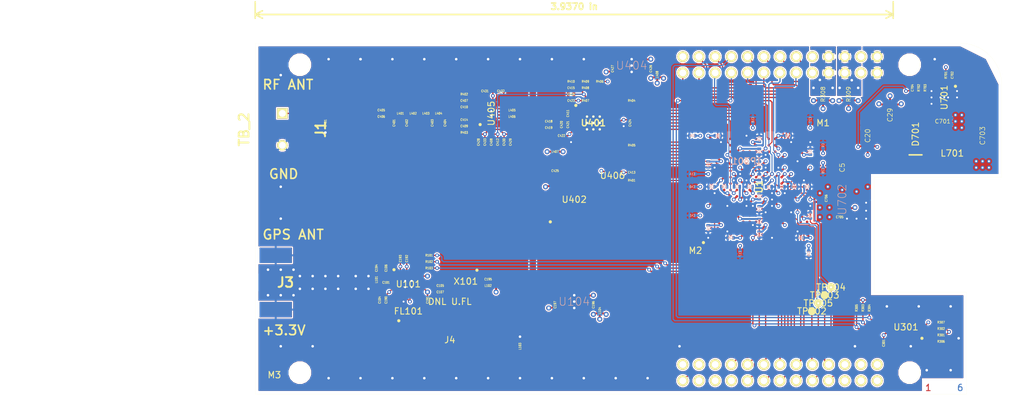
<source format=kicad_pcb>
(kicad_pcb (version 3) (host pcbnew "(2013-mar-25)-stable")
  (layers (15 Top signal) (4 Gnd signal hide) (3 Vcc signal hide) (2 G2 signal hide) (1 V2 signal hide) (0 Bottom signal hide) (18 B.Paste user) (19 F.Paste user) (20 B.SilkS user) (21 F.SilkS user) (22 B.Mask user) (23 F.Mask user) (28 Edge.Cuts user))
  (net 0 "")
  (net 1 /ADC/AD0)
  (net 2 /ADC/AD1)
  (net 3 /ADC/AD10)
  (net 4 /ADC/AD11)
  (net 5 /ADC/AD12)
  (net 6 /ADC/AD13)
  (net 7 /ADC/AD2)
  (net 8 /ADC/AD3)
  (net 9 /ADC/AD4)
  (net 10 /ADC/AD5)
  (net 11 /ADC/AD6)
  (net 12 /ADC/AD7)
  (net 13 /ADC/AD8)
  (net 14 /ADC/AD9)
  (net 15 /ADC/ADOV)
  (net 16 /ADC/AIN+)
  (net 17 /ADC/AIN-)
  (net 18 /ADC/ANT+)
  (net 19 /ADC/IN+)
  (net 20 /ADC/IN-)
  (net 21 /ADC/LCLK)
  (net 22 /ADC/LP1)
  (net 23 /ADC/LP2)
  (net 24 /ADC/LP3)
  (net 25 /ADC/LP4)
  (net 26 /ADC/MD1)
  (net 27 /ADC/MODE)
  (net 28 /ADC/OUT+)
  (net 29 /ADC/OUT-)
  (net 30 /ADC/REFH)
  (net 31 /ADC/REFL)
  (net 32 /ADC/RF+)
  (net 33 /ADC/RF-)
  (net 34 /ADC/SENSE)
  (net 35 /ADC/VA)
  (net 36 /ADC/VCM)
  (net 37 /ADC/VCXO)
  (net 38 /ADC/VIN)
  (net 39 /BeagleBone/CS0)
  (net 40 /BeagleBone/CS1)
  (net 41 /BeagleBone/DONE)
  (net 42 /BeagleBone/EJ1)
  (net 43 /BeagleBone/EJ2)
  (net 44 /BeagleBone/ESCL)
  (net 45 /BeagleBone/ESDA)
  (net 46 /BeagleBone/G014)
  (net 47 /BeagleBone/G015)
  (net 48 /BeagleBone/G030)
  (net 49 /BeagleBone/G031)
  (net 50 /BeagleBone/G116)
  (net 51 /BeagleBone/G117)
  (net 52 /BeagleBone/INIT)
  (net 53 /BeagleBone/MISO)
  (net 54 /BeagleBone/MOSI)
  (net 55 /BeagleBone/PGM)
  (net 56 /BeagleBone/TCK)
  (net 57 /BeagleBone/TDI)
  (net 58 /BeagleBone/TDO)
  (net 59 /BeagleBone/TMS)
  (net 60 /GPS/EOSC)
  (net 61 /GPS/GBIAS)
  (net 62 /GPS/GPS)
  (net 63 /GPS/GPS2)
  (net 64 /GPS/LCLK)
  (net 65 /GPS/LMAG)
  (net 66 /GPS/LNA)
  (net 67 /GPS/LSGN)
  (net 68 /GPS/RING)
  (net 69 /GPS/SAW1)
  (net 70 /GPS/SAW2)
  (net 71 /GPS/TCXO1)
  (net 72 /GPS/TCXO2)
  (net 73 /GPS/TXOP)
  (net 74 /GPS/VAGC)
  (net 75 /GPS/VIN)
  (net 76 /Power_Supplies/EN)
  (net 77 /Power_Supplies/FB)
  (net 78 /Power_Supplies/SW1)
  (net 79 1.0)
  (net 80 1.8)
  (net 81 3.3)
  (net 82 3.3A)
  (net 83 3.3G)
  (net 84 5EXT)
  (net 85 5INT)
  (net 86 5V)
  (net 87 ACLK)
  (net 88 D0)
  (net 89 D1)
  (net 90 D10)
  (net 91 D11)
  (net 92 D12)
  (net 93 D13)
  (net 94 D2)
  (net 95 D3)
  (net 96 D4)
  (net 97 D5)
  (net 98 D6)
  (net 99 D7)
  (net 100 D8)
  (net 101 D9)
  (net 102 EWP)
  (net 103 G022)
  (net 104 G023)
  (net 105 G026)
  (net 106 G027)
  (net 107 G112)
  (net 108 G113)
  (net 109 G114)
  (net 110 G115)
  (net 111 G129)
  (net 112 G201)
  (net 113 GCLK)
  (net 114 GMAG)
  (net 115 GND)
  (net 116 GSGN)
  (net 117 OVFL)
  (net 118 SCLK)
  (module wrx-TERM_BLOCK_2 (layer Top) (at 80.25 86 270)
    (fp_text reference J1 (at 0 -6 270) (layer F.SilkS) (effects (font (size 1.524 1.524) (thickness 0.3048))))
    (fp_text value TB_2 (at 0 6 270) (layer F.SilkS) (effects (font (size 1.524 1.524) (thickness 0.3048))))
    (pad 1 thru_hole rect (at -2.5 0 270) (size 1.65 1.65) (drill 1.1) (layers *.Cu *.Mask F.SilkS) (net 18 /ADC/ANT+))
    (pad 2 thru_hole circle (at 2.5 0 270) (size 1.65 1.65) (drill 1.1) (layers *.Cu *.Mask F.SilkS) (net 115 GND))
  )
  (module wrx-RF_SHIELD_COVER (layer Top) (at 45.5 75)
    (fp_text reference ZR402 hide)
    (fp_text value "RF_SHIELD_COVER 29x19" hide)
  )
  (module wrx-RF_SHIELD_COVER (layer Top) (at 187 126)
    (fp_text reference ZR102 hide)
    (fp_text value "RF_SHIELD_COVER 29x19" hide)
  )
  (module wrx-INDUCTOR_4x4 (layer Top) (at 185.25 89.75)
    (fp_text reference L701 (at 0 0) (layer F.SilkS))
    (fp_text value "1uH 3.7A" hide)
    (pad 1 smd rect (at -1.525 0) (size 1.5 3.6) (layers Top F.Paste F.Mask) (net 78 /Power_Supplies/SW1))
    (pad 2 smd rect (at 1.525 0) (size 1.5 3.6) (layers Top F.Paste F.Mask) (net 79 1.0))
  )
  (module wrx-U.FL (layer Top) (at 106.5 116 180)
    (fp_text reference J4 (at 0 -3 180) (layer F.SilkS))
    (fp_text value "DNL U.FL" (at 0 3 180) (layer F.SilkS))
    (pad 1 smd rect (at 0 1.525 180) (size 1 1.05) (layers Top F.Paste F.Mask) (net 60 /GPS/EOSC))
    (pad 2 smd rect (at -1.475 0 180) (size 1.05 2.2) (layers Top F.Paste F.Mask) (net 115 GND))
    (pad 3 smd rect (at 1.475 0 180) (size 1.05 2.2) (layers Top F.Paste F.Mask) (net 115 GND))
  )
  (module wrx-TCXO (layer Top) (at 109 109.825 180)
    (fp_text reference X101 (at 0 0 180) (layer F.SilkS))
    (fp_text value "16.368 MHz" hide)
    (pad 1 smd rect (at -1.515 0.68 180) (size 0.78 0.87) (layers Top F.Paste F.Mask))
    (pad 2 smd rect (at 1.515 0.68 180) (size 0.78 0.87) (layers Top F.Paste F.Mask) (net 115 GND))
    (pad 3 smd rect (at 1.515 -0.68 180) (size 0.78 0.87) (layers Top F.Paste F.Mask) (net 72 /GPS/TCXO2))
    (pad 4 smd rect (at -1.515 -0.68 180) (size 0.78 0.87) (layers Top F.Paste F.Mask) (net 73 /GPS/TXOP))
  )
  (module wrx-SAW (layer Top) (at 100 114.5)
    (fp_text reference FL101 (at 0 0) (layer F.SilkS))
    (fp_text value "SAW L1" hide)
    (pad 1 smd rect (at -0.775 0.645) (size 1.04 0.78) (layers Top F.Paste F.Mask) (net 69 /GPS/SAW1))
    (pad 2 smd rect (at 0.775 0.645) (size 1.04 0.78) (layers Top F.Paste F.Mask) (net 115 GND))
    (pad 3 smd rect (at 0.775 -0.645) (size 1.04 0.78) (layers Top F.Paste F.Mask) (net 70 /GPS/SAW2))
    (pad 4 smd rect (at -0.775 -0.645) (size 1.04 0.78) (layers Top F.Paste F.Mask) (net 115 GND))
  )
  (module wrx-RNET_CAY16_J8 (layer Top) (at 135 88.5)
    (fp_text reference R405 (at 0 0) (layer F.SilkS) (effects (font (size 0.35052 0.3048) (thickness 0.07112))))
    (fp_text value 100R hide)
    (pad 1 smd rect (at -0.75 -1.75) (size 0.7 0.3) (layers Top F.Paste F.Mask) (net 12 /ADC/AD7))
    (pad 2 smd rect (at 0.75 -1.75) (size 0.7 0.3) (layers Top F.Paste F.Mask) (net 99 D7))
    (pad 3 smd rect (at -0.75 -1.25) (size 0.7 0.3) (layers Top F.Paste F.Mask) (net 11 /ADC/AD6))
    (pad 4 smd rect (at 0.75 -1.25) (size 0.7 0.3) (layers Top F.Paste F.Mask) (net 98 D6))
    (pad 5 smd rect (at -0.75 -0.75) (size 0.7 0.3) (layers Top F.Paste F.Mask) (net 10 /ADC/AD5))
    (pad 6 smd rect (at 0.75 -0.75) (size 0.7 0.3) (layers Top F.Paste F.Mask) (net 97 D5))
    (pad 7 smd rect (at -0.75 -0.25) (size 0.7 0.3) (layers Top F.Paste F.Mask) (net 9 /ADC/AD4))
    (pad 8 smd rect (at 0.75 -0.25) (size 0.7 0.3) (layers Top F.Paste F.Mask) (net 96 D4))
    (pad 9 smd rect (at -0.75 0.25) (size 0.7 0.3) (layers Top F.Paste F.Mask) (net 8 /ADC/AD3))
    (pad 10 smd rect (at 0.75 0.25) (size 0.7 0.3) (layers Top F.Paste F.Mask) (net 95 D3))
    (pad 11 smd rect (at -0.75 0.75) (size 0.7 0.3) (layers Top F.Paste F.Mask) (net 7 /ADC/AD2))
    (pad 12 smd rect (at 0.75 0.75) (size 0.7 0.3) (layers Top F.Paste F.Mask) (net 94 D2))
    (pad 13 smd rect (at -0.75 1.25) (size 0.7 0.3) (layers Top F.Paste F.Mask) (net 2 /ADC/AD1))
    (pad 14 smd rect (at 0.75 1.25) (size 0.7 0.3) (layers Top F.Paste F.Mask) (net 89 D1))
    (pad 15 smd rect (at -0.75 1.75) (size 0.7 0.3) (layers Top F.Paste F.Mask) (net 1 /ADC/AD0))
    (pad 16 smd rect (at 0.75 1.75) (size 0.7 0.3) (layers Top F.Paste F.Mask) (net 88 D0))
  )
  (module wrx-RNET_CAY16_J8 (layer Top) (at 135 81.5)
    (fp_text reference R404 (at 0 0) (layer F.SilkS) (effects (font (size 0.35052 0.3048) (thickness 0.07112))))
    (fp_text value 100R hide)
    (pad 1 smd rect (at -0.75 -1.75) (size 0.7 0.3) (layers Top F.Paste F.Mask))
    (pad 2 smd rect (at 0.75 -1.75) (size 0.7 0.3) (layers Top F.Paste F.Mask))
    (pad 3 smd rect (at -0.75 -1.25) (size 0.7 0.3) (layers Top F.Paste F.Mask) (net 15 /ADC/ADOV))
    (pad 4 smd rect (at 0.75 -1.25) (size 0.7 0.3) (layers Top F.Paste F.Mask) (net 117 OVFL))
    (pad 5 smd rect (at -0.75 -0.75) (size 0.7 0.3) (layers Top F.Paste F.Mask) (net 6 /ADC/AD13))
    (pad 6 smd rect (at 0.75 -0.75) (size 0.7 0.3) (layers Top F.Paste F.Mask) (net 93 D13))
    (pad 7 smd rect (at -0.75 -0.25) (size 0.7 0.3) (layers Top F.Paste F.Mask) (net 5 /ADC/AD12))
    (pad 8 smd rect (at 0.75 -0.25) (size 0.7 0.3) (layers Top F.Paste F.Mask) (net 92 D12))
    (pad 9 smd rect (at -0.75 0.25) (size 0.7 0.3) (layers Top F.Paste F.Mask) (net 4 /ADC/AD11))
    (pad 10 smd rect (at 0.75 0.25) (size 0.7 0.3) (layers Top F.Paste F.Mask) (net 91 D11))
    (pad 11 smd rect (at -0.75 0.75) (size 0.7 0.3) (layers Top F.Paste F.Mask) (net 3 /ADC/AD10))
    (pad 12 smd rect (at 0.75 0.75) (size 0.7 0.3) (layers Top F.Paste F.Mask) (net 90 D10))
    (pad 13 smd rect (at -0.75 1.25) (size 0.7 0.3) (layers Top F.Paste F.Mask) (net 14 /ADC/AD9))
    (pad 14 smd rect (at 0.75 1.25) (size 0.7 0.3) (layers Top F.Paste F.Mask) (net 101 D9))
    (pad 15 smd rect (at -0.75 1.75) (size 0.7 0.3) (layers Top F.Paste F.Mask) (net 13 /ADC/AD8))
    (pad 16 smd rect (at 0.75 1.75) (size 0.7 0.3) (layers Top F.Paste F.Mask) (net 100 D8))
  )
  (module wrx-FIDUCIAL (layer Top) (at 165 85)
    (fp_text reference M1 (at 0 0) (layer F.SilkS))
    (fp_text value "FPGA FIDUCIAL" hide)
    (pad 1 smd circle (at 0 0) (size 1 1) (layers Top F.Mask) (clearance 1))
  )
  (module wrx-FIDUCIAL (layer Top) (at 145 105)
    (fp_text reference M2 (at 0 0) (layer F.SilkS))
    (fp_text value "FPGA FIDUCIAL" hide)
    (pad 1 smd circle (at 0 0) (size 1 1) (layers Top F.Mask) (clearance 1))
  )
  (module wrx-VCXO (layer Top) (at 126 97)
    (fp_text reference U402 (at 0 0) (layer F.SilkS))
    (fp_text value "65.360 MHz" hide)
    (pad 1 smd rect (at -2.54 2.1) (size 1.8 2) (layers Top F.Paste F.Mask) (net 115 GND))
    (pad 2 smd rect (at 0 2.1) (size 1.8 2) (layers Top F.Paste F.Mask))
    (pad 3 smd rect (at 2.54 2.1) (size 1.8 2) (layers Top F.Paste F.Mask) (net 115 GND))
    (pad 4 smd rect (at 2.54 -2.1) (size 1.8 2) (layers Top F.Paste F.Mask) (net 37 /ADC/VCXO))
    (pad 5 smd rect (at 0 -2.1) (size 1.8 2) (layers Top F.Paste F.Mask))
    (pad 6 smd rect (at -2.54 -2.1) (size 1.8 2) (layers Top F.Paste F.Mask) (net 82 3.3A))
  )
  (module wrx-QFN32 (layer Top) (at 129 85)
    (fp_text reference U401 (at 0 0) (layer F.SilkS) (effects (font (thickness 0.2))))
    (fp_text value LTC2248 hide)
    (pad 1 smd rect (at -2.4 -1.75) (size 0.7 0.25) (layers Top F.Paste F.Mask) (net 16 /ADC/AIN+))
    (pad 2 smd rect (at -2.4 -1.25) (size 0.7 0.25) (layers Top F.Paste F.Mask) (net 17 /ADC/AIN-))
    (pad 3 smd rect (at -2.4 -0.75) (size 0.7 0.25) (layers Top F.Paste F.Mask) (net 30 /ADC/REFH))
    (pad 4 smd rect (at -2.4 -0.25) (size 0.7 0.25) (layers Top F.Paste F.Mask) (net 30 /ADC/REFH))
    (pad 5 smd rect (at -2.4 0.25) (size 0.7 0.25) (layers Top F.Paste F.Mask) (net 31 /ADC/REFL))
    (pad 6 smd rect (at -2.4 0.75) (size 0.7 0.25) (layers Top F.Paste F.Mask) (net 31 /ADC/REFL))
    (pad 7 smd rect (at -2.4 1.25) (size 0.7 0.25) (layers Top F.Paste F.Mask) (net 82 3.3A))
    (pad 8 smd rect (at -2.4 1.75) (size 0.7 0.25) (layers Top F.Paste F.Mask) (net 115 GND))
    (pad 9 smd rect (at -1.75 2.4 270) (size 0.7 0.25) (layers Top F.Paste F.Mask) (net 37 /ADC/VCXO))
    (pad 10 smd rect (at -1.25 2.4 270) (size 0.7 0.25) (layers Top F.Paste F.Mask) (net 115 GND))
    (pad 11 smd rect (at -0.75 2.4 270) (size 0.7 0.25) (layers Top F.Paste F.Mask) (net 115 GND))
    (pad 12 smd rect (at -0.25 2.4 270) (size 0.7 0.25) (layers Top F.Paste F.Mask) (net 1 /ADC/AD0))
    (pad 13 smd rect (at 0.25 2.4 270) (size 0.7 0.25) (layers Top F.Paste F.Mask) (net 2 /ADC/AD1))
    (pad 14 smd rect (at 0.75 2.4 270) (size 0.7 0.25) (layers Top F.Paste F.Mask) (net 7 /ADC/AD2))
    (pad 15 smd rect (at 1.25 2.4 270) (size 0.7 0.25) (layers Top F.Paste F.Mask) (net 8 /ADC/AD3))
    (pad 16 smd rect (at 1.75 2.4 270) (size 0.7 0.25) (layers Top F.Paste F.Mask) (net 9 /ADC/AD4))
    (pad 17 smd rect (at 2.4 1.75) (size 0.7 0.25) (layers Top F.Paste F.Mask) (net 10 /ADC/AD5))
    (pad 18 smd rect (at 2.4 1.25) (size 0.7 0.25) (layers Top F.Paste F.Mask) (net 11 /ADC/AD6))
    (pad 19 smd rect (at 2.4 0.75) (size 0.7 0.25) (layers Top F.Paste F.Mask) (net 12 /ADC/AD7))
    (pad 20 smd rect (at 2.4 0.25) (size 0.7 0.25) (layers Top F.Paste F.Mask) (net 115 GND))
    (pad 21 smd rect (at 2.4 -0.25) (size 0.7 0.25) (layers Top F.Paste F.Mask) (net 82 3.3A))
    (pad 22 smd rect (at 2.4 -0.75) (size 0.7 0.25) (layers Top F.Paste F.Mask) (net 13 /ADC/AD8))
    (pad 23 smd rect (at 2.4 -1.25) (size 0.7 0.25) (layers Top F.Paste F.Mask) (net 14 /ADC/AD9))
    (pad 24 smd rect (at 2.4 -1.75) (size 0.7 0.25) (layers Top F.Paste F.Mask) (net 3 /ADC/AD10))
    (pad 25 smd rect (at 1.75 -2.4 270) (size 0.7 0.25) (layers Top F.Paste F.Mask) (net 4 /ADC/AD11))
    (pad 26 smd rect (at 1.25 -2.4 270) (size 0.7 0.25) (layers Top F.Paste F.Mask) (net 5 /ADC/AD12))
    (pad 27 smd rect (at 0.75 -2.4 270) (size 0.7 0.25) (layers Top F.Paste F.Mask) (net 6 /ADC/AD13))
    (pad 28 smd rect (at 0.25 -2.4 270) (size 0.7 0.25) (layers Top F.Paste F.Mask) (net 15 /ADC/ADOV))
    (pad 29 smd rect (at -0.25 -2.4 270) (size 0.7 0.25) (layers Top F.Paste F.Mask) (net 27 /ADC/MODE))
    (pad 30 smd rect (at -0.75 -2.4 270) (size 0.7 0.25) (layers Top F.Paste F.Mask) (net 34 /ADC/SENSE))
    (pad 31 smd rect (at -1.25 -2.4 270) (size 0.7 0.25) (layers Top F.Paste F.Mask) (net 36 /ADC/VCM))
    (pad 32 smd rect (at -1.75 -2.4 270) (size 0.7 0.25) (layers Top F.Paste F.Mask) (net 82 3.3A))
    (pad PAD smd rect (at 0 0) (size 3.45 3.45) (layers Top) (net 115 GND))
    (pad PAD thru_hole circle (at 0 0) (size 0.4 0.4) (drill 0.3) (layers *.Cu F.SilkS) (net 115 GND))
    (pad PAD thru_hole circle (at -1 0) (size 0.4 0.4) (drill 0.3) (layers *.Cu F.SilkS) (net 115 GND))
    (pad PAD thru_hole circle (at 1 0) (size 0.4 0.4) (drill 0.3) (layers *.Cu F.SilkS) (net 115 GND))
    (pad PAD thru_hole circle (at 1 -1) (size 0.4 0.4) (drill 0.3) (layers *.Cu F.SilkS) (net 115 GND))
    (pad PAD thru_hole circle (at 0 -1) (size 0.4 0.4) (drill 0.3) (layers *.Cu F.SilkS) (net 115 GND))
    (pad PAD thru_hole circle (at -1 -1) (size 0.4 0.4) (drill 0.3) (layers *.Cu F.SilkS) (net 115 GND))
    (pad PAD thru_hole circle (at -1 1) (size 0.4 0.4) (drill 0.3) (layers *.Cu F.SilkS) (net 115 GND))
    (pad PAD thru_hole circle (at 0 1) (size 0.4 0.4) (drill 0.3) (layers *.Cu F.SilkS) (net 115 GND))
    (pad PAD thru_hole circle (at 1 1) (size 0.4 0.4) (drill 0.3) (layers *.Cu F.SilkS) (net 115 GND))
    (pad PAD smd rect (at 0 1.4875) (size 3.45 0.475) (layers Top F.Paste F.Mask) (net 115 GND))
    (pad PAD smd rect (at 0 0.5) (size 3.45 0.5) (layers Top F.Paste F.Mask) (net 115 GND))
    (pad PAD smd rect (at 0 -0.5) (size 3.45 0.5) (layers Top F.Paste F.Mask) (net 115 GND))
    (pad PAD smd rect (at 0 -1.4875) (size 3.45 0.475) (layers Top F.Paste F.Mask) (net 115 GND))
  )
  (module wrx-SOT23_5 (layer Top) (at 168 97 90)
    (fp_text reference U702 (at 0 0 90) (layer B.SilkS) (effects (font (size 1.27 1.27) (thickness 0.0889))))
    (fp_text value "LP5907 1.8V 250mA" hide)
    (pad 1 smd rect (at -1.35 -0.95 90) (size 1.05 0.6) (layers Top F.Paste F.Mask) (net 86 5V))
    (pad 2 smd rect (at -1.35 0 90) (size 1.05 0.6) (layers Top F.Paste F.Mask) (net 115 GND))
    (pad 3 smd rect (at -1.35 0.95 90) (size 1.05 0.6) (layers Top F.Paste F.Mask) (net 86 5V))
    (pad 4 smd rect (at 1.35 0.95 90) (size 1.05 0.6) (layers Top F.Paste F.Mask) (net 80 1.8))
    (pad 5 smd rect (at 1.35 -0.95 90) (size 1.05 0.6) (layers Top F.Paste F.Mask) (net 80 1.8))
  )
  (module wrx-SOT23_5 (layer Top) (at 126 113 180)
    (fp_text reference U104 (at 0 0 180) (layer B.SilkS) (effects (font (size 1.27 1.27) (thickness 0.0889))))
    (fp_text value "LP5907 3.3V 250mA" hide)
    (pad 1 smd rect (at -1.35 -0.95 180) (size 1.05 0.6) (layers Top F.Paste F.Mask) (net 75 /GPS/VIN))
    (pad 2 smd rect (at -1.35 0 180) (size 1.05 0.6) (layers Top F.Paste F.Mask) (net 115 GND))
    (pad 3 smd rect (at -1.35 0.95 180) (size 1.05 0.6) (layers Top F.Paste F.Mask) (net 86 5V))
    (pad 4 smd rect (at 1.35 0.95 180) (size 1.05 0.6) (layers Top F.Paste F.Mask) (net 115 GND))
    (pad 5 smd rect (at 1.35 -0.95 180) (size 1.05 0.6) (layers Top F.Paste F.Mask) (net 83 3.3G))
  )
  (module wrx-SOT23_5 (layer Top) (at 135 76 180)
    (fp_text reference U404 (at 0 0 180) (layer B.SilkS) (effects (font (size 1.27 1.27) (thickness 0.0889))))
    (fp_text value "LP5907 3.3V 250mA" hide)
    (pad 1 smd rect (at -1.35 -0.95 180) (size 1.05 0.6) (layers Top F.Paste F.Mask) (net 38 /ADC/VIN))
    (pad 2 smd rect (at -1.35 0 180) (size 1.05 0.6) (layers Top F.Paste F.Mask) (net 115 GND))
    (pad 3 smd rect (at -1.35 0.95 180) (size 1.05 0.6) (layers Top F.Paste F.Mask) (net 86 5V))
    (pad 4 smd rect (at 1.35 0.95 180) (size 1.05 0.6) (layers Top F.Paste F.Mask) (net 115 GND))
    (pad 5 smd rect (at 1.35 -0.95 180) (size 1.05 0.6) (layers Top F.Paste F.Mask) (net 82 3.3A))
  )
  (module wrx-FTG256 (layer Top) (at 155 95 90)
    (fp_text reference U1 (at 0 0 90) (layer F.SilkS) (effects (font (thickness 0.2))))
    (fp_text value "Artix-7 A35" hide)
    (pad A1 smd circle (at -7.5 -7.5 90) (size 0.4 0.4) (layers Top F.Paste F.Mask) (net 115 GND))
    (pad A2 smd circle (at -6.5 -7.5 90) (size 0.4 0.4) (layers Top F.Paste F.Mask))
    (pad A3 smd circle (at -5.5 -7.5 90) (size 0.4 0.4) (layers Top F.Paste F.Mask))
    (pad A4 smd circle (at -4.5 -7.5 90) (size 0.4 0.4) (layers Top F.Paste F.Mask))
    (pad A5 smd circle (at -3.5 -7.5 90) (size 0.4 0.4) (layers Top F.Paste F.Mask))
    (pad A6 smd circle (at -2.5 -7.5 90) (size 0.4 0.4) (layers Top F.Paste F.Mask) (net 81 3.3))
    (pad A7 smd circle (at -1.5 -7.5 90) (size 0.4 0.4) (layers Top F.Paste F.Mask))
    (pad A8 smd circle (at -0.5 -7.5 90) (size 0.4 0.4) (layers Top F.Paste F.Mask))
    (pad A9 smd circle (at 0.5 -7.5 90) (size 0.4 0.4) (layers Top F.Paste F.Mask))
    (pad A10 smd circle (at 1.5 -7.5 90) (size 0.4 0.4) (layers Top F.Paste F.Mask))
    (pad A11 smd circle (at 2.5 -7.5 90) (size 0.4 0.4) (layers Top F.Paste F.Mask) (net 115 GND))
    (pad A12 smd circle (at 3.5 -7.5 90) (size 0.4 0.4) (layers Top F.Paste F.Mask) (net 88 D0))
    (pad A13 smd circle (at 4.5 -7.5 90) (size 0.4 0.4) (layers Top F.Paste F.Mask) (net 94 D2))
    (pad A14 smd circle (at 5.5 -7.5 90) (size 0.4 0.4) (layers Top F.Paste F.Mask) (net 96 D4))
    (pad A15 smd circle (at 6.5 -7.5 90) (size 0.4 0.4) (layers Top F.Paste F.Mask) (net 98 D6))
    (pad A16 smd circle (at 7.5 -7.5 90) (size 0.4 0.4) (layers Top F.Paste F.Mask) (net 81 3.3))
    (pad B1 smd circle (at -7.5 -6.5 90) (size 0.4 0.4) (layers Top F.Paste F.Mask) (net 116 GSGN))
    (pad B2 smd circle (at -6.5 -6.5 90) (size 0.4 0.4) (layers Top F.Paste F.Mask) (net 114 GMAG))
    (pad B3 smd circle (at -5.5 -6.5 90) (size 0.4 0.4) (layers Top F.Paste F.Mask) (net 81 3.3))
    (pad B4 smd circle (at -4.5 -6.5 90) (size 0.4 0.4) (layers Top F.Paste F.Mask))
    (pad B5 smd circle (at -3.5 -6.5 90) (size 0.4 0.4) (layers Top F.Paste F.Mask))
    (pad B6 smd circle (at -2.5 -6.5 90) (size 0.4 0.4) (layers Top F.Paste F.Mask))
    (pad B7 smd circle (at -1.5 -6.5 90) (size 0.4 0.4) (layers Top F.Paste F.Mask))
    (pad B8 smd circle (at -0.5 -6.5 90) (size 0.4 0.4) (layers Top F.Paste F.Mask) (net 115 GND))
    (pad B9 smd circle (at 0.5 -6.5 90) (size 0.4 0.4) (layers Top F.Paste F.Mask))
    (pad B10 smd circle (at 1.5 -6.5 90) (size 0.4 0.4) (layers Top F.Paste F.Mask))
    (pad B11 smd circle (at 2.5 -6.5 90) (size 0.4 0.4) (layers Top F.Paste F.Mask))
    (pad B12 smd circle (at 3.5 -6.5 90) (size 0.4 0.4) (layers Top F.Paste F.Mask) (net 89 D1))
    (pad B13 smd circle (at 4.5 -6.5 90) (size 0.4 0.4) (layers Top F.Paste F.Mask) (net 81 3.3))
    (pad B14 smd circle (at 5.5 -6.5 90) (size 0.4 0.4) (layers Top F.Paste F.Mask) (net 97 D5))
    (pad B15 smd circle (at 6.5 -6.5 90) (size 0.4 0.4) (layers Top F.Paste F.Mask) (net 99 D7))
    (pad B16 smd circle (at 7.5 -6.5 90) (size 0.4 0.4) (layers Top F.Paste F.Mask) (net 100 D8))
    (pad C1 smd circle (at -7.5 -5.5 90) (size 0.4 0.4) (layers Top F.Paste F.Mask))
    (pad C2 smd circle (at -6.5 -5.5 90) (size 0.4 0.4) (layers Top F.Paste F.Mask))
    (pad C3 smd circle (at -5.5 -5.5 90) (size 0.4 0.4) (layers Top F.Paste F.Mask))
    (pad C4 smd circle (at -4.5 -5.5 90) (size 0.4 0.4) (layers Top F.Paste F.Mask))
    (pad C5 smd circle (at -3.5 -5.5 90) (size 0.4 0.4) (layers Top F.Paste F.Mask) (net 115 GND))
    (pad C6 smd circle (at -2.5 -5.5 90) (size 0.4 0.4) (layers Top F.Paste F.Mask))
    (pad C7 smd circle (at -1.5 -5.5 90) (size 0.4 0.4) (layers Top F.Paste F.Mask))
    (pad C8 smd circle (at -0.5 -5.5 90) (size 0.4 0.4) (layers Top F.Paste F.Mask))
    (pad C9 smd circle (at 0.5 -5.5 90) (size 0.4 0.4) (layers Top F.Paste F.Mask))
    (pad C10 smd circle (at 1.5 -5.5 90) (size 0.4 0.4) (layers Top F.Paste F.Mask) (net 81 3.3))
    (pad C11 smd circle (at 2.5 -5.5 90) (size 0.4 0.4) (layers Top F.Paste F.Mask))
    (pad C12 smd circle (at 3.5 -5.5 90) (size 0.4 0.4) (layers Top F.Paste F.Mask))
    (pad C13 smd circle (at 4.5 -5.5 90) (size 0.4 0.4) (layers Top F.Paste F.Mask) (net 95 D3))
    (pad C14 smd circle (at 5.5 -5.5 90) (size 0.4 0.4) (layers Top F.Paste F.Mask))
    (pad C15 smd circle (at 6.5 -5.5 90) (size 0.4 0.4) (layers Top F.Paste F.Mask) (net 115 GND))
    (pad C16 smd circle (at 7.5 -5.5 90) (size 0.4 0.4) (layers Top F.Paste F.Mask) (net 101 D9))
    (pad D1 smd circle (at -7.5 -4.5 90) (size 0.4 0.4) (layers Top F.Paste F.Mask))
    (pad D2 smd circle (at -6.5 -4.5 90) (size 0.4 0.4) (layers Top F.Paste F.Mask) (net 115 GND))
    (pad D3 smd circle (at -5.5 -4.5 90) (size 0.4 0.4) (layers Top F.Paste F.Mask))
    (pad D4 smd circle (at -4.5 -4.5 90) (size 0.4 0.4) (layers Top F.Paste F.Mask) (net 113 GCLK))
    (pad D5 smd circle (at -3.5 -4.5 90) (size 0.4 0.4) (layers Top F.Paste F.Mask))
    (pad D6 smd circle (at -2.5 -4.5 90) (size 0.4 0.4) (layers Top F.Paste F.Mask))
    (pad D7 smd circle (at -1.5 -4.5 90) (size 0.4 0.4) (layers Top F.Paste F.Mask) (net 81 3.3))
    (pad D8 smd circle (at -0.5 -4.5 90) (size 0.4 0.4) (layers Top F.Paste F.Mask))
    (pad D9 smd circle (at 0.5 -4.5 90) (size 0.4 0.4) (layers Top F.Paste F.Mask))
    (pad D10 smd circle (at 1.5 -4.5 90) (size 0.4 0.4) (layers Top F.Paste F.Mask))
    (pad D11 smd circle (at 2.5 -4.5 90) (size 0.4 0.4) (layers Top F.Paste F.Mask))
    (pad D12 smd circle (at 3.5 -4.5 90) (size 0.4 0.4) (layers Top F.Paste F.Mask) (net 115 GND))
    (pad D13 smd circle (at 4.5 -4.5 90) (size 0.4 0.4) (layers Top F.Paste F.Mask) (net 118 SCLK))
    (pad D14 smd circle (at 5.5 -4.5 90) (size 0.4 0.4) (layers Top F.Paste F.Mask))
    (pad D15 smd circle (at 6.5 -4.5 90) (size 0.4 0.4) (layers Top F.Paste F.Mask) (net 90 D10))
    (pad D16 smd circle (at 7.5 -4.5 90) (size 0.4 0.4) (layers Top F.Paste F.Mask) (net 91 D11))
    (pad E1 smd circle (at -7.5 -3.5 90) (size 0.4 0.4) (layers Top F.Paste F.Mask))
    (pad E2 smd circle (at -6.5 -3.5 90) (size 0.4 0.4) (layers Top F.Paste F.Mask))
    (pad E3 smd circle (at -5.5 -3.5 90) (size 0.4 0.4) (layers Top F.Paste F.Mask))
    (pad E4 smd circle (at -4.5 -3.5 90) (size 0.4 0.4) (layers Top F.Paste F.Mask) (net 81 3.3))
    (pad E5 smd circle (at -3.5 -3.5 90) (size 0.4 0.4) (layers Top F.Paste F.Mask))
    (pad E6 smd circle (at -2.5 -3.5 90) (size 0.4 0.4) (layers Top F.Paste F.Mask))
    (pad E7 smd circle (at -1.5 -3.5 90) (size 0.4 0.4) (layers Top F.Paste F.Mask) (net 81 3.3))
    (pad E8 smd circle (at -0.5 -3.5 90) (size 0.4 0.4) (layers Top F.Paste F.Mask) (net 118 SCLK))
    (pad E9 smd circle (at 0.5 -3.5 90) (size 0.4 0.4) (layers Top F.Paste F.Mask) (net 115 GND))
    (pad E10 smd circle (at 1.5 -3.5 90) (size 0.4 0.4) (layers Top F.Paste F.Mask) (net 79 1.0))
    (pad E11 smd circle (at 2.5 -3.5 90) (size 0.4 0.4) (layers Top F.Paste F.Mask))
    (pad E12 smd circle (at 3.5 -3.5 90) (size 0.4 0.4) (layers Top F.Paste F.Mask) (net 87 ACLK))
    (pad E13 smd circle (at 4.5 -3.5 90) (size 0.4 0.4) (layers Top F.Paste F.Mask))
    (pad E14 smd circle (at 5.5 -3.5 90) (size 0.4 0.4) (layers Top F.Paste F.Mask) (net 81 3.3))
    (pad E15 smd circle (at 6.5 -3.5 90) (size 0.4 0.4) (layers Top F.Paste F.Mask) (net 92 D12))
    (pad E16 smd circle (at 7.5 -3.5 90) (size 0.4 0.4) (layers Top F.Paste F.Mask) (net 93 D13))
    (pad F1 smd circle (at -7.5 -2.5 90) (size 0.4 0.4) (layers Top F.Paste F.Mask) (net 81 3.3))
    (pad F2 smd circle (at -6.5 -2.5 90) (size 0.4 0.4) (layers Top F.Paste F.Mask))
    (pad F3 smd circle (at -5.5 -2.5 90) (size 0.4 0.4) (layers Top F.Paste F.Mask))
    (pad F4 smd circle (at -4.5 -2.5 90) (size 0.4 0.4) (layers Top F.Paste F.Mask))
    (pad F5 smd circle (at -3.5 -2.5 90) (size 0.4 0.4) (layers Top F.Paste F.Mask))
    (pad F6 smd circle (at -2.5 -2.5 90) (size 0.4 0.4) (layers Top F.Paste F.Mask) (net 115 GND))
    (pad F7 smd circle (at -1.5 -2.5 90) (size 0.4 0.4) (layers Top F.Paste F.Mask) (net 79 1.0))
    (pad F8 smd circle (at -0.5 -2.5 90) (size 0.4 0.4) (layers Top F.Paste F.Mask) (net 80 1.8))
    (pad F9 smd circle (at 0.5 -2.5 90) (size 0.4 0.4) (layers Top F.Paste F.Mask) (net 79 1.0))
    (pad F10 smd circle (at 1.5 -2.5 90) (size 0.4 0.4) (layers Top F.Paste F.Mask) (net 115 GND))
    (pad F11 smd circle (at 2.5 -2.5 90) (size 0.4 0.4) (layers Top F.Paste F.Mask) (net 79 1.0))
    (pad F12 smd circle (at 3.5 -2.5 90) (size 0.4 0.4) (layers Top F.Paste F.Mask))
    (pad F13 smd circle (at 4.5 -2.5 90) (size 0.4 0.4) (layers Top F.Paste F.Mask))
    (pad F14 smd circle (at 5.5 -2.5 90) (size 0.4 0.4) (layers Top F.Paste F.Mask))
    (pad F15 smd circle (at 6.5 -2.5 90) (size 0.4 0.4) (layers Top F.Paste F.Mask) (net 117 OVFL))
    (pad F16 smd circle (at 7.5 -2.5 90) (size 0.4 0.4) (layers Top F.Paste F.Mask) (net 115 GND))
    (pad G1 smd circle (at -7.5 -1.5 90) (size 0.4 0.4) (layers Top F.Paste F.Mask))
    (pad G2 smd circle (at -6.5 -1.5 90) (size 0.4 0.4) (layers Top F.Paste F.Mask))
    (pad G3 smd circle (at -5.5 -1.5 90) (size 0.4 0.4) (layers Top F.Paste F.Mask) (net 115 GND))
    (pad G4 smd circle (at -4.5 -1.5 90) (size 0.4 0.4) (layers Top F.Paste F.Mask))
    (pad G5 smd circle (at -3.5 -1.5 90) (size 0.4 0.4) (layers Top F.Paste F.Mask))
    (pad G6 smd circle (at -2.5 -1.5 90) (size 0.4 0.4) (layers Top F.Paste F.Mask) (net 79 1.0))
    (pad G7 smd circle (at -1.5 -1.5 90) (size 0.4 0.4) (layers Top F.Paste F.Mask) (net 115 GND))
    (pad G8 smd circle (at -0.5 -1.5 90) (size 0.4 0.4) (layers Top F.Paste F.Mask) (net 80 1.8))
    (pad G9 smd circle (at 0.5 -1.5 90) (size 0.4 0.4) (layers Top F.Paste F.Mask) (net 115 GND))
    (pad G10 smd circle (at 1.5 -1.5 90) (size 0.4 0.4) (layers Top F.Paste F.Mask) (net 80 1.8))
    (pad G11 smd circle (at 2.5 -1.5 90) (size 0.4 0.4) (layers Top F.Paste F.Mask))
    (pad G12 smd circle (at 3.5 -1.5 90) (size 0.4 0.4) (layers Top F.Paste F.Mask))
    (pad G13 smd circle (at 4.5 -1.5 90) (size 0.4 0.4) (layers Top F.Paste F.Mask) (net 115 GND))
    (pad G14 smd circle (at 5.5 -1.5 90) (size 0.4 0.4) (layers Top F.Paste F.Mask))
    (pad G15 smd circle (at 6.5 -1.5 90) (size 0.4 0.4) (layers Top F.Paste F.Mask))
    (pad G16 smd circle (at 7.5 -1.5 90) (size 0.4 0.4) (layers Top F.Paste F.Mask))
    (pad H1 smd circle (at -7.5 -0.5 90) (size 0.4 0.4) (layers Top F.Paste F.Mask) (net 102 EWP))
    (pad H2 smd circle (at -6.5 -0.5 90) (size 0.4 0.4) (layers Top F.Paste F.Mask))
    (pad H3 smd circle (at -5.5 -0.5 90) (size 0.4 0.4) (layers Top F.Paste F.Mask))
    (pad H4 smd circle (at -4.5 -0.5 90) (size 0.4 0.4) (layers Top F.Paste F.Mask))
    (pad H5 smd circle (at -3.5 -0.5 90) (size 0.4 0.4) (layers Top F.Paste F.Mask))
    (pad H6 smd circle (at -2.5 -0.5 90) (size 0.4 0.4) (layers Top F.Paste F.Mask) (net 115 GND))
    (pad H7 smd circle (at -1.5 -0.5 90) (size 0.4 0.4) (layers Top F.Paste F.Mask))
    (pad H8 smd circle (at -0.5 -0.5 90) (size 0.4 0.4) (layers Top F.Paste F.Mask))
    (pad H9 smd circle (at 0.5 -0.5 90) (size 0.4 0.4) (layers Top F.Paste F.Mask) (net 79 1.0))
    (pad H10 smd circle (at 1.5 -0.5 90) (size 0.4 0.4) (layers Top F.Paste F.Mask) (net 41 /BeagleBone/DONE))
    (pad H11 smd circle (at 2.5 -0.5 90) (size 0.4 0.4) (layers Top F.Paste F.Mask))
    (pad H12 smd circle (at 3.5 -0.5 90) (size 0.4 0.4) (layers Top F.Paste F.Mask))
    (pad H13 smd circle (at 4.5 -0.5 90) (size 0.4 0.4) (layers Top F.Paste F.Mask))
    (pad H14 smd circle (at 5.5 -0.5 90) (size 0.4 0.4) (layers Top F.Paste F.Mask))
    (pad H15 smd circle (at 6.5 -0.5 90) (size 0.4 0.4) (layers Top F.Paste F.Mask) (net 81 3.3))
    (pad H16 smd circle (at 7.5 -0.5 90) (size 0.4 0.4) (layers Top F.Paste F.Mask))
    (pad J1 smd circle (at -7.5 0.5 90) (size 0.4 0.4) (layers Top F.Paste F.Mask))
    (pad J2 smd circle (at -6.5 0.5 90) (size 0.4 0.4) (layers Top F.Paste F.Mask) (net 81 3.3))
    (pad J3 smd circle (at -5.5 0.5 90) (size 0.4 0.4) (layers Top F.Paste F.Mask))
    (pad J4 smd circle (at -4.5 0.5 90) (size 0.4 0.4) (layers Top F.Paste F.Mask))
    (pad J5 smd circle (at -3.5 0.5 90) (size 0.4 0.4) (layers Top F.Paste F.Mask))
    (pad J6 smd circle (at -2.5 0.5 90) (size 0.4 0.4) (layers Top F.Paste F.Mask) (net 79 1.0))
    (pad J7 smd circle (at -1.5 0.5 90) (size 0.4 0.4) (layers Top F.Paste F.Mask))
    (pad J8 smd circle (at -0.5 0.5 90) (size 0.4 0.4) (layers Top F.Paste F.Mask))
    (pad J9 smd circle (at 0.5 0.5 90) (size 0.4 0.4) (layers Top F.Paste F.Mask) (net 115 GND))
    (pad J10 smd circle (at 1.5 0.5 90) (size 0.4 0.4) (layers Top F.Paste F.Mask) (net 80 1.8))
    (pad J11 smd circle (at 2.5 0.5 90) (size 0.4 0.4) (layers Top F.Paste F.Mask) (net 115 GND))
    (pad J12 smd circle (at 3.5 0.5 90) (size 0.4 0.4) (layers Top F.Paste F.Mask) (net 81 3.3))
    (pad J13 smd circle (at 4.5 0.5 90) (size 0.4 0.4) (layers Top F.Paste F.Mask))
    (pad J14 smd circle (at 5.5 0.5 90) (size 0.4 0.4) (layers Top F.Paste F.Mask) (net 54 /BeagleBone/MOSI))
    (pad J15 smd circle (at 6.5 0.5 90) (size 0.4 0.4) (layers Top F.Paste F.Mask))
    (pad J16 smd circle (at 7.5 0.5 90) (size 0.4 0.4) (layers Top F.Paste F.Mask))
    (pad K1 smd circle (at -7.5 1.5 90) (size 0.4 0.4) (layers Top F.Paste F.Mask))
    (pad K2 smd circle (at -6.5 1.5 90) (size 0.4 0.4) (layers Top F.Paste F.Mask))
    (pad K3 smd circle (at -5.5 1.5 90) (size 0.4 0.4) (layers Top F.Paste F.Mask))
    (pad K4 smd circle (at -4.5 1.5 90) (size 0.4 0.4) (layers Top F.Paste F.Mask) (net 115 GND))
    (pad K5 smd circle (at -3.5 1.5 90) (size 0.4 0.4) (layers Top F.Paste F.Mask))
    (pad K6 smd circle (at -2.5 1.5 90) (size 0.4 0.4) (layers Top F.Paste F.Mask) (net 115 GND))
    (pad K7 smd circle (at -1.5 1.5 90) (size 0.4 0.4) (layers Top F.Paste F.Mask) (net 115 GND))
    (pad K8 smd circle (at -0.5 1.5 90) (size 0.4 0.4) (layers Top F.Paste F.Mask) (net 115 GND))
    (pad K9 smd circle (at 0.5 1.5 90) (size 0.4 0.4) (layers Top F.Paste F.Mask) (net 79 1.0))
    (pad K10 smd circle (at 1.5 1.5 90) (size 0.4 0.4) (layers Top F.Paste F.Mask) (net 52 /BeagleBone/INIT))
    (pad K11 smd circle (at 2.5 1.5 90) (size 0.4 0.4) (layers Top F.Paste F.Mask) (net 80 1.8))
    (pad K12 smd circle (at 3.5 1.5 90) (size 0.4 0.4) (layers Top F.Paste F.Mask))
    (pad K13 smd circle (at 4.5 1.5 90) (size 0.4 0.4) (layers Top F.Paste F.Mask))
    (pad K14 smd circle (at 5.5 1.5 90) (size 0.4 0.4) (layers Top F.Paste F.Mask) (net 115 GND))
    (pad K15 smd circle (at 6.5 1.5 90) (size 0.4 0.4) (layers Top F.Paste F.Mask) (net 47 /BeagleBone/G015))
    (pad K16 smd circle (at 7.5 1.5 90) (size 0.4 0.4) (layers Top F.Paste F.Mask) (net 46 /BeagleBone/G014))
    (pad L1 smd circle (at -7.5 2.5 90) (size 0.4 0.4) (layers Top F.Paste F.Mask) (net 115 GND))
    (pad L2 smd circle (at -6.5 2.5 90) (size 0.4 0.4) (layers Top F.Paste F.Mask))
    (pad L3 smd circle (at -5.5 2.5 90) (size 0.4 0.4) (layers Top F.Paste F.Mask))
    (pad L4 smd circle (at -4.5 2.5 90) (size 0.4 0.4) (layers Top F.Paste F.Mask) (net 103 G022))
    (pad L5 smd circle (at -3.5 2.5 90) (size 0.4 0.4) (layers Top F.Paste F.Mask) (net 111 G129))
    (pad L6 smd circle (at -2.5 2.5 90) (size 0.4 0.4) (layers Top F.Paste F.Mask) (net 81 3.3))
    (pad L7 smd circle (at -1.5 2.5 90) (size 0.4 0.4) (layers Top F.Paste F.Mask) (net 56 /BeagleBone/TCK))
    (pad L8 smd circle (at -0.5 2.5 90) (size 0.4 0.4) (layers Top F.Paste F.Mask) (net 79 1.0))
    (pad L9 smd circle (at 0.5 2.5 90) (size 0.4 0.4) (layers Top F.Paste F.Mask) (net 55 /BeagleBone/PGM))
    (pad L10 smd circle (at 1.5 2.5 90) (size 0.4 0.4) (layers Top F.Paste F.Mask) (net 80 1.8))
    (pad L11 smd circle (at 2.5 2.5 90) (size 0.4 0.4) (layers Top F.Paste F.Mask) (net 115 GND))
    (pad L12 smd circle (at 3.5 2.5 90) (size 0.4 0.4) (layers Top F.Paste F.Mask))
    (pad L13 smd circle (at 4.5 2.5 90) (size 0.4 0.4) (layers Top F.Paste F.Mask))
    (pad L14 smd circle (at 5.5 2.5 90) (size 0.4 0.4) (layers Top F.Paste F.Mask))
    (pad L15 smd circle (at 6.5 2.5 90) (size 0.4 0.4) (layers Top F.Paste F.Mask) (net 81 3.3))
    (pad L16 smd circle (at 7.5 2.5 90) (size 0.4 0.4) (layers Top F.Paste F.Mask) (net 81 3.3))
    (pad M1 smd circle (at -7.5 3.5 90) (size 0.4 0.4) (layers Top F.Paste F.Mask) (net 112 G201))
    (pad M2 smd circle (at -6.5 3.5 90) (size 0.4 0.4) (layers Top F.Paste F.Mask) (net 106 G027))
    (pad M3 smd circle (at -5.5 3.5 90) (size 0.4 0.4) (layers Top F.Paste F.Mask) (net 81 3.3))
    (pad M4 smd circle (at -4.5 3.5 90) (size 0.4 0.4) (layers Top F.Paste F.Mask))
    (pad M5 smd circle (at -3.5 3.5 90) (size 0.4 0.4) (layers Top F.Paste F.Mask))
    (pad M6 smd circle (at -2.5 3.5 90) (size 0.4 0.4) (layers Top F.Paste F.Mask))
    (pad M7 smd circle (at -1.5 3.5 90) (size 0.4 0.4) (layers Top F.Paste F.Mask) (net 59 /BeagleBone/TMS))
    (pad M8 smd circle (at -0.5 3.5 90) (size 0.4 0.4) (layers Top F.Paste F.Mask) (net 115 GND))
    (pad M9 smd circle (at 0.5 3.5 90) (size 0.4 0.4) (layers Top F.Paste F.Mask) (net 81 3.3))
    (pad M10 smd circle (at 1.5 3.5 90) (size 0.4 0.4) (layers Top F.Paste F.Mask) (net 81 3.3))
    (pad M11 smd circle (at 2.5 3.5 90) (size 0.4 0.4) (layers Top F.Paste F.Mask) (net 81 3.3))
    (pad M12 smd circle (at 3.5 3.5 90) (size 0.4 0.4) (layers Top F.Paste F.Mask))
    (pad M13 smd circle (at 4.5 3.5 90) (size 0.4 0.4) (layers Top F.Paste F.Mask) (net 81 3.3))
    (pad M14 smd circle (at 5.5 3.5 90) (size 0.4 0.4) (layers Top F.Paste F.Mask))
    (pad M15 smd circle (at 6.5 3.5 90) (size 0.4 0.4) (layers Top F.Paste F.Mask) (net 53 /BeagleBone/MISO))
    (pad M16 smd circle (at 7.5 3.5 90) (size 0.4 0.4) (layers Top F.Paste F.Mask) (net 51 /BeagleBone/G117))
    (pad N1 smd circle (at -7.5 4.5 90) (size 0.4 0.4) (layers Top F.Paste F.Mask) (net 109 G114))
    (pad N2 smd circle (at -6.5 4.5 90) (size 0.4 0.4) (layers Top F.Paste F.Mask) (net 110 G115))
    (pad N3 smd circle (at -5.5 4.5 90) (size 0.4 0.4) (layers Top F.Paste F.Mask) (net 104 G023))
    (pad N4 smd circle (at -4.5 4.5 90) (size 0.4 0.4) (layers Top F.Paste F.Mask))
    (pad N5 smd circle (at -3.5 4.5 90) (size 0.4 0.4) (layers Top F.Paste F.Mask) (net 115 GND))
    (pad N6 smd circle (at -2.5 4.5 90) (size 0.4 0.4) (layers Top F.Paste F.Mask))
    (pad N7 smd circle (at -1.5 4.5 90) (size 0.4 0.4) (layers Top F.Paste F.Mask) (net 57 /BeagleBone/TDI))
    (pad N8 smd circle (at -0.5 4.5 90) (size 0.4 0.4) (layers Top F.Paste F.Mask) (net 58 /BeagleBone/TDO))
    (pad N9 smd circle (at 0.5 4.5 90) (size 0.4 0.4) (layers Top F.Paste F.Mask))
    (pad N10 smd circle (at 1.5 4.5 90) (size 0.4 0.4) (layers Top F.Paste F.Mask) (net 81 3.3))
    (pad N11 smd circle (at 2.5 4.5 90) (size 0.4 0.4) (layers Top F.Paste F.Mask))
    (pad N12 smd circle (at 3.5 4.5 90) (size 0.4 0.4) (layers Top F.Paste F.Mask))
    (pad N13 smd circle (at 4.5 4.5 90) (size 0.4 0.4) (layers Top F.Paste F.Mask))
    (pad N14 smd circle (at 5.5 4.5 90) (size 0.4 0.4) (layers Top F.Paste F.Mask))
    (pad N15 smd circle (at 6.5 4.5 90) (size 0.4 0.4) (layers Top F.Paste F.Mask) (net 115 GND))
    (pad N16 smd circle (at 7.5 4.5 90) (size 0.4 0.4) (layers Top F.Paste F.Mask) (net 39 /BeagleBone/CS0))
    (pad P1 smd circle (at -7.5 5.5 90) (size 0.4 0.4) (layers Top F.Paste F.Mask) (net 105 G026))
    (pad P2 smd circle (at -6.5 5.5 90) (size 0.4 0.4) (layers Top F.Paste F.Mask) (net 115 GND))
    (pad P3 smd circle (at -5.5 5.5 90) (size 0.4 0.4) (layers Top F.Paste F.Mask))
    (pad P4 smd circle (at -4.5 5.5 90) (size 0.4 0.4) (layers Top F.Paste F.Mask))
    (pad P5 smd circle (at -3.5 5.5 90) (size 0.4 0.4) (layers Top F.Paste F.Mask))
    (pad P6 smd circle (at -2.5 5.5 90) (size 0.4 0.4) (layers Top F.Paste F.Mask))
    (pad P7 smd circle (at -1.5 5.5 90) (size 0.4 0.4) (layers Top F.Paste F.Mask) (net 81 3.3))
    (pad P8 smd circle (at -0.5 5.5 90) (size 0.4 0.4) (layers Top F.Paste F.Mask))
    (pad P9 smd circle (at 0.5 5.5 90) (size 0.4 0.4) (layers Top F.Paste F.Mask))
    (pad P10 smd circle (at 1.5 5.5 90) (size 0.4 0.4) (layers Top F.Paste F.Mask))
    (pad P11 smd circle (at 2.5 5.5 90) (size 0.4 0.4) (layers Top F.Paste F.Mask))
    (pad P12 smd circle (at 3.5 5.5 90) (size 0.4 0.4) (layers Top F.Paste F.Mask) (net 115 GND))
    (pad P13 smd circle (at 4.5 5.5 90) (size 0.4 0.4) (layers Top F.Paste F.Mask))
    (pad P14 smd circle (at 5.5 5.5 90) (size 0.4 0.4) (layers Top F.Paste F.Mask))
    (pad P15 smd circle (at 6.5 5.5 90) (size 0.4 0.4) (layers Top F.Paste F.Mask) (net 50 /BeagleBone/G116))
    (pad P16 smd circle (at 7.5 5.5 90) (size 0.4 0.4) (layers Top F.Paste F.Mask) (net 40 /BeagleBone/CS1))
    (pad R1 smd circle (at -7.5 6.5 90) (size 0.4 0.4) (layers Top F.Paste F.Mask) (net 108 G113))
    (pad R2 smd circle (at -6.5 6.5 90) (size 0.4 0.4) (layers Top F.Paste F.Mask) (net 107 G112))
    (pad R3 smd circle (at -5.5 6.5 90) (size 0.4 0.4) (layers Top F.Paste F.Mask))
    (pad R4 smd circle (at -4.5 6.5 90) (size 0.4 0.4) (layers Top F.Paste F.Mask) (net 81 3.3))
    (pad R5 smd circle (at -3.5 6.5 90) (size 0.4 0.4) (layers Top F.Paste F.Mask))
    (pad R6 smd circle (at -2.5 6.5 90) (size 0.4 0.4) (layers Top F.Paste F.Mask))
    (pad R7 smd circle (at -1.5 6.5 90) (size 0.4 0.4) (layers Top F.Paste F.Mask))
    (pad R8 smd circle (at -0.5 6.5 90) (size 0.4 0.4) (layers Top F.Paste F.Mask))
    (pad R9 smd circle (at 0.5 6.5 90) (size 0.4 0.4) (layers Top F.Paste F.Mask) (net 115 GND))
    (pad R10 smd circle (at 1.5 6.5 90) (size 0.4 0.4) (layers Top F.Paste F.Mask))
    (pad R11 smd circle (at 2.5 6.5 90) (size 0.4 0.4) (layers Top F.Paste F.Mask))
    (pad R12 smd circle (at 3.5 6.5 90) (size 0.4 0.4) (layers Top F.Paste F.Mask))
    (pad R13 smd circle (at 4.5 6.5 90) (size 0.4 0.4) (layers Top F.Paste F.Mask))
    (pad R14 smd circle (at 5.5 6.5 90) (size 0.4 0.4) (layers Top F.Paste F.Mask) (net 81 3.3))
    (pad R15 smd circle (at 6.5 6.5 90) (size 0.4 0.4) (layers Top F.Paste F.Mask) (net 48 /BeagleBone/G030))
    (pad R16 smd circle (at 7.5 6.5 90) (size 0.4 0.4) (layers Top F.Paste F.Mask) (net 49 /BeagleBone/G031))
    (pad T1 smd circle (at -7.5 7.5 90) (size 0.4 0.4) (layers Top F.Paste F.Mask) (net 81 3.3))
    (pad T2 smd circle (at -6.5 7.5 90) (size 0.4 0.4) (layers Top F.Paste F.Mask))
    (pad T3 smd circle (at -5.5 7.5 90) (size 0.4 0.4) (layers Top F.Paste F.Mask))
    (pad T4 smd circle (at -4.5 7.5 90) (size 0.4 0.4) (layers Top F.Paste F.Mask))
    (pad T5 smd circle (at -3.5 7.5 90) (size 0.4 0.4) (layers Top F.Paste F.Mask))
    (pad T6 smd circle (at -2.5 7.5 90) (size 0.4 0.4) (layers Top F.Paste F.Mask) (net 115 GND))
    (pad T7 smd circle (at -1.5 7.5 90) (size 0.4 0.4) (layers Top F.Paste F.Mask))
    (pad T8 smd circle (at -0.5 7.5 90) (size 0.4 0.4) (layers Top F.Paste F.Mask))
    (pad T9 smd circle (at 0.5 7.5 90) (size 0.4 0.4) (layers Top F.Paste F.Mask))
    (pad T10 smd circle (at 1.5 7.5 90) (size 0.4 0.4) (layers Top F.Paste F.Mask))
    (pad T11 smd circle (at 2.5 7.5 90) (size 0.4 0.4) (layers Top F.Paste F.Mask) (net 81 3.3))
    (pad T12 smd circle (at 3.5 7.5 90) (size 0.4 0.4) (layers Top F.Paste F.Mask))
    (pad T13 smd circle (at 4.5 7.5 90) (size 0.4 0.4) (layers Top F.Paste F.Mask))
    (pad T14 smd circle (at 5.5 7.5 90) (size 0.4 0.4) (layers Top F.Paste F.Mask))
    (pad T15 smd circle (at 6.5 7.5 90) (size 0.4 0.4) (layers Top F.Paste F.Mask))
    (pad T16 smd circle (at 7.5 7.5 90) (size 0.4 0.4) (layers Top F.Paste F.Mask) (net 115 GND))
  )
  (module wrx-WSON10 (layer Top) (at 184 81 270)
    (fp_text reference U701 (at 0 0 270) (layer F.SilkS))
    (fp_text value "LMR10530Y 1.0V 3A" hide)
    (pad 5 smd rect (at -1.4 1 270) (size 0.6 0.25) (layers Top F.Paste F.Mask) (net 77 /Power_Supplies/FB))
    (pad 4 smd rect (at -1.4 0.5 270) (size 0.6 0.25) (layers Top F.Paste F.Mask) (net 115 GND))
    (pad 3 smd rect (at -1.4 0 270) (size 0.6 0.25) (layers Top F.Paste F.Mask) (net 115 GND))
    (pad 2 smd rect (at -1.4 -0.5 270) (size 0.6 0.25) (layers Top F.Paste F.Mask) (net 76 /Power_Supplies/EN))
    (pad 1 smd rect (at -1.4 -1 270) (size 0.6 0.25) (layers Top F.Paste F.Mask) (net 76 /Power_Supplies/EN))
    (pad 9 smd rect (at 1.4 -0.5 270) (size 0.6 0.25) (layers Top F.Paste F.Mask) (net 86 5V))
    (pad 10 smd rect (at 1.4 -1 270) (size 0.6 0.25) (layers Top F.Paste F.Mask) (net 86 5V))
    (pad 8 smd rect (at 1.4 0 270) (size 0.6 0.25) (layers Top F.Paste F.Mask) (net 78 /Power_Supplies/SW1))
    (pad 7 smd rect (at 1.4 0.5 270) (size 0.6 0.25) (layers Top F.Paste F.Mask) (net 78 /Power_Supplies/SW1))
    (pad 6 smd rect (at 1.4 1 270) (size 0.6 0.25) (layers Top F.Paste F.Mask) (net 115 GND))
    (pad PAD smd rect (at 0 0 270) (size 1.6 2) (layers Top) (net 115 GND))
    (pad PAD thru_hole circle (at 0 0 270) (size 0.4 0.4) (drill 0.3) (layers *.Cu) (net 115 GND))
    (pad PAD thru_hole circle (at 0 -0.6 270) (size 0.4 0.4) (drill 0.3) (layers *.Cu) (net 115 GND))
    (pad PAD thru_hole circle (at 0 0.6 270) (size 0.4 0.4) (drill 0.3) (layers *.Cu) (net 115 GND))
    (pad PAD smd rect (at -0.525 0 270) (size 0.55 2) (layers Top F.Paste F.Mask) (net 115 GND))
    (pad PAD smd rect (at 0.525 0 270) (size 0.55 2) (layers Top F.Paste F.Mask) (net 115 GND))
  )
  (module wrx-QFN24 (layer Top) (at 100 110.25)
    (fp_text reference U101 (at 0 0) (layer F.SilkS))
    (fp_text value SE4150L hide)
    (pad 1 smd rect (at -1.85 -1.25) (size 0.5 0.25) (layers Top F.Paste F.Mask) (net 74 /GPS/VAGC))
    (pad 2 smd rect (at -1.85 -0.75) (size 0.5 0.25) (layers Top F.Paste F.Mask) (net 61 /GPS/GBIAS))
    (pad 3 smd rect (at -1.85 -0.25) (size 0.5 0.25) (layers Top F.Paste F.Mask) (net 63 /GPS/GPS2))
    (pad 4 smd rect (at -1.85 0.25) (size 0.5 0.25) (layers Top F.Paste F.Mask) (net 66 /GPS/LNA))
    (pad 5 smd rect (at -1.85 0.75) (size 0.5 0.25) (layers Top F.Paste F.Mask) (net 83 3.3G))
    (pad 6 smd rect (at -1.85 1.25) (size 0.5 0.25) (layers Top F.Paste F.Mask) (net 115 GND))
    (pad 7 smd rect (at -1.25 1.85 90) (size 0.5 0.25) (layers Top F.Paste F.Mask) (net 69 /GPS/SAW1))
    (pad 8 smd rect (at -0.75 1.85 90) (size 0.5 0.25) (layers Top F.Paste F.Mask))
    (pad 9 smd rect (at -0.25 1.85 90) (size 0.5 0.25) (layers Top F.Paste F.Mask) (net 83 3.3G))
    (pad 10 smd rect (at 0.25 1.85 90) (size 0.5 0.25) (layers Top F.Paste F.Mask) (net 83 3.3G))
    (pad 11 smd rect (at 0.75 1.85 90) (size 0.5 0.25) (layers Top F.Paste F.Mask) (net 70 /GPS/SAW2))
    (pad 12 smd rect (at 1.25 1.85 90) (size 0.5 0.25) (layers Top F.Paste F.Mask))
    (pad 13 smd rect (at 1.85 1.25 180) (size 0.5 0.25) (layers Top F.Paste F.Mask))
    (pad 14 smd rect (at 1.85 0.75 180) (size 0.5 0.25) (layers Top F.Paste F.Mask) (net 83 3.3G))
    (pad 15 smd rect (at 1.85 0.25 180) (size 0.5 0.25) (layers Top F.Paste F.Mask) (net 71 /GPS/TCXO1))
    (pad 16 smd rect (at 1.85 -0.25 180) (size 0.5 0.25) (layers Top F.Paste F.Mask) (net 115 GND))
    (pad 17 smd rect (at 1.85 -0.75 180) (size 0.5 0.25) (layers Top F.Paste F.Mask) (net 115 GND))
    (pad 18 smd rect (at 1.85 -1.25 180) (size 0.5 0.25) (layers Top F.Paste F.Mask) (net 83 3.3G))
    (pad 19 smd rect (at 1.25 -1.85 270) (size 0.5 0.25) (layers Top F.Paste F.Mask) (net 65 /GPS/LMAG))
    (pad 20 smd rect (at 0.75 -1.85 270) (size 0.5 0.25) (layers Top F.Paste F.Mask) (net 67 /GPS/LSGN))
    (pad 21 smd rect (at 0.25 -1.85 270) (size 0.5 0.25) (layers Top F.Paste F.Mask) (net 64 /GPS/LCLK))
    (pad 22 smd rect (at -0.25 -1.85 270) (size 0.5 0.25) (layers Top F.Paste F.Mask) (net 83 3.3G))
    (pad 23 smd rect (at -0.75 -1.85 270) (size 0.5 0.25) (layers Top F.Paste F.Mask) (net 115 GND))
    (pad 24 smd rect (at -1.25 -1.85 270) (size 0.5 0.25) (layers Top F.Paste F.Mask) (net 83 3.3G))
    (pad PAD smd rect (at 0 0) (size 2.3 2.3) (layers Top) (net 115 GND))
    (pad PAD thru_hole circle (at -0.5 -0.5) (size 0.4 0.4) (drill 0.3) (layers *.Cu) (net 115 GND))
    (pad PAD thru_hole circle (at 0.5 -0.5) (size 0.4 0.4) (drill 0.3) (layers *.Cu) (net 115 GND))
    (pad PAD thru_hole circle (at -0.5 0.5) (size 0.4 0.4) (drill 0.3) (layers *.Cu) (net 115 GND))
    (pad PAD thru_hole circle (at 0.5 0.5) (size 0.4 0.4) (drill 0.3) (layers *.Cu) (net 115 GND))
    (pad PAD smd rect (at 0 0) (size 2.3 0.5) (layers Top F.Paste F.Mask) (net 115 GND))
    (pad PAD smd rect (at 0 -0.95) (size 2.3 0.4) (layers Top F.Paste F.Mask) (net 115 GND))
    (pad PAD smd rect (at 0 0.95) (size 2.3 0.4) (layers Top F.Paste F.Mask) (net 115 GND))
  )
  (module wrx-QFN16 (layer Top) (at 113 83.5 90)
    (fp_text reference U405 (at 0 0 90) (layer F.SilkS))
    (fp_text value LTC6401-20 hide)
    (pad 1 smd rect (at -1.4 -0.75 90) (size 0.7 0.25) (layers Top F.Paste F.Mask) (net 35 /ADC/VA))
    (pad 2 smd rect (at -1.4 -0.25 90) (size 0.7 0.25) (layers Top F.Paste F.Mask) (net 36 /ADC/VCM))
    (pad 3 smd rect (at -1.4 0.25 90) (size 0.7 0.25) (layers Top F.Paste F.Mask) (net 35 /ADC/VA))
    (pad 4 smd rect (at -1.4 0.75 90) (size 0.7 0.25) (layers Top F.Paste F.Mask) (net 115 GND))
    (pad 5 smd rect (at -0.75 1.4 180) (size 0.7 0.25) (layers Top F.Paste F.Mask) (net 29 /ADC/OUT-))
    (pad 6 smd rect (at -0.25 1.4 180) (size 0.7 0.25) (layers Top F.Paste F.Mask))
    (pad 7 smd rect (at 0.25 1.4 180) (size 0.7 0.25) (layers Top F.Paste F.Mask))
    (pad 8 smd rect (at 0.75 1.4 180) (size 0.7 0.25) (layers Top F.Paste F.Mask) (net 28 /ADC/OUT+))
    (pad 9 smd rect (at 1.4 0.75 270) (size 0.7 0.25) (layers Top F.Paste F.Mask) (net 115 GND))
    (pad 10 smd rect (at 1.4 0.25 270) (size 0.7 0.25) (layers Top F.Paste F.Mask) (net 35 /ADC/VA))
    (pad 11 smd rect (at 1.4 -0.25 270) (size 0.7 0.25) (layers Top F.Paste F.Mask) (net 115 GND))
    (pad 12 smd rect (at 1.4 -0.75 270) (size 0.7 0.25) (layers Top F.Paste F.Mask) (net 115 GND))
    (pad 13 smd rect (at 0.75 -1.4) (size 0.7 0.25) (layers Top F.Paste F.Mask) (net 19 /ADC/IN+))
    (pad 14 smd rect (at 0.25 -1.4) (size 0.7 0.25) (layers Top F.Paste F.Mask) (net 19 /ADC/IN+))
    (pad 15 smd rect (at -0.25 -1.4) (size 0.7 0.25) (layers Top F.Paste F.Mask) (net 20 /ADC/IN-))
    (pad 16 smd rect (at -0.75 -1.4) (size 0.7 0.25) (layers Top F.Paste F.Mask) (net 20 /ADC/IN-))
    (pad PAD smd rect (at 0 0 90) (size 1.45 1.45) (layers Top) (net 115 GND))
    (pad PAD thru_hole circle (at 0.375 0 90) (size 0.4 0.4) (drill 0.3) (layers *.Cu) (net 115 GND))
    (pad PAD thru_hole circle (at -0.375 0 90) (size 0.4 0.4) (drill 0.3) (layers *.Cu) (net 115 GND))
    (pad PAD smd rect (at 0 -0.4875 90) (size 1.45 0.475) (layers Top F.Paste F.Mask) (net 115 GND))
    (pad PAD smd rect (at 0 0.4875 90) (size 1.45 0.475) (layers Top F.Paste F.Mask) (net 115 GND))
  )
  (module wrx-BEAGLEBONE_BLACK (layer Top) (at 150 100)
    (fp_text reference ZB1 hide)
    (fp_text value BEAGLEBONE_BLACK hide)
    (pad 801 thru_hole circle (at 23.495 22.86) (size 1.7 1.7) (drill 1.1) (layers *.Cu *.Mask F.SilkS))
    (pad 802 thru_hole circle (at 23.495 25.4) (size 1.7 1.7) (drill 1.1) (layers *.Cu *.Mask F.SilkS))
    (pad 803 thru_hole circle (at 20.955 22.86) (size 1.7 1.7) (drill 1.1) (layers *.Cu *.Mask F.SilkS))
    (pad 804 thru_hole circle (at 20.955 25.4) (size 1.7 1.7) (drill 1.1) (layers *.Cu *.Mask F.SilkS))
    (pad 805 thru_hole circle (at 18.415 22.86) (size 1.7 1.7) (drill 1.1) (layers *.Cu *.Mask F.SilkS))
    (pad 806 thru_hole circle (at 18.415 25.4) (size 1.7 1.7) (drill 1.1) (layers *.Cu *.Mask F.SilkS))
    (pad 807 thru_hole circle (at 15.875 22.86) (size 1.7 1.7) (drill 1.1) (layers *.Cu *.Mask F.SilkS) (net 57 /BeagleBone/TDI))
    (pad 808 thru_hole circle (at 15.875 25.4) (size 1.7 1.7) (drill 1.1) (layers *.Cu *.Mask F.SilkS) (net 58 /BeagleBone/TDO))
    (pad 809 thru_hole circle (at 13.335 22.86) (size 1.7 1.7) (drill 1.1) (layers *.Cu *.Mask F.SilkS) (net 56 /BeagleBone/TCK))
    (pad 810 thru_hole circle (at 13.335 25.4) (size 1.7 1.7) (drill 1.1) (layers *.Cu *.Mask F.SilkS) (net 59 /BeagleBone/TMS))
    (pad 811 thru_hole circle (at 10.795 22.86) (size 1.7 1.7) (drill 1.1) (layers *.Cu *.Mask F.SilkS) (net 108 G113))
    (pad 812 thru_hole circle (at 10.795 25.4) (size 1.7 1.7) (drill 1.1) (layers *.Cu *.Mask F.SilkS) (net 107 G112))
    (pad 813 thru_hole circle (at 8.255 22.86) (size 1.7 1.7) (drill 1.1) (layers *.Cu *.Mask F.SilkS) (net 104 G023))
    (pad 814 thru_hole circle (at 8.255 25.4) (size 1.7 1.7) (drill 1.1) (layers *.Cu *.Mask F.SilkS) (net 105 G026))
    (pad 815 thru_hole circle (at 5.715 22.86) (size 1.7 1.7) (drill 1.1) (layers *.Cu *.Mask F.SilkS) (net 110 G115))
    (pad 816 thru_hole circle (at 5.715 25.4) (size 1.7 1.7) (drill 1.1) (layers *.Cu *.Mask F.SilkS) (net 109 G114))
    (pad 817 thru_hole circle (at 3.175 22.86) (size 1.7 1.7) (drill 1.1) (layers *.Cu *.Mask F.SilkS) (net 106 G027))
    (pad 818 thru_hole circle (at 3.175 25.4) (size 1.7 1.7) (drill 1.1) (layers *.Cu *.Mask F.SilkS) (net 112 G201))
    (pad 819 thru_hole circle (at 0.635 22.86) (size 1.7 1.7) (drill 1.1) (layers *.Cu *.Mask F.SilkS) (net 103 G022))
    (pad 820 thru_hole circle (at 0.635 25.4) (size 1.7 1.7) (drill 1.1) (layers *.Cu *.Mask F.SilkS))
    (pad 821 thru_hole circle (at -1.905 22.86) (size 1.7 1.7) (drill 1.1) (layers *.Cu *.Mask F.SilkS))
    (pad 822 thru_hole circle (at -1.905 25.4) (size 1.7 1.7) (drill 1.1) (layers *.Cu *.Mask F.SilkS))
    (pad 823 thru_hole circle (at -4.445 22.86) (size 1.7 1.7) (drill 1.1) (layers *.Cu *.Mask F.SilkS))
    (pad 824 thru_hole circle (at -4.445 25.4) (size 1.7 1.7) (drill 1.1) (layers *.Cu *.Mask F.SilkS))
    (pad 825 thru_hole circle (at -6.985 22.86) (size 1.7 1.7) (drill 1.1) (layers *.Cu *.Mask F.SilkS))
    (pad 826 thru_hole circle (at -6.985 25.4) (size 1.7 1.7) (drill 1.1) (layers *.Cu *.Mask F.SilkS) (net 111 G129))
    (pad 901 thru_hole circle (at 23.495 -25.4) (size 1.7 1.7) (drill 1.1) (layers *.Cu *.Mask F.SilkS) (net 115 GND))
    (pad 902 thru_hole circle (at 23.495 -22.86) (size 1.7 1.7) (drill 1.1) (layers *.Cu *.Mask F.SilkS) (net 115 GND))
    (pad 903 thru_hole circle (at 20.955 -25.4) (size 1.7 1.7) (drill 1.1) (layers *.Cu *.Mask F.SilkS) (net 81 3.3))
    (pad 904 thru_hole circle (at 20.955 -22.86) (size 1.7 1.7) (drill 1.1) (layers *.Cu *.Mask F.SilkS) (net 81 3.3))
    (pad 905 thru_hole circle (at 18.415 -25.4) (size 1.7 1.7) (drill 1.1) (layers *.Cu *.Mask F.SilkS) (net 84 5EXT))
    (pad 906 thru_hole circle (at 18.415 -22.86) (size 1.7 1.7) (drill 1.1) (layers *.Cu *.Mask F.SilkS) (net 84 5EXT))
    (pad 907 thru_hole circle (at 15.875 -25.4) (size 1.7 1.7) (drill 1.1) (layers *.Cu *.Mask F.SilkS) (net 85 5INT))
    (pad 908 thru_hole circle (at 15.875 -22.86) (size 1.7 1.7) (drill 1.1) (layers *.Cu *.Mask F.SilkS) (net 85 5INT))
    (pad 909 thru_hole circle (at 13.335 -25.4) (size 1.7 1.7) (drill 1.1) (layers *.Cu *.Mask F.SilkS))
    (pad 910 thru_hole circle (at 13.335 -22.86) (size 1.7 1.7) (drill 1.1) (layers *.Cu *.Mask F.SilkS))
    (pad 911 thru_hole circle (at 10.795 -25.4) (size 1.7 1.7) (drill 1.1) (layers *.Cu *.Mask F.SilkS) (net 48 /BeagleBone/G030))
    (pad 912 thru_hole circle (at 10.795 -22.86) (size 1.7 1.7) (drill 1.1) (layers *.Cu *.Mask F.SilkS) (net 55 /BeagleBone/PGM))
    (pad 913 thru_hole circle (at 8.255 -25.4) (size 1.7 1.7) (drill 1.1) (layers *.Cu *.Mask F.SilkS) (net 49 /BeagleBone/G031))
    (pad 914 thru_hole circle (at 8.255 -22.86) (size 1.7 1.7) (drill 1.1) (layers *.Cu *.Mask F.SilkS) (net 52 /BeagleBone/INIT))
    (pad 915 thru_hole circle (at 5.715 -25.4) (size 1.7 1.7) (drill 1.1) (layers *.Cu *.Mask F.SilkS) (net 50 /BeagleBone/G116))
    (pad 916 thru_hole circle (at 5.715 -22.86) (size 1.7 1.7) (drill 1.1) (layers *.Cu *.Mask F.SilkS) (net 40 /BeagleBone/CS1))
    (pad 917 thru_hole circle (at 3.175 -25.4) (size 1.7 1.7) (drill 1.1) (layers *.Cu *.Mask F.SilkS) (net 39 /BeagleBone/CS0))
    (pad 918 thru_hole circle (at 3.175 -22.86) (size 1.7 1.7) (drill 1.1) (layers *.Cu *.Mask F.SilkS) (net 54 /BeagleBone/MOSI))
    (pad 919 thru_hole circle (at 0.635 -25.4) (size 1.7 1.7) (drill 1.1) (layers *.Cu *.Mask F.SilkS) (net 44 /BeagleBone/ESCL))
    (pad 920 thru_hole circle (at 0.635 -22.86) (size 1.7 1.7) (drill 1.1) (layers *.Cu *.Mask F.SilkS) (net 45 /BeagleBone/ESDA))
    (pad 921 thru_hole circle (at -1.905 -25.4) (size 1.7 1.7) (drill 1.1) (layers *.Cu *.Mask F.SilkS) (net 53 /BeagleBone/MISO))
    (pad 922 thru_hole circle (at -1.905 -22.86) (size 1.7 1.7) (drill 1.1) (layers *.Cu *.Mask F.SilkS) (net 118 SCLK))
    (pad 923 thru_hole circle (at -4.445 -25.4) (size 1.7 1.7) (drill 1.1) (layers *.Cu *.Mask F.SilkS) (net 51 /BeagleBone/G117))
    (pad 924 thru_hole circle (at -4.445 -22.86) (size 1.7 1.7) (drill 1.1) (layers *.Cu *.Mask F.SilkS) (net 47 /BeagleBone/G015))
    (pad 925 thru_hole circle (at -6.985 -25.4) (size 1.7 1.7) (drill 1.1) (layers *.Cu *.Mask F.SilkS))
    (pad 926 thru_hole circle (at -6.985 -22.86) (size 1.7 1.7) (drill 1.1) (layers *.Cu *.Mask F.SilkS) (net 46 /BeagleBone/G014))
    (pad "" np_thru_hole circle (at 28.575 -24.13) (size 3.175 3.175) (drill 3.175) (layers *.Cu *.Mask F.SilkS))
    (pad "" np_thru_hole circle (at 28.575 24.13) (size 3.175 3.175) (drill 3.175) (layers *.Cu *.Mask F.SilkS))
    (pad "" np_thru_hole circle (at -67 -24.13) (size 3.175 3.175) (drill 3.175) (layers *.Cu *.Mask F.SilkS))
    (pad "" np_thru_hole circle (at -67 24.13) (size 3.175 3.175) (drill 3.175) (layers *.Cu *.Mask F.SilkS))
  )
  (module wrx-SM0805 (layer Top) (at 183.75 84.75 180)
    (fp_text reference C701 (at 0 0 180) (layer F.SilkS) (effects (font (size 0.635 0.635) (thickness 0.0889))))
    (fp_text value 22u hide)
    (pad 1 smd rect (at -0.9652 0 180) (size 0.889 1.397) (layers Top F.Paste F.Mask) (net 86 5V))
    (pad 2 smd rect (at 0.9652 0 180) (size 0.889 1.397) (layers Top F.Paste F.Mask) (net 115 GND))
  )
  (module wrx-SM0402 (layer Bottom) (at 162.5 95)
    (fp_text reference C30 (at 0 0) (layer B.SilkS) (effects (font (size 0.35052 0.3048) (thickness 0.07112)) (justify mirror)))
    (fp_text value 470n hide)
    (pad 1 smd rect (at -0.45 0) (size 0.4 0.6) (layers Bottom B.Paste B.Mask) (net 81 3.3))
    (pad 2 smd rect (at 0.45 0) (size 0.4 0.6) (layers Bottom B.Paste B.Mask) (net 115 GND))
  )
  (module wrx-SM0402 (layer Top) (at 123 92.5 180)
    (fp_text reference C425 (at 0 0 180) (layer F.SilkS) (effects (font (size 0.35052 0.3048) (thickness 0.07112))))
    (fp_text value 10n hide)
    (pad 1 smd rect (at -0.45 0 180) (size 0.4 0.6) (layers Top F.Paste F.Mask) (net 82 3.3A))
    (pad 2 smd rect (at 0.45 0 180) (size 0.4 0.6) (layers Top F.Paste F.Mask) (net 115 GND))
  )
  (module wrx-SM0402 (layer Top) (at 96.5 110)
    (fp_text reference C101 (at 0 0) (layer F.SilkS) (effects (font (size 0.35052 0.3048) (thickness 0.07112))))
    (fp_text value 22p hide)
    (pad 1 smd rect (at -0.45 0) (size 0.4 0.6) (layers Top F.Paste F.Mask) (net 62 /GPS/GPS))
    (pad 2 smd rect (at 0.45 0) (size 0.4 0.6) (layers Top F.Paste F.Mask) (net 63 /GPS/GPS2))
  )
  (module wrx-SM0402 (layer Top) (at 105.75 85 270)
    (fp_text reference C404 (at 0 0 270) (layer F.SilkS) (effects (font (size 0.35052 0.3048) (thickness 0.07112))))
    (fp_text value 56p hide)
    (pad 1 smd rect (at -0.45 0 270) (size 0.4 0.6) (layers Top F.Paste F.Mask) (net 32 /ADC/RF+))
    (pad 2 smd rect (at 0.45 0 270) (size 0.4 0.6) (layers Top F.Paste F.Mask) (net 115 GND))
  )
  (module wrx-SM0402 (layer Top) (at 103.75 85 270)
    (fp_text reference C403 (at 0 0 270) (layer F.SilkS) (effects (font (size 0.35052 0.3048) (thickness 0.07112))))
    (fp_text value 160p hide)
    (pad 1 smd rect (at -0.45 0 270) (size 0.4 0.6) (layers Top F.Paste F.Mask) (net 25 /ADC/LP4))
    (pad 2 smd rect (at 0.45 0 270) (size 0.4 0.6) (layers Top F.Paste F.Mask) (net 115 GND))
  )
  (module wrx-SM0402 (layer Top) (at 99.75 85 270)
    (fp_text reference C402 (at 0 0 270) (layer F.SilkS) (effects (font (size 0.35052 0.3048) (thickness 0.07112))))
    (fp_text value 160p hide)
    (pad 1 smd rect (at -0.45 0 270) (size 0.4 0.6) (layers Top F.Paste F.Mask) (net 23 /ADC/LP2))
    (pad 2 smd rect (at 0.45 0 270) (size 0.4 0.6) (layers Top F.Paste F.Mask) (net 115 GND))
  )
  (module wrx-SM0402 (layer Top) (at 97.75 85 270)
    (fp_text reference C401 (at 0 0 270) (layer F.SilkS) (effects (font (size 0.35052 0.3048) (thickness 0.07112))))
    (fp_text value 56p hide)
    (pad 1 smd rect (at -0.45 0 270) (size 0.4 0.6) (layers Top F.Paste F.Mask) (net 22 /ADC/LP1))
    (pad 2 smd rect (at 0.45 0 270) (size 0.4 0.6) (layers Top F.Paste F.Mask) (net 115 GND))
  )
  (module wrx-SM0402 (layer Top) (at 95 107.75 270)
    (fp_text reference C194 (at 0 0 270) (layer F.SilkS) (effects (font (size 0.35052 0.3048) (thickness 0.07112))))
    (fp_text value 100p hide)
    (pad 1 smd rect (at -0.45 0 270) (size 0.4 0.6) (layers Top F.Paste F.Mask) (net 115 GND))
    (pad 2 smd rect (at 0.45 0 270) (size 0.4 0.6) (layers Top F.Paste F.Mask) (net 61 /GPS/GBIAS))
  )
  (module wrx-SM0402 (layer Top) (at 95.5 112.75 270)
    (fp_text reference C104 (at 0 0 270) (layer F.SilkS) (effects (font (size 0.35052 0.3048) (thickness 0.07112))))
    (fp_text value 22p hide)
    (pad 1 smd rect (at -0.45 0 270) (size 0.4 0.6) (layers Top F.Paste F.Mask) (net 66 /GPS/LNA))
    (pad 2 smd rect (at 0.45 0 270) (size 0.4 0.6) (layers Top F.Paste F.Mask) (net 115 GND))
  )
  (module wrx-SM0402 (layer Top) (at 125 83.5 270)
    (fp_text reference C411 (at 0 0 270) (layer F.SilkS) (effects (font (size 0.35052 0.3048) (thickness 0.07112))))
    (fp_text value 100p hide)
    (pad 1 smd rect (at -0.45 0 270) (size 0.4 0.6) (layers Top F.Paste F.Mask) (net 16 /ADC/AIN+))
    (pad 2 smd rect (at 0.45 0 270) (size 0.4 0.6) (layers Top F.Paste F.Mask) (net 17 /ADC/AIN-))
  )
  (module wrx-SM0402 (layer Bottom) (at 158.5 95)
    (fp_text reference C7 (at 0 0) (layer B.SilkS) (effects (font (size 0.35052 0.3048) (thickness 0.07112)) (justify mirror)))
    (fp_text value 470n hide)
    (pad 1 smd rect (at -0.45 0) (size 0.4 0.6) (layers Bottom B.Paste B.Mask) (net 80 1.8))
    (pad 2 smd rect (at 0.45 0) (size 0.4 0.6) (layers Bottom B.Paste B.Mask) (net 115 GND))
  )
  (module wrx-SM0402 (layer Bottom) (at 147 101.5 270)
    (fp_text reference C16 (at 0 0 270) (layer B.SilkS) (effects (font (size 0.35052 0.3048) (thickness 0.07112)) (justify mirror)))
    (fp_text value 470n hide)
    (pad 1 smd rect (at -0.45 0 270) (size 0.4 0.6) (layers Bottom B.Paste B.Mask) (net 81 3.3))
    (pad 2 smd rect (at 0.45 0 270) (size 0.4 0.6) (layers Bottom B.Paste B.Mask) (net 115 GND))
  )
  (module wrx-SM0402 (layer Bottom) (at 153.5 95 180)
    (fp_text reference C13 (at 0 0 180) (layer B.SilkS) (effects (font (size 0.35052 0.3048) (thickness 0.07112)) (justify mirror)))
    (fp_text value 470n hide)
    (pad 1 smd rect (at -0.45 0 180) (size 0.4 0.6) (layers Bottom B.Paste B.Mask) (net 80 1.8))
    (pad 2 smd rect (at 0.45 0 180) (size 0.4 0.6) (layers Bottom B.Paste B.Mask) (net 115 GND))
  )
  (module wrx-SM0402 (layer Bottom) (at 155 87.5 90)
    (fp_text reference C24 (at 0 0 90) (layer B.SilkS) (effects (font (size 0.35052 0.3048) (thickness 0.07112)) (justify mirror)))
    (fp_text value 470n hide)
    (pad 1 smd rect (at -0.45 0 90) (size 0.4 0.6) (layers Bottom B.Paste B.Mask) (net 81 3.3))
    (pad 2 smd rect (at 0.45 0 90) (size 0.4 0.6) (layers Bottom B.Paste B.Mask) (net 115 GND))
  )
  (module wrx-SM0402 (layer Bottom) (at 160.5 95)
    (fp_text reference C23 (at 0 0) (layer B.SilkS) (effects (font (size 0.35052 0.3048) (thickness 0.07112)) (justify mirror)))
    (fp_text value 470n hide)
    (pad 1 smd rect (at -0.45 0) (size 0.4 0.6) (layers Bottom B.Paste B.Mask) (net 81 3.3))
    (pad 2 smd rect (at 0.45 0) (size 0.4 0.6) (layers Bottom B.Paste B.Mask) (net 115 GND))
  )
  (module wrx-SM0402 (layer Bottom) (at 156.5 95)
    (fp_text reference C8 (at 0 0) (layer B.SilkS) (effects (font (size 0.35052 0.3048) (thickness 0.07112)) (justify mirror)))
    (fp_text value 470n hide)
    (pad 1 smd rect (at -0.45 0) (size 0.4 0.6) (layers Bottom B.Paste B.Mask) (net 79 1.0))
    (pad 2 smd rect (at 0.45 0) (size 0.4 0.6) (layers Bottom B.Paste B.Mask) (net 115 GND))
  )
  (module wrx-SM0402 (layer Bottom) (at 155 93.5 90)
    (fp_text reference C3 (at 0 0 90) (layer B.SilkS) (effects (font (size 0.35052 0.3048) (thickness 0.07112)) (justify mirror)))
    (fp_text value 470n hide)
    (pad 1 smd rect (at -0.45 0 90) (size 0.4 0.6) (layers Bottom B.Paste B.Mask) (net 79 1.0))
    (pad 2 smd rect (at 0.45 0 90) (size 0.4 0.6) (layers Bottom B.Paste B.Mask) (net 115 GND))
  )
  (module wrx-SM0402 (layer Bottom) (at 163 89.5 90)
    (fp_text reference C12 (at 0 0 90) (layer B.SilkS) (effects (font (size 0.35052 0.3048) (thickness 0.07112)) (justify mirror)))
    (fp_text value 470n hide)
    (pad 1 smd rect (at -0.45 0 90) (size 0.4 0.6) (layers Bottom B.Paste B.Mask) (net 81 3.3))
    (pad 2 smd rect (at 0.45 0 90) (size 0.4 0.6) (layers Bottom B.Paste B.Mask) (net 115 GND))
  )
  (module wrx-SM0402 (layer Bottom) (at 155 91.5 90)
    (fp_text reference C1 (at 0 0 90) (layer B.SilkS) (effects (font (size 0.35052 0.3048) (thickness 0.07112)) (justify mirror)))
    (fp_text value 470n hide)
    (pad 1 smd rect (at -0.45 0 90) (size 0.4 0.6) (layers Bottom B.Paste B.Mask) (net 80 1.8))
    (pad 2 smd rect (at 0.45 0 90) (size 0.4 0.6) (layers Bottom B.Paste B.Mask) (net 115 GND))
  )
  (module wrx-SM0402 (layer Bottom) (at 151.5 95 180)
    (fp_text reference C2 (at 0 0 180) (layer B.SilkS) (effects (font (size 0.35052 0.3048) (thickness 0.07112)) (justify mirror)))
    (fp_text value 470n hide)
    (pad 1 smd rect (at -0.45 0 180) (size 0.4 0.6) (layers Bottom B.Paste B.Mask) (net 79 1.0))
    (pad 2 smd rect (at 0.45 0 180) (size 0.4 0.6) (layers Bottom B.Paste B.Mask) (net 115 GND))
  )
  (module wrx-SM0402 (layer Bottom) (at 155 96.5 270)
    (fp_text reference C15 (at 0 0 270) (layer B.SilkS) (effects (font (size 0.35052 0.3048) (thickness 0.07112)) (justify mirror)))
    (fp_text value 470n hide)
    (pad 1 smd rect (at -0.45 0 270) (size 0.4 0.6) (layers Bottom B.Paste B.Mask) (net 115 GND))
    (pad 2 smd rect (at 0.45 0 270) (size 0.4 0.6) (layers Bottom B.Paste B.Mask) (net 79 1.0))
  )
  (module wrx-SM0402 (layer Bottom) (at 148.5 87)
    (fp_text reference C11 (at 0 0) (layer B.SilkS) (effects (font (size 0.35052 0.3048) (thickness 0.07112)) (justify mirror)))
    (fp_text value 470n hide)
    (pad 1 smd rect (at -0.45 0) (size 0.4 0.6) (layers Bottom B.Paste B.Mask) (net 81 3.3))
    (pad 2 smd rect (at 0.45 0) (size 0.4 0.6) (layers Bottom B.Paste B.Mask) (net 115 GND))
  )
  (module wrx-SM0402 (layer Bottom) (at 155 89.5 270)
    (fp_text reference C6 (at 0 0 270) (layer B.SilkS) (effects (font (size 0.35052 0.3048) (thickness 0.07112)) (justify mirror)))
    (fp_text value 470n hide)
    (pad 1 smd rect (at -0.45 0 270) (size 0.4 0.6) (layers Bottom B.Paste B.Mask) (net 81 3.3))
    (pad 2 smd rect (at 0.45 0 270) (size 0.4 0.6) (layers Bottom B.Paste B.Mask) (net 115 GND))
  )
  (module wrx-SM0402 (layer Top) (at 116.25 83)
    (fp_text reference L405 (at 0 0) (layer F.SilkS) (effects (font (size 0.35052 0.3048) (thickness 0.07112))))
    (fp_text value 150nH hide)
    (pad 1 smd rect (at -0.45 0) (size 0.4 0.6) (layers Top F.Paste F.Mask) (net 28 /ADC/OUT+))
    (pad 2 smd rect (at 0.45 0) (size 0.4 0.6) (layers Top F.Paste F.Mask) (net 16 /ADC/AIN+))
  )
  (module wrx-SM0402 (layer Top) (at 116.25 84)
    (fp_text reference L406 (at 0 0) (layer F.SilkS) (effects (font (size 0.35052 0.3048) (thickness 0.07112))))
    (fp_text value 150nH hide)
    (pad 1 smd rect (at -0.45 0) (size 0.4 0.6) (layers Top F.Paste F.Mask) (net 29 /ADC/OUT-))
    (pad 2 smd rect (at 0.45 0) (size 0.4 0.6) (layers Top F.Paste F.Mask) (net 17 /ADC/AIN-))
  )
  (module wrx-SM0402 (layer Top) (at 113 88 270)
    (fp_text reference C408 (at 0 0 270) (layer F.SilkS) (effects (font (size 0.35052 0.3048) (thickness 0.07112))))
    (fp_text value 100p hide)
    (pad 1 smd rect (at -0.45 0 270) (size 0.4 0.6) (layers Top F.Paste F.Mask) (net 36 /ADC/VCM))
    (pad 2 smd rect (at 0.45 0 270) (size 0.4 0.6) (layers Top F.Paste F.Mask) (net 115 GND))
  )
  (module wrx-SM0402 (layer Bottom) (at 150.5 103 180)
    (fp_text reference C25 (at 0 0 180) (layer B.SilkS) (effects (font (size 0.35052 0.3048) (thickness 0.07112)) (justify mirror)))
    (fp_text value 470n hide)
    (pad 1 smd rect (at -0.45 0 180) (size 0.4 0.6) (layers Bottom B.Paste B.Mask) (net 81 3.3))
    (pad 2 smd rect (at 0.45 0 180) (size 0.4 0.6) (layers Bottom B.Paste B.Mask) (net 115 GND))
  )
  (module wrx-SM0402 (layer Bottom) (at 147 91.5 270)
    (fp_text reference C33 (at 0 0 270) (layer B.SilkS) (effects (font (size 0.35052 0.3048) (thickness 0.07112)) (justify mirror)))
    (fp_text value 470n hide)
    (pad 1 smd rect (at -0.45 0 270) (size 0.4 0.6) (layers Bottom B.Paste B.Mask) (net 81 3.3))
    (pad 2 smd rect (at 0.45 0 270) (size 0.4 0.6) (layers Bottom B.Paste B.Mask) (net 115 GND))
  )
  (module wrx-SM0402 (layer Bottom) (at 155 102.5 270)
    (fp_text reference C32 (at 0 0 270) (layer B.SilkS) (effects (font (size 0.35052 0.3048) (thickness 0.07112)) (justify mirror)))
    (fp_text value 470n hide)
    (pad 1 smd rect (at -0.45 0 270) (size 0.4 0.6) (layers Bottom B.Paste B.Mask) (net 81 3.3))
    (pad 2 smd rect (at 0.45 0 270) (size 0.4 0.6) (layers Bottom B.Paste B.Mask) (net 115 GND))
  )
  (module wrx-SM0402 (layer Bottom) (at 155 100.5 270)
    (fp_text reference C31 (at 0 0 270) (layer B.SilkS) (effects (font (size 0.35052 0.3048) (thickness 0.07112)) (justify mirror)))
    (fp_text value 470n hide)
    (pad 1 smd rect (at -0.45 0 270) (size 0.4 0.6) (layers Bottom B.Paste B.Mask) (net 81 3.3))
    (pad 2 smd rect (at 0.45 0 270) (size 0.4 0.6) (layers Bottom B.Paste B.Mask) (net 115 GND))
  )
  (module wrx-SM0402 (layer Bottom) (at 159.5 87)
    (fp_text reference C39 (at 0 0) (layer B.SilkS) (effects (font (size 0.35052 0.3048) (thickness 0.07112)) (justify mirror)))
    (fp_text value 470n hide)
    (pad 1 smd rect (at -0.45 0) (size 0.4 0.6) (layers Bottom B.Paste B.Mask) (net 81 3.3))
    (pad 2 smd rect (at 0.45 0) (size 0.4 0.6) (layers Bottom B.Paste B.Mask) (net 115 GND))
  )
  (module wrx-SM0402 (layer Bottom) (at 163 99.5 90)
    (fp_text reference C38 (at 0 0 90) (layer B.SilkS) (effects (font (size 0.35052 0.3048) (thickness 0.07112)) (justify mirror)))
    (fp_text value 470n hide)
    (pad 1 smd rect (at -0.45 0 90) (size 0.4 0.6) (layers Bottom B.Paste B.Mask) (net 81 3.3))
    (pad 2 smd rect (at 0.45 0 90) (size 0.4 0.6) (layers Bottom B.Paste B.Mask) (net 115 GND))
  )
  (module wrx-SM0402 (layer Bottom) (at 147.5 95 180)
    (fp_text reference C37 (at 0 0 180) (layer B.SilkS) (effects (font (size 0.35052 0.3048) (thickness 0.07112)) (justify mirror)))
    (fp_text value 470n hide)
    (pad 1 smd rect (at -0.45 0 180) (size 0.4 0.6) (layers Bottom B.Paste B.Mask) (net 81 3.3))
    (pad 2 smd rect (at 0.45 0 180) (size 0.4 0.6) (layers Bottom B.Paste B.Mask) (net 115 GND))
  )
  (module wrx-SM0402 (layer Bottom) (at 149.5 95)
    (fp_text reference C36 (at 0 0) (layer B.SilkS) (effects (font (size 0.35052 0.3048) (thickness 0.07112)) (justify mirror)))
    (fp_text value 470n hide)
    (pad 1 smd rect (at -0.45 0) (size 0.4 0.6) (layers Bottom B.Paste B.Mask) (net 81 3.3))
    (pad 2 smd rect (at 0.45 0) (size 0.4 0.6) (layers Bottom B.Paste B.Mask) (net 115 GND))
  )
  (module wrx-SM0402 (layer Bottom) (at 161.5 103 180)
    (fp_text reference C26 (at 0 0 180) (layer B.SilkS) (effects (font (size 0.35052 0.3048) (thickness 0.07112)) (justify mirror)))
    (fp_text value 470n hide)
    (pad 1 smd rect (at -0.45 0 180) (size 0.4 0.6) (layers Bottom B.Paste B.Mask) (net 81 3.3))
    (pad 2 smd rect (at 0.45 0 180) (size 0.4 0.6) (layers Bottom B.Paste B.Mask) (net 115 GND))
  )
  (module wrx-SM0402 (layer Top) (at 95 109.55 90)
    (fp_text reference L101 (at 0 0 90) (layer F.SilkS) (effects (font (size 0.35052 0.3048) (thickness 0.07112))))
    (fp_text value 39nH hide)
    (pad 1 smd rect (at -0.45 0 90) (size 0.4 0.6) (layers Top F.Paste F.Mask) (net 62 /GPS/GPS))
    (pad 2 smd rect (at 0.45 0 90) (size 0.4 0.6) (layers Top F.Paste F.Mask) (net 61 /GPS/GBIAS))
  )
  (module wrx-SM0402 (layer Top) (at 104.75 83.5)
    (fp_text reference L404 (at 0 0) (layer F.SilkS) (effects (font (size 0.35052 0.3048) (thickness 0.07112))))
    (fp_text value 330nH hide)
    (pad 1 smd rect (at -0.45 0) (size 0.4 0.6) (layers Top F.Paste F.Mask) (net 25 /ADC/LP4))
    (pad 2 smd rect (at 0.45 0) (size 0.4 0.6) (layers Top F.Paste F.Mask) (net 32 /ADC/RF+))
  )
  (module wrx-SM0402 (layer Top) (at 102.75 83.5)
    (fp_text reference L403 (at 0 0) (layer F.SilkS) (effects (font (size 0.35052 0.3048) (thickness 0.07112))))
    (fp_text value 150nH hide)
    (pad 1 smd rect (at -0.45 0) (size 0.4 0.6) (layers Top F.Paste F.Mask) (net 24 /ADC/LP3))
    (pad 2 smd rect (at 0.45 0) (size 0.4 0.6) (layers Top F.Paste F.Mask) (net 25 /ADC/LP4))
  )
  (module wrx-SM0402 (layer Top) (at 100.75 83.5)
    (fp_text reference L402 (at 0 0) (layer F.SilkS) (effects (font (size 0.35052 0.3048) (thickness 0.07112))))
    (fp_text value 270nH hide)
    (pad 1 smd rect (at -0.45 0) (size 0.4 0.6) (layers Top F.Paste F.Mask) (net 23 /ADC/LP2))
    (pad 2 smd rect (at 0.45 0) (size 0.4 0.6) (layers Top F.Paste F.Mask) (net 24 /ADC/LP3))
  )
  (module wrx-SM0402 (layer Top) (at 98.75 83.5)
    (fp_text reference L401 (at 0 0) (layer F.SilkS) (effects (font (size 0.35052 0.3048) (thickness 0.07112))))
    (fp_text value 330nH hide)
    (pad 1 smd rect (at -0.45 0) (size 0.4 0.6) (layers Top F.Paste F.Mask) (net 22 /ADC/LP1))
    (pad 2 smd rect (at 0.45 0) (size 0.4 0.6) (layers Top F.Paste F.Mask) (net 23 /ADC/LP2))
  )
  (module wrx-SM0402 (layer Top) (at 103.25 107.75)
    (fp_text reference R103 (at 0 0) (layer F.SilkS) (effects (font (size 0.35052 0.3048) (thickness 0.07112))))
    (fp_text value 100R hide)
    (pad 1 smd rect (at -0.45 0) (size 0.4 0.6) (layers Top F.Paste F.Mask) (net 65 /GPS/LMAG))
    (pad 2 smd rect (at 0.45 0) (size 0.4 0.6) (layers Top F.Paste F.Mask) (net 114 GMAG))
  )
  (module wrx-SM0402 (layer Top) (at 103.25 106.75)
    (fp_text reference R102 (at 0 0) (layer F.SilkS) (effects (font (size 0.35052 0.3048) (thickness 0.07112))))
    (fp_text value 100R hide)
    (pad 1 smd rect (at -0.45 0) (size 0.4 0.6) (layers Top F.Paste F.Mask) (net 67 /GPS/LSGN))
    (pad 2 smd rect (at 0.45 0) (size 0.4 0.6) (layers Top F.Paste F.Mask) (net 116 GSGN))
  )
  (module wrx-SM0402 (layer Top) (at 103.25 105.75)
    (fp_text reference R101 (at 0 0) (layer F.SilkS) (effects (font (size 0.35052 0.3048) (thickness 0.07112))))
    (fp_text value 100R hide)
    (pad 1 smd rect (at -0.45 0) (size 0.4 0.6) (layers Top F.Paste F.Mask) (net 64 /GPS/LCLK))
    (pad 2 smd rect (at 0.45 0) (size 0.4 0.6) (layers Top F.Paste F.Mask) (net 113 GCLK))
  )
  (module wrx-SM0402 (layer Top) (at 112.5 109.5)
    (fp_text reference C195 (at 0 0) (layer F.SilkS) (effects (font (size 0.35052 0.3048) (thickness 0.07112))))
    (fp_text value 100n hide)
    (pad 1 smd rect (at -0.45 0) (size 0.4 0.6) (layers Top F.Paste F.Mask) (net 73 /GPS/TXOP))
    (pad 2 smd rect (at 0.45 0) (size 0.4 0.6) (layers Top F.Paste F.Mask) (net 115 GND))
  )
  (module wrx-SM0402 (layer Top) (at 96.5 112.75 270)
    (fp_text reference C190 (at 0 0 270) (layer F.SilkS) (effects (font (size 0.35052 0.3048) (thickness 0.07112))))
    (fp_text value 100n hide)
    (pad 1 smd rect (at -0.45 0 270) (size 0.4 0.6) (layers Top F.Paste F.Mask) (net 83 3.3G))
    (pad 2 smd rect (at 0.45 0 270) (size 0.4 0.6) (layers Top F.Paste F.Mask) (net 115 GND))
  )
  (module wrx-SM0402 (layer Top) (at 99.75 106.25 270)
    (fp_text reference C192 (at 0 0 270) (layer F.SilkS) (effects (font (size 0.35052 0.3048) (thickness 0.07112))))
    (fp_text value 100n hide)
    (pad 1 smd rect (at -0.45 0 270) (size 0.4 0.6) (layers Top F.Paste F.Mask) (net 115 GND))
    (pad 2 smd rect (at 0.45 0 270) (size 0.4 0.6) (layers Top F.Paste F.Mask) (net 83 3.3G))
  )
  (module wrx-SM0402 (layer Top) (at 98.75 106.25 270)
    (fp_text reference C193 (at 0 0 270) (layer F.SilkS) (effects (font (size 0.35052 0.3048) (thickness 0.07112))))
    (fp_text value 10n hide)
    (pad 1 smd rect (at -0.45 0 270) (size 0.4 0.6) (layers Top F.Paste F.Mask) (net 115 GND))
    (pad 2 smd rect (at 0.45 0 270) (size 0.4 0.6) (layers Top F.Paste F.Mask) (net 83 3.3G))
  )
  (module wrx-SM0402 (layer Top) (at 103 112.75 270)
    (fp_text reference C191 (at 0 0 270) (layer F.SilkS) (effects (font (size 0.35052 0.3048) (thickness 0.07112))))
    (fp_text value 100n hide)
    (pad 1 smd rect (at -0.45 0 270) (size 0.4 0.6) (layers Top F.Paste F.Mask) (net 83 3.3G))
    (pad 2 smd rect (at 0.45 0 270) (size 0.4 0.6) (layers Top F.Paste F.Mask) (net 115 GND))
  )
  (module wrx-SM0402 (layer Top) (at 96.5 107.75 270)
    (fp_text reference C106 (at 0 0 270) (layer F.SilkS) (effects (font (size 0.35052 0.3048) (thickness 0.07112))))
    (fp_text value 10n hide)
    (pad 1 smd rect (at -0.45 0 270) (size 0.4 0.6) (layers Top F.Paste F.Mask) (net 115 GND))
    (pad 2 smd rect (at 0.45 0 270) (size 0.4 0.6) (layers Top F.Paste F.Mask) (net 74 /GPS/VAGC))
  )
  (module wrx-SM0402 (layer Top) (at 105 111.5)
    (fp_text reference C107 (at 0 0) (layer F.SilkS) (effects (font (size 0.35052 0.3048) (thickness 0.07112))))
    (fp_text value 10n hide)
    (pad 1 smd rect (at -0.45 0) (size 0.4 0.6) (layers Top F.Paste F.Mask) (net 71 /GPS/TCXO1))
    (pad 2 smd rect (at 0.45 0) (size 0.4 0.6) (layers Top F.Paste F.Mask) (net 60 /GPS/EOSC))
  )
  (module wrx-SM0402 (layer Top) (at 105 110.5)
    (fp_text reference C105 (at 0 0) (layer F.SilkS) (effects (font (size 0.35052 0.3048) (thickness 0.07112))))
    (fp_text value 10n hide)
    (pad 1 smd rect (at -0.45 0) (size 0.4 0.6) (layers Top F.Paste F.Mask) (net 71 /GPS/TCXO1))
    (pad 2 smd rect (at 0.45 0) (size 0.4 0.6) (layers Top F.Paste F.Mask) (net 72 /GPS/TCXO2))
  )
  (module wrx-SM0402 (layer Top) (at 125 85.25 270)
    (fp_text reference C421 (at 0 0 270) (layer F.SilkS) (effects (font (size 0.35052 0.3048) (thickness 0.07112))))
    (fp_text value 100n hide)
    (pad 1 smd rect (at -0.45 0 270) (size 0.4 0.6) (layers Top F.Paste F.Mask) (net 30 /ADC/REFH))
    (pad 2 smd rect (at 0.45 0 270) (size 0.4 0.6) (layers Top F.Paste F.Mask) (net 31 /ADC/REFL))
  )
  (module wrx-SM0402 (layer Top) (at 125.5 81.5)
    (fp_text reference C423 (at 0 0) (layer F.SilkS) (effects (font (size 0.35052 0.3048) (thickness 0.07112))))
    (fp_text value 100n hide)
    (pad 1 smd rect (at -0.45 0) (size 0.4 0.6) (layers Top F.Paste F.Mask) (net 115 GND))
    (pad 2 smd rect (at 0.45 0) (size 0.4 0.6) (layers Top F.Paste F.Mask) (net 82 3.3A))
  )
  (module wrx-SM0402 (layer Top) (at 124 87)
    (fp_text reference C422 (at 0 0) (layer F.SilkS) (effects (font (size 0.35052 0.3048) (thickness 0.07112))))
    (fp_text value 100n hide)
    (pad 1 smd rect (at -0.45 0) (size 0.4 0.6) (layers Top F.Paste F.Mask) (net 115 GND))
    (pad 2 smd rect (at 0.45 0) (size 0.4 0.6) (layers Top F.Paste F.Mask) (net 82 3.3A))
  )
  (module wrx-SM0402 (layer Top) (at 134.75 85 270)
    (fp_text reference C424 (at 0 0 270) (layer F.SilkS) (effects (font (size 0.35052 0.3048) (thickness 0.07112))))
    (fp_text value 100n hide)
    (pad 1 smd rect (at -0.45 0 270) (size 0.4 0.6) (layers Top F.Paste F.Mask) (net 82 3.3A))
    (pad 2 smd rect (at 0.45 0 270) (size 0.4 0.6) (layers Top F.Paste F.Mask) (net 115 GND))
  )
  (module wrx-SM0402 (layer Top) (at 108.75 85.5)
    (fp_text reference C409 (at 0 0) (layer F.SilkS) (effects (font (size 0.35052 0.3048) (thickness 0.07112))))
    (fp_text value 1n hide)
    (pad 1 smd rect (at -0.45 0) (size 0.4 0.6) (layers Top F.Paste F.Mask) (net 33 /ADC/RF-))
    (pad 2 smd rect (at 0.45 0) (size 0.4 0.6) (layers Top F.Paste F.Mask) (net 20 /ADC/IN-))
  )
  (module wrx-SM0402 (layer Top) (at 108.75 81.5)
    (fp_text reference C407 (at 0 0) (layer F.SilkS) (effects (font (size 0.35052 0.3048) (thickness 0.07112))))
    (fp_text value 1n hide)
    (pad 1 smd rect (at -0.45 0) (size 0.4 0.6) (layers Top F.Paste F.Mask) (net 32 /ADC/RF+))
    (pad 2 smd rect (at 0.45 0) (size 0.4 0.6) (layers Top F.Paste F.Mask) (net 19 /ADC/IN+))
  )
  (module wrx-SM0402 (layer Top) (at 135 92.75)
    (fp_text reference C413 (at 0 0) (layer F.SilkS) (effects (font (size 0.35052 0.3048) (thickness 0.07112))))
    (fp_text value 10n hide)
    (pad 1 smd rect (at -0.45 0) (size 0.4 0.6) (layers Top F.Paste F.Mask) (net 82 3.3A))
    (pad 2 smd rect (at 0.45 0) (size 0.4 0.6) (layers Top F.Paste F.Mask) (net 115 GND))
  )
  (module wrx-SM0402 (layer Top) (at 116 88 90)
    (fp_text reference C429 (at 0 0 90) (layer F.SilkS) (effects (font (size 0.35052 0.3048) (thickness 0.07112))))
    (fp_text value 100n hide)
    (pad 1 smd rect (at -0.45 0 90) (size 0.4 0.6) (layers Top F.Paste F.Mask) (net 115 GND))
    (pad 2 smd rect (at 0.45 0 90) (size 0.4 0.6) (layers Top F.Paste F.Mask) (net 35 /ADC/VA))
  )
  (module wrx-SM0402 (layer Top) (at 112 88 90)
    (fp_text reference C433 (at 0 0 90) (layer F.SilkS) (effects (font (size 0.35052 0.3048) (thickness 0.07112))))
    (fp_text value 100n hide)
    (pad 1 smd rect (at -0.45 0 90) (size 0.4 0.6) (layers Top F.Paste F.Mask) (net 115 GND))
    (pad 2 smd rect (at 0.45 0 90) (size 0.4 0.6) (layers Top F.Paste F.Mask) (net 35 /ADC/VA))
  )
  (module wrx-SM0402 (layer Top) (at 111 88 90)
    (fp_text reference C428 (at 0 0 90) (layer F.SilkS) (effects (font (size 0.35052 0.3048) (thickness 0.07112))))
    (fp_text value 1n hide)
    (pad 1 smd rect (at -0.45 0 90) (size 0.4 0.6) (layers Top F.Paste F.Mask) (net 115 GND))
    (pad 2 smd rect (at 0.45 0 90) (size 0.4 0.6) (layers Top F.Paste F.Mask) (net 35 /ADC/VA))
  )
  (module wrx-SM0402 (layer Top) (at 112 80 180)
    (fp_text reference C431 (at 0 0 180) (layer F.SilkS) (effects (font (size 0.35052 0.3048) (thickness 0.07112))))
    (fp_text value 100n hide)
    (pad 1 smd rect (at -0.45 0 180) (size 0.4 0.6) (layers Top F.Paste F.Mask) (net 35 /ADC/VA))
    (pad 2 smd rect (at 0.45 0 180) (size 0.4 0.6) (layers Top F.Paste F.Mask) (net 115 GND))
  )
  (module wrx-SM0402 (layer Top) (at 114.5 80)
    (fp_text reference C432 (at 0 0) (layer F.SilkS) (effects (font (size 0.35052 0.3048) (thickness 0.07112))))
    (fp_text value 1n hide)
    (pad 1 smd rect (at -0.45 0) (size 0.4 0.6) (layers Top F.Paste F.Mask) (net 35 /ADC/VA))
    (pad 2 smd rect (at 0.45 0) (size 0.4 0.6) (layers Top F.Paste F.Mask) (net 115 GND))
  )
  (module wrx-SM0402 (layer Top) (at 115 88 90)
    (fp_text reference C430 (at 0 0 90) (layer F.SilkS) (effects (font (size 0.35052 0.3048) (thickness 0.07112))))
    (fp_text value 1n hide)
    (pad 1 smd rect (at -0.45 0 90) (size 0.4 0.6) (layers Top F.Paste F.Mask) (net 115 GND))
    (pad 2 smd rect (at 0.45 0 90) (size 0.4 0.6) (layers Top F.Paste F.Mask) (net 35 /ADC/VA))
  )
  (module wrx-SM0402 (layer Top) (at 183.5 117.25 180)
    (fp_text reference R302 (at 0 0 180) (layer F.SilkS) (effects (font (size 0.35052 0.3048) (thickness 0.07112))))
    (fp_text value 5K6 hide)
    (pad 1 smd rect (at -0.45 0 180) (size 0.4 0.6) (layers Top F.Paste F.Mask) (net 81 3.3))
    (pad 2 smd rect (at 0.45 0 180) (size 0.4 0.6) (layers Top F.Paste F.Mask) (net 43 /BeagleBone/EJ2))
  )
  (module wrx-SM0402 (layer Top) (at 183.5 118.25 180)
    (fp_text reference R301 (at 0 0 180) (layer F.SilkS) (effects (font (size 0.35052 0.3048) (thickness 0.07112))))
    (fp_text value 5K6 hide)
    (pad 1 smd rect (at -0.45 0 180) (size 0.4 0.6) (layers Top F.Paste F.Mask) (net 81 3.3))
    (pad 2 smd rect (at 0.45 0 180) (size 0.4 0.6) (layers Top F.Paste F.Mask) (net 42 /BeagleBone/EJ1))
  )
  (module wrx-SM0402 (layer Top) (at 171.25 114 270)
    (fp_text reference R303 (at 0 0 270) (layer F.SilkS) (effects (font (size 0.35052 0.3048) (thickness 0.07112))))
    (fp_text value 5K6 hide)
    (pad 1 smd rect (at -0.45 0 270) (size 0.4 0.6) (layers Top F.Paste F.Mask) (net 81 3.3))
    (pad 2 smd rect (at 0.45 0 270) (size 0.4 0.6) (layers Top F.Paste F.Mask) (net 44 /BeagleBone/ESCL))
  )
  (module wrx-SM0402 (layer Top) (at 172.25 114 270)
    (fp_text reference R304 (at 0 0 270) (layer F.SilkS) (effects (font (size 0.35052 0.3048) (thickness 0.07112))))
    (fp_text value 5K6 hide)
    (pad 1 smd rect (at -0.45 0 270) (size 0.4 0.6) (layers Top F.Paste F.Mask) (net 81 3.3))
    (pad 2 smd rect (at 0.45 0 270) (size 0.4 0.6) (layers Top F.Paste F.Mask) (net 45 /BeagleBone/ESDA))
  )
  (module wrx-SM0402 (layer Top) (at 170.25 114 270)
    (fp_text reference R305 (at 0 0 270) (layer F.SilkS) (effects (font (size 0.35052 0.3048) (thickness 0.07112))))
    (fp_text value 5K6 hide)
    (pad 1 smd rect (at -0.45 0 270) (size 0.4 0.6) (layers Top F.Paste F.Mask) (net 81 3.3))
    (pad 2 smd rect (at 0.45 0 270) (size 0.4 0.6) (layers Top F.Paste F.Mask) (net 102 EWP))
  )
  (module wrx-SM0402 (layer Top) (at 112.5 110.5)
    (fp_text reference L102 (at 0 0) (layer F.SilkS) (effects (font (size 0.35052 0.3048) (thickness 0.07112))))
    (fp_text value "FB 600Z" hide)
    (pad 1 smd rect (at -0.45 0) (size 0.4 0.6) (layers Top F.Paste F.Mask) (net 73 /GPS/TXOP))
    (pad 2 smd rect (at 0.45 0) (size 0.4 0.6) (layers Top F.Paste F.Mask) (net 83 3.3G))
  )
  (module wrx-SM0402 (layer Top) (at 117.5 120 270)
    (fp_text reference L103 (at 0 0 270) (layer F.SilkS) (effects (font (size 0.35052 0.3048) (thickness 0.07112))))
    (fp_text value "FB 600Z" hide)
    (pad 1 smd rect (at -0.45 0 270) (size 0.4 0.6) (layers Top F.Paste F.Mask) (net 115 GND))
    (pad 2 smd rect (at 0.45 0 270) (size 0.4 0.6) (layers Top F.Paste F.Mask) (net 68 /GPS/RING))
  )
  (module wrx-SM0402 (layer Top) (at 95.75 84)
    (fp_text reference C406 (at 0 0) (layer F.SilkS) (effects (font (size 0.35052 0.3048) (thickness 0.07112))))
    (fp_text value 470n hide)
    (pad 1 smd rect (at -0.45 0) (size 0.4 0.6) (layers Top F.Paste F.Mask) (net 18 /ADC/ANT+))
    (pad 2 smd rect (at 0.45 0) (size 0.4 0.6) (layers Top F.Paste F.Mask) (net 22 /ADC/LP1))
  )
  (module wrx-SM0402 (layer Top) (at 108.75 84.5)
    (fp_text reference C414 (at 0 0) (layer F.SilkS) (effects (font (size 0.35052 0.3048) (thickness 0.07112))))
    (fp_text value 470n hide)
    (pad 1 smd rect (at -0.45 0) (size 0.4 0.6) (layers Top F.Paste F.Mask) (net 33 /ADC/RF-))
    (pad 2 smd rect (at 0.45 0) (size 0.4 0.6) (layers Top F.Paste F.Mask) (net 20 /ADC/IN-))
  )
  (module wrx-SM0402 (layer Top) (at 108.75 82.5)
    (fp_text reference C410 (at 0 0) (layer F.SilkS) (effects (font (size 0.35052 0.3048) (thickness 0.07112))))
    (fp_text value 470n hide)
    (pad 1 smd rect (at -0.45 0) (size 0.4 0.6) (layers Top F.Paste F.Mask) (net 32 /ADC/RF+))
    (pad 2 smd rect (at 0.45 0) (size 0.4 0.6) (layers Top F.Paste F.Mask) (net 19 /ADC/IN+))
  )
  (module wrx-SM0402 (layer Top) (at 95.75 83)
    (fp_text reference C405 (at 0 0) (layer F.SilkS) (effects (font (size 0.35052 0.3048) (thickness 0.07112))))
    (fp_text value 1n hide)
    (pad 1 smd rect (at -0.45 0) (size 0.4 0.6) (layers Top F.Paste F.Mask) (net 18 /ADC/ANT+))
    (pad 2 smd rect (at 0.45 0) (size 0.4 0.6) (layers Top F.Paste F.Mask) (net 22 /ADC/LP1))
  )
  (module wrx-SM0402 (layer Top) (at 114 88 270)
    (fp_text reference C412 (at 0 0 270) (layer F.SilkS) (effects (font (size 0.35052 0.3048) (thickness 0.07112))))
    (fp_text value 2.2u hide)
    (pad 1 smd rect (at -0.45 0 270) (size 0.4 0.6) (layers Top F.Paste F.Mask) (net 36 /ADC/VCM))
    (pad 2 smd rect (at 0.45 0 270) (size 0.4 0.6) (layers Top F.Paste F.Mask) (net 115 GND))
  )
  (module wrx-SM0402 (layer Top) (at 185.25 77.5 90)
    (fp_text reference C702 (at 0 0 90) (layer F.SilkS) (effects (font (size 0.35052 0.3048) (thickness 0.07112))))
    (fp_text value 100n hide)
    (pad 1 smd rect (at -0.45 0 90) (size 0.4 0.6) (layers Top F.Paste F.Mask) (net 76 /Power_Supplies/EN))
    (pad 2 smd rect (at 0.45 0 90) (size 0.4 0.6) (layers Top F.Paste F.Mask) (net 115 GND))
  )
  (module wrx-SM0402 (layer Top) (at 122 85.75)
    (fp_text reference C419 (at 0 0) (layer F.SilkS) (effects (font (size 0.35052 0.3048) (thickness 0.07112))))
    (fp_text value 1u hide)
    (pad 1 smd rect (at -0.45 0) (size 0.4 0.6) (layers Top F.Paste F.Mask) (net 115 GND))
    (pad 2 smd rect (at 0.45 0) (size 0.4 0.6) (layers Top F.Paste F.Mask) (net 31 /ADC/REFL))
  )
  (module wrx-SM0402 (layer Top) (at 122 84.75)
    (fp_text reference C418 (at 0 0) (layer F.SilkS) (effects (font (size 0.35052 0.3048) (thickness 0.07112))))
    (fp_text value 1u hide)
    (pad 1 smd rect (at -0.45 0) (size 0.4 0.6) (layers Top F.Paste F.Mask) (net 115 GND))
    (pad 2 smd rect (at 0.45 0) (size 0.4 0.6) (layers Top F.Paste F.Mask) (net 30 /ADC/REFH))
  )
  (module wrx-SM0402 (layer Top) (at 124 85.25 270)
    (fp_text reference C420 (at 0 0 270) (layer F.SilkS) (effects (font (size 0.35052 0.3048) (thickness 0.07112))))
    (fp_text value 2.2u hide)
    (pad 1 smd rect (at -0.45 0 270) (size 0.4 0.6) (layers Top F.Paste F.Mask) (net 30 /ADC/REFH))
    (pad 2 smd rect (at 0.45 0 270) (size 0.4 0.6) (layers Top F.Paste F.Mask) (net 31 /ADC/REFL))
  )
  (module wrx-SM0402 (layer Top) (at 123 89.5 180)
    (fp_text reference L407 (at 0 0 180) (layer F.SilkS) (effects (font (size 0.35052 0.3048) (thickness 0.07112))))
    (fp_text value "FB 600Z" hide)
    (pad 1 smd rect (at -0.45 0 180) (size 0.4 0.6) (layers Top F.Paste F.Mask) (net 82 3.3A))
    (pad 2 smd rect (at 0.45 0 180) (size 0.4 0.6) (layers Top F.Paste F.Mask) (net 35 /ADC/VA))
  )
  (module wrx-SM0402 (layer Top) (at 135 94)
    (fp_text reference R401 (at 0 0) (layer F.SilkS) (effects (font (size 0.35052 0.3048) (thickness 0.07112))))
    (fp_text value 100R hide)
    (pad 1 smd rect (at -0.45 0) (size 0.4 0.6) (layers Top F.Paste F.Mask) (net 21 /ADC/LCLK))
    (pad 2 smd rect (at 0.45 0) (size 0.4 0.6) (layers Top F.Paste F.Mask) (net 87 ACLK))
  )
  (module wrx-SM0402 (layer Top) (at 165.5 96.8 270)
    (fp_text reference C706 (at 0 0 270) (layer F.SilkS) (effects (font (size 0.35052 0.3048) (thickness 0.07112))))
    (fp_text value 4.7u hide)
    (pad 1 smd rect (at -0.45 0 270) (size 0.4 0.6) (layers Top F.Paste F.Mask) (net 80 1.8))
    (pad 2 smd rect (at 0.45 0 270) (size 0.4 0.6) (layers Top F.Paste F.Mask) (net 115 GND))
  )
  (module wrx-SM0402 (layer Top) (at 167.6 99.75)
    (fp_text reference C705 (at 0 0) (layer F.SilkS) (effects (font (size 0.35052 0.3048) (thickness 0.07112))))
    (fp_text value 1u hide)
    (pad 1 smd rect (at -0.45 0) (size 0.4 0.6) (layers Top F.Paste F.Mask) (net 86 5V))
    (pad 2 smd rect (at 0.45 0) (size 0.4 0.6) (layers Top F.Paste F.Mask) (net 115 GND))
  )
  (module wrx-SM0402 (layer Top) (at 108.75 80.5)
    (fp_text reference R402 (at 0 0) (layer F.SilkS) (effects (font (size 0.35052 0.3048) (thickness 0.07112))))
    (fp_text value 66R5 hide)
    (pad 1 smd rect (at -0.45 0) (size 0.4 0.6) (layers Top F.Paste F.Mask) (net 32 /ADC/RF+))
    (pad 2 smd rect (at 0.45 0) (size 0.4 0.6) (layers Top F.Paste F.Mask) (net 115 GND))
  )
  (module wrx-SM0402 (layer Top) (at 108.75 86.5 180)
    (fp_text reference R403 (at 0 0 180) (layer F.SilkS) (effects (font (size 0.35052 0.3048) (thickness 0.07112))))
    (fp_text value 28R7 hide)
    (pad 1 smd rect (at -0.45 0 180) (size 0.4 0.6) (layers Top F.Paste F.Mask) (net 115 GND))
    (pad 2 smd rect (at 0.45 0 180) (size 0.4 0.6) (layers Top F.Paste F.Mask) (net 33 /ADC/RF-))
  )
  (module wrx-SM0402 (layer Top) (at 184.25 77.5 270)
    (fp_text reference R701 (at 0 0 270) (layer F.SilkS) (effects (font (size 0.35052 0.3048) (thickness 0.07112))))
    (fp_text value 10R hide)
    (pad 1 smd rect (at -0.45 0 270) (size 0.4 0.6) (layers Top F.Paste F.Mask) (net 86 5V))
    (pad 2 smd rect (at 0.45 0 270) (size 0.4 0.6) (layers Top F.Paste F.Mask) (net 76 /Power_Supplies/EN))
  )
  (module wrx-SM0402 (layer Top) (at 180 79.5 90)
    (fp_text reference R702 (at 0 0 90) (layer F.SilkS) (effects (font (size 0.35052 0.3048) (thickness 0.07112))))
    (fp_text value 6K65 hide)
    (pad 1 smd rect (at -0.45 0 90) (size 0.4 0.6) (layers Top F.Paste F.Mask) (net 79 1.0))
    (pad 2 smd rect (at 0.45 0 90) (size 0.4 0.6) (layers Top F.Paste F.Mask) (net 77 /Power_Supplies/FB))
  )
  (module wrx-SM0402 (layer Top) (at 174.5 119.5 90)
    (fp_text reference C301 (at 0 0 90) (layer F.SilkS) (effects (font (size 0.35052 0.3048) (thickness 0.07112))))
    (fp_text value 100n hide)
    (pad 1 smd rect (at -0.45 0 90) (size 0.4 0.6) (layers Top F.Paste F.Mask) (net 115 GND))
    (pad 2 smd rect (at 0.45 0 90) (size 0.4 0.6) (layers Top F.Paste F.Mask) (net 81 3.3))
  )
  (module wrx-SM0402 (layer Top) (at 181 79.5 270)
    (fp_text reference R703 (at 0 0 270) (layer F.SilkS) (effects (font (size 0.35052 0.3048) (thickness 0.07112))))
    (fp_text value 10K hide)
    (pad 1 smd rect (at -0.45 0 270) (size 0.4 0.6) (layers Top F.Paste F.Mask) (net 77 /Power_Supplies/FB))
    (pad 2 smd rect (at 0.45 0 270) (size 0.4 0.6) (layers Top F.Paste F.Mask) (net 115 GND))
  )
  (module wrx-SM0402 (layer Top) (at 132 76.5 90)
    (fp_text reference C427 (at 0 0 90) (layer F.SilkS) (effects (font (size 0.35052 0.3048) (thickness 0.07112))))
    (fp_text value 1u hide)
    (pad 1 smd rect (at -0.45 0 90) (size 0.4 0.6) (layers Top F.Paste F.Mask) (net 82 3.3A))
    (pad 2 smd rect (at 0.45 0 90) (size 0.4 0.6) (layers Top F.Paste F.Mask) (net 115 GND))
  )
  (module wrx-SM0402 (layer Top) (at 138 76.5 90)
    (fp_text reference C426 (at 0 0 90) (layer F.SilkS) (effects (font (size 0.35052 0.3048) (thickness 0.07112))))
    (fp_text value 1u hide)
    (pad 1 smd rect (at -0.45 0 90) (size 0.4 0.6) (layers Top F.Paste F.Mask) (net 38 /ADC/VIN))
    (pad 2 smd rect (at 0.45 0 90) (size 0.4 0.6) (layers Top F.Paste F.Mask) (net 115 GND))
  )
  (module wrx-SM0402 (layer Top) (at 123 113.5 90)
    (fp_text reference C197 (at 0 0 90) (layer F.SilkS) (effects (font (size 0.35052 0.3048) (thickness 0.07112))))
    (fp_text value 1u hide)
    (pad 1 smd rect (at -0.45 0 90) (size 0.4 0.6) (layers Top F.Paste F.Mask) (net 83 3.3G))
    (pad 2 smd rect (at 0.45 0 90) (size 0.4 0.6) (layers Top F.Paste F.Mask) (net 115 GND))
  )
  (module wrx-SM0402 (layer Top) (at 129 113.5 90)
    (fp_text reference C196 (at 0 0 90) (layer F.SilkS) (effects (font (size 0.35052 0.3048) (thickness 0.07112))))
    (fp_text value 1u hide)
    (pad 1 smd rect (at -0.45 0 90) (size 0.4 0.6) (layers Top F.Paste F.Mask) (net 75 /GPS/VIN))
    (pad 2 smd rect (at 0.45 0 90) (size 0.4 0.6) (layers Top F.Paste F.Mask) (net 115 GND))
  )
  (module wrx-SM0402 (layer Bottom) (at 165 92.5 270)
    (fp_text reference C28 (at 0 0 270) (layer B.SilkS) (effects (font (size 0.35052 0.3048) (thickness 0.07112)) (justify mirror)))
    (fp_text value 4.7u hide)
    (pad 1 smd rect (at -0.45 0 270) (size 0.4 0.6) (layers Bottom B.Paste B.Mask) (net 81 3.3))
    (pad 2 smd rect (at 0.45 0 270) (size 0.4 0.6) (layers Bottom B.Paste B.Mask) (net 115 GND))
  )
  (module wrx-SM0402 (layer Bottom) (at 163 84.5 90)
    (fp_text reference C27 (at 0 0 90) (layer B.SilkS) (effects (font (size 0.35052 0.3048) (thickness 0.07112)) (justify mirror)))
    (fp_text value 4.7u hide)
    (pad 1 smd rect (at -0.45 0 90) (size 0.4 0.6) (layers Bottom B.Paste B.Mask) (net 81 3.3))
    (pad 2 smd rect (at 0.45 0 90) (size 0.4 0.6) (layers Bottom B.Paste B.Mask) (net 115 GND))
  )
  (module wrx-SM0402 (layer Bottom) (at 144.5 99.5 180)
    (fp_text reference C41 (at 0 0 180) (layer B.SilkS) (effects (font (size 0.35052 0.3048) (thickness 0.07112)) (justify mirror)))
    (fp_text value 4.7u hide)
    (pad 1 smd rect (at -0.45 0 180) (size 0.4 0.6) (layers Bottom B.Paste B.Mask) (net 81 3.3))
    (pad 2 smd rect (at 0.45 0 180) (size 0.4 0.6) (layers Bottom B.Paste B.Mask) (net 115 GND))
  )
  (module wrx-SM0402 (layer Bottom) (at 144.5 95 180)
    (fp_text reference C40 (at 0 0 180) (layer B.SilkS) (effects (font (size 0.35052 0.3048) (thickness 0.07112)) (justify mirror)))
    (fp_text value 4.7u hide)
    (pad 1 smd rect (at -0.45 0 180) (size 0.4 0.6) (layers Bottom B.Paste B.Mask) (net 81 3.3))
    (pad 2 smd rect (at 0.45 0 180) (size 0.4 0.6) (layers Bottom B.Paste B.Mask) (net 115 GND))
  )
  (module wrx-SM0402 (layer Bottom) (at 162.75 105.5 270)
    (fp_text reference C35 (at 0 0 270) (layer B.SilkS) (effects (font (size 0.35052 0.3048) (thickness 0.07112)) (justify mirror)))
    (fp_text value 4.7u hide)
    (pad 1 smd rect (at -0.45 0 270) (size 0.4 0.6) (layers Bottom B.Paste B.Mask) (net 81 3.3))
    (pad 2 smd rect (at 0.45 0 270) (size 0.4 0.6) (layers Bottom B.Paste B.Mask) (net 115 GND))
  )
  (module wrx-SM0402 (layer Bottom) (at 144.5 87 180)
    (fp_text reference C34 (at 0 0 180) (layer B.SilkS) (effects (font (size 0.35052 0.3048) (thickness 0.07112)) (justify mirror)))
    (fp_text value 4.7u hide)
    (pad 1 smd rect (at -0.45 0 180) (size 0.4 0.6) (layers Bottom B.Paste B.Mask) (net 81 3.3))
    (pad 2 smd rect (at 0.45 0 180) (size 0.4 0.6) (layers Bottom B.Paste B.Mask) (net 115 GND))
  )
  (module wrx-SM0402 (layer Bottom) (at 144.5 93 180)
    (fp_text reference C14 (at 0 0 180) (layer B.SilkS) (effects (font (size 0.35052 0.3048) (thickness 0.07112)) (justify mirror)))
    (fp_text value 4.7u hide)
    (pad 1 smd rect (at -0.45 0 180) (size 0.4 0.6) (layers Bottom B.Paste B.Mask) (net 79 1.0))
    (pad 2 smd rect (at 0.45 0 180) (size 0.4 0.6) (layers Bottom B.Paste B.Mask) (net 115 GND))
  )
  (module wrx-SM0402 (layer Bottom) (at 165 88.5 90)
    (fp_text reference C9 (at 0 0 90) (layer B.SilkS) (effects (font (size 0.35052 0.3048) (thickness 0.07112)) (justify mirror)))
    (fp_text value 4.7u hide)
    (pad 1 smd rect (at -0.45 0 90) (size 0.4 0.6) (layers Bottom B.Paste B.Mask) (net 79 1.0))
    (pad 2 smd rect (at 0.45 0 90) (size 0.4 0.6) (layers Bottom B.Paste B.Mask) (net 115 GND))
  )
  (module wrx-SM0402 (layer Bottom) (at 152 105.5 270)
    (fp_text reference C17 (at 0 0 270) (layer B.SilkS) (effects (font (size 0.35052 0.3048) (thickness 0.07112)) (justify mirror)))
    (fp_text value 4.7u hide)
    (pad 1 smd rect (at -0.45 0 270) (size 0.4 0.6) (layers Bottom B.Paste B.Mask) (net 81 3.3))
    (pad 2 smd rect (at 0.45 0 270) (size 0.4 0.6) (layers Bottom B.Paste B.Mask) (net 115 GND))
  )
  (module wrx-SM0402 (layer Bottom) (at 154 84.5 90)
    (fp_text reference C18 (at 0 0 90) (layer B.SilkS) (effects (font (size 0.35052 0.3048) (thickness 0.07112)) (justify mirror)))
    (fp_text value 4.7u hide)
    (pad 1 smd rect (at -0.45 0 90) (size 0.4 0.6) (layers Bottom B.Paste B.Mask) (net 81 3.3))
    (pad 2 smd rect (at 0.45 0 90) (size 0.4 0.6) (layers Bottom B.Paste B.Mask) (net 115 GND))
  )
  (module wrx-SM0402 (layer Bottom) (at 155 98.5 90)
    (fp_text reference C42 (at 0 0 90) (layer B.SilkS) (effects (font (size 0.35052 0.3048) (thickness 0.07112)) (justify mirror)))
    (fp_text value 470n hide)
    (pad 1 smd rect (at -0.45 0 90) (size 0.4 0.6) (layers Bottom B.Paste B.Mask) (net 115 GND))
    (pad 2 smd rect (at 0.45 0 90) (size 0.4 0.6) (layers Bottom B.Paste B.Mask) (net 79 1.0))
  )
  (module wrx-SM0402 (layer Top) (at 125.5 80.5 180)
    (fp_text reference C416 (at 0 0 180) (layer F.SilkS) (effects (font (size 0.35052 0.3048) (thickness 0.07112))))
    (fp_text value 100p hide)
    (pad 1 smd rect (at -0.45 0 180) (size 0.4 0.6) (layers Top F.Paste F.Mask) (net 36 /ADC/VCM))
    (pad 2 smd rect (at 0.45 0 180) (size 0.4 0.6) (layers Top F.Paste F.Mask) (net 115 GND))
  )
  (module wrx-SM0402 (layer Top) (at 125.5 79.5 180)
    (fp_text reference C415 (at 0 0 180) (layer F.SilkS) (effects (font (size 0.35052 0.3048) (thickness 0.07112))))
    (fp_text value 2.2u hide)
    (pad 1 smd rect (at -0.45 0 180) (size 0.4 0.6) (layers Top F.Paste F.Mask) (net 36 /ADC/VCM))
    (pad 2 smd rect (at 0.45 0 180) (size 0.4 0.6) (layers Top F.Paste F.Mask) (net 115 GND))
  )
  (module wrx-SM0402 (layer Top) (at 179 79.5 90)
    (fp_text reference C704 (at 0 0 90) (layer F.SilkS) (effects (font (size 0.35052 0.3048) (thickness 0.07112))))
    (fp_text value 100n hide)
    (pad 1 smd rect (at -0.45 0 90) (size 0.4 0.6) (layers Top F.Paste F.Mask) (net 79 1.0))
    (pad 2 smd rect (at 0.45 0 90) (size 0.4 0.6) (layers Top F.Paste F.Mask) (net 77 /Power_Supplies/FB))
  )
  (module wrx-SM1206 (layer Top) (at 175.5 83.75 270)
    (fp_text reference C29 (at 0 0 270) (layer F.SilkS) (effects (font (size 0.762 0.762) (thickness 0.0889))))
    (fp_text value 100u hide)
    (pad 1 smd rect (at -1.65 0 270) (size 1.5 2) (layers Top F.Paste F.Mask) (net 81 3.3))
    (pad 2 smd rect (at 1.65 0 270) (size 1.5 2) (layers Top F.Paste F.Mask) (net 115 GND))
  )
  (module wrx-SM1206 (layer Top) (at 168 92 90)
    (fp_text reference C5 (at 0 0 90) (layer F.SilkS) (effects (font (size 0.762 0.762) (thickness 0.0889))))
    (fp_text value 100u hide)
    (pad 1 smd rect (at -1.65 0 90) (size 1.5 2) (layers Top F.Paste F.Mask) (net 80 1.8))
    (pad 2 smd rect (at 1.65 0 90) (size 1.5 2) (layers Top F.Paste F.Mask) (net 115 GND))
  )
  (module wrx-SM1206 (layer Top) (at 172 87 90)
    (fp_text reference C20 (at 0 0 90) (layer F.SilkS) (effects (font (size 0.762 0.762) (thickness 0.0889))))
    (fp_text value 100u hide)
    (pad 1 smd rect (at -1.65 0 90) (size 1.5 2) (layers Top F.Paste F.Mask) (net 79 1.0))
    (pad 2 smd rect (at 1.65 0 90) (size 1.5 2) (layers Top F.Paste F.Mask) (net 115 GND))
  )
  (module wrx-SM1206 (layer Top) (at 190 87 90)
    (fp_text reference C703 (at 0 0 90) (layer F.SilkS) (effects (font (size 0.762 0.762) (thickness 0.0889))))
    (fp_text value 100u hide)
    (pad 1 smd rect (at -1.65 0 90) (size 1.5 2) (layers Top F.Paste F.Mask) (net 79 1.0))
    (pad 2 smd rect (at 1.65 0 90) (size 1.5 2) (layers Top F.Paste F.Mask) (net 115 GND))
  )
  (module wrx-TSSOP8 (layer Top) (at 178 117 180)
    (fp_text reference U301 (at 0 0 180) (layer F.SilkS))
    (fp_text value "EEPROM 32Kx8" hide)
    (pad 1 smd rect (at -2.175 -0.975 180) (size 1.15 0.45) (layers Top F.Paste F.Mask) (net 42 /BeagleBone/EJ1))
    (pad 2 smd rect (at -2.175 -0.325 180) (size 1.15 0.45) (layers Top F.Paste F.Mask) (net 43 /BeagleBone/EJ2))
    (pad 3 smd rect (at -2.175 0.325 180) (size 1.15 0.45) (layers Top F.Paste F.Mask) (net 81 3.3))
    (pad 4 smd rect (at -2.175 0.975 180) (size 1.15 0.45) (layers Top F.Paste F.Mask) (net 115 GND))
    (pad 5 smd rect (at 2.175 0.975 180) (size 1.15 0.45) (layers Top F.Paste F.Mask) (net 45 /BeagleBone/ESDA))
    (pad 6 smd rect (at 2.175 0.325 180) (size 1.15 0.45) (layers Top F.Paste F.Mask) (net 44 /BeagleBone/ESCL))
    (pad 7 smd rect (at 2.175 -0.325 180) (size 1.15 0.45) (layers Top F.Paste F.Mask) (net 102 EWP))
    (pad 8 smd rect (at 2.175 -0.975 180) (size 1.15 0.45) (layers Top F.Paste F.Mask) (net 81 3.3))
  )
  (module wrx-SC70_5 (layer Top) (at 132 93.25)
    (fp_text reference U406 (at 0 0) (layer F.SilkS))
    (fp_text value NC7SZ126 hide)
    (pad 1 smd rect (at -0.95 -0.65) (size 0.5 0.4) (layers Top F.Paste F.Mask) (net 82 3.3A))
    (pad 2 smd rect (at -0.95 0) (size 0.5 0.4) (layers Top F.Paste F.Mask) (net 37 /ADC/VCXO))
    (pad 3 smd rect (at -0.95 0.65) (size 0.5 0.4) (layers Top F.Paste F.Mask) (net 115 GND))
    (pad 4 smd rect (at 0.95 0.65) (size 0.5 0.4) (layers Top F.Paste F.Mask) (net 21 /ADC/LCLK))
    (pad 5 smd rect (at 0.95 -0.65) (size 0.5 0.4) (layers Top F.Paste F.Mask) (net 82 3.3A))
  )
  (module wrx-DO214_AA (layer Top) (at 179.5 86.75 90)
    (fp_text reference D701 (at 0 0 90) (layer F.SilkS))
    (fp_text value "SR 5A 40V" hide)
    (pad 1 smd rect (at -1.93 0 90) (size 1.7 2.2) (layers Top F.Paste F.Mask) (net 78 /Power_Supplies/SW1))
    (pad 2 smd rect (at 1.93 0 90) (size 1.7 2.2) (layers Top F.Paste F.Mask) (net 115 GND))
  )
  (module wrx-FIDUCIAL (layer Top) (at 79 124.5)
    (fp_text reference M3 (at 0 0) (layer F.SilkS))
    (fp_text value "GLOBAL FIDUCIAL" hide)
    (pad 1 smd circle (at 0 0) (size 1 1) (layers Top F.Mask) (clearance 1))
  )
  (module wrx-SM0402 (layer Top) (at 87 85 90)
    (fp_text reference Z401 (at 0 0 90) (layer F.SilkS) (effects (font (size 0.35052 0.3048) (thickness 0.07112))))
    (fp_text value "TVS 40V" hide)
    (pad 1 smd rect (at -0.45 0 90) (size 0.4 0.6) (layers Top F.Paste F.Mask) (net 115 GND))
    (pad 2 smd rect (at 0.45 0 90) (size 0.4 0.6) (layers Top F.Paste F.Mask) (net 18 /ADC/ANT+))
  )
  (module wrx-SM0402 (layer Top) (at 127.75 79.5)
    (fp_text reference R408 (at 0 0) (layer F.SilkS) (effects (font (size 0.35052 0.3048) (thickness 0.07112))))
    (fp_text value 0R hide)
    (pad 1 smd rect (at -0.45 0) (size 0.4 0.6) (layers Top F.Paste F.Mask) (net 36 /ADC/VCM))
    (pad 2 smd rect (at 0.45 0) (size 0.4 0.6) (layers Top F.Paste F.Mask) (net 34 /ADC/SENSE))
  )
  (module wrx-SM0402 (layer Top) (at 127.75 81.5)
    (fp_text reference R407 (at 0 0) (layer F.SilkS) (effects (font (size 0.35052 0.3048) (thickness 0.07112))))
    (fp_text value DNL hide)
    (pad 1 smd rect (at -0.45 0) (size 0.4 0.6) (layers Top F.Paste F.Mask) (net 82 3.3A))
    (pad 2 smd rect (at 0.45 0) (size 0.4 0.6) (layers Top F.Paste F.Mask) (net 34 /ADC/SENSE))
  )
  (module wrx-SM0402 (layer Top) (at 130 78.5 180)
    (fp_text reference R406 (at 0 0 180) (layer F.SilkS) (effects (font (size 0.35052 0.3048) (thickness 0.07112))))
    (fp_text value 10K hide)
    (pad 1 smd rect (at -0.45 0 180) (size 0.4 0.6) (layers Top F.Paste F.Mask) (net 82 3.3A))
    (pad 2 smd rect (at 0.45 0 180) (size 0.4 0.6) (layers Top F.Paste F.Mask) (net 27 /ADC/MODE))
  )
  (module wrx-SM0402 (layer Top) (at 127.75 78.5 180)
    (fp_text reference R409 (at 0 0 180) (layer F.SilkS) (effects (font (size 0.35052 0.3048) (thickness 0.07112))))
    (fp_text value 10K hide)
    (pad 1 smd rect (at -0.45 0 180) (size 0.4 0.6) (layers Top F.Paste F.Mask) (net 27 /ADC/MODE))
    (pad 2 smd rect (at 0.45 0 180) (size 0.4 0.6) (layers Top F.Paste F.Mask) (net 26 /ADC/MD1))
  )
  (module wrx-SM0402 (layer Top) (at 125.5 78.5 180)
    (fp_text reference R410 (at 0 0 180) (layer F.SilkS) (effects (font (size 0.35052 0.3048) (thickness 0.07112))))
    (fp_text value 10K hide)
    (pad 1 smd rect (at -0.45 0 180) (size 0.4 0.6) (layers Top F.Paste F.Mask) (net 26 /ADC/MD1))
    (pad 2 smd rect (at 0.45 0 180) (size 0.4 0.6) (layers Top F.Paste F.Mask) (net 115 GND))
  )
  (module wrx-SM0402 (layer Top) (at 183.5 116.25)
    (fp_text reference R307 (at 0 0) (layer F.SilkS) (effects (font (size 0.35052 0.3048) (thickness 0.07112))))
    (fp_text value 0R hide)
    (pad 1 smd rect (at -0.45 0) (size 0.4 0.6) (layers Top F.Paste F.Mask) (net 43 /BeagleBone/EJ2))
    (pad 2 smd rect (at 0.45 0) (size 0.4 0.6) (layers Top F.Paste F.Mask) (net 115 GND))
  )
  (module wrx-SM0402 (layer Top) (at 183.5 119.25)
    (fp_text reference R306 (at 0 0) (layer F.SilkS) (effects (font (size 0.35052 0.3048) (thickness 0.07112))))
    (fp_text value 0R hide)
    (pad 1 smd rect (at -0.45 0) (size 0.4 0.6) (layers Top F.Paste F.Mask) (net 42 /BeagleBone/EJ1))
    (pad 2 smd rect (at 0.45 0) (size 0.4 0.6) (layers Top F.Paste F.Mask) (net 115 GND))
  )
  (module wrx-SMA_EM (layer Top) (at 80.75 110)
    (fp_text reference J3 (at 0 0) (layer F.SilkS) (effects (font (size 1.524 1.524) (thickness 0.3048))))
    (fp_text value SMA hide)
    (pad 1 smd rect (at -1.54 0) (size 5.08 2.29) (layers Top F.Mask) (net 62 /GPS/GPS) (clearance 0.2))
    (pad 2 smd rect (at -1.54 4.255) (size 5.08 2.415) (layers F&B.Cu *.Mask) (net 115 GND))
    (pad 3 smd rect (at -1.54 -4.255) (size 5.08 2.415) (layers F&B.Cu *.Mask) (net 115 GND))
  )
  (module wrx-SM0805 (layer Top) (at 165 80.5 270)
    (fp_text reference R308 (at 0 0 270) (layer F.SilkS) (effects (font (size 0.635 0.635) (thickness 0.0889))))
    (fp_text value 0R hide)
    (pad 1 smd rect (at -0.9652 0 270) (size 0.889 1.397) (layers Top F.Paste F.Mask) (net 85 5INT))
    (pad 2 smd rect (at 0.9652 0 270) (size 0.889 1.397) (layers Top F.Paste F.Mask) (net 86 5V))
  )
  (module wrx-SM0805 (layer Top) (at 169 80.5 90)
    (fp_text reference R309 (at 0 0 90) (layer F.SilkS) (effects (font (size 0.635 0.635) (thickness 0.0889))))
    (fp_text value DNL hide)
    (pad 1 smd rect (at -0.9652 0 90) (size 0.889 1.397) (layers Top F.Paste F.Mask) (net 86 5V))
    (pad 2 smd rect (at 0.9652 0 90) (size 0.889 1.397) (layers Top F.Paste F.Mask) (net 84 5EXT))
  )
  (module wrx-RF_SHIELD_29x19 (layer Top) (at 120 76.85 180)
    (fp_text reference ZR401 hide)
    (fp_text value "RF_SHIELD 29x19" hide)
    (pad 0 smd rect (at 2.49 -18.8 180) (size 4.98 1) (layers Top F.Mask) (net 115 GND))
    (pad 0 smd rect (at 0.5 -16.525 270) (size 5.55 1) (layers Top F.Mask) (net 115 GND))
    (pad 0 smd rect (at 9.08 -18.8 180) (size 3.8 1) (layers Top F.Mask) (net 115 GND))
    (pad 0 smd rect (at 15.08 -18.8 180) (size 3.8 1) (layers Top F.Mask) (net 115 GND))
    (pad 0 smd rect (at 21.08 -18.8 180) (size 3.8 1) (layers Top F.Mask) (net 115 GND))
    (pad 0 smd rect (at 27.67 -18.8 180) (size 4.98 1) (layers Top F.Mask) (net 115 GND))
    (pad 0 smd rect (at 29.66 -16.525 270) (size 5.55 1) (layers Top F.Mask) (net 115 GND))
    (pad 0 smd rect (at 29.66 -9.65 270) (size 3.8 1) (layers Top F.Mask) (net 115 GND))
    (pad 0 smd rect (at 29.66 -2.775 270) (size 5.55 1) (layers Top F.Mask) (net 115 GND))
    (pad 0 smd rect (at 27.67 -0.5 180) (size 4.98 1) (layers Top F.Mask) (net 115 GND))
    (pad 0 smd rect (at 21.08 -0.5 180) (size 3.8 1) (layers Top F.Mask) (net 115 GND))
    (pad 0 smd rect (at 15.08 -0.5 180) (size 3.8 1) (layers Top F.Mask) (net 115 GND))
    (pad 0 smd rect (at 0.5 -9.65 270) (size 3.8 1) (layers Top F.Mask) (net 115 GND))
    (pad 0 smd rect (at 0.5 -2.775 270) (size 5.55 1) (layers Top F.Mask) (net 115 GND))
    (pad 0 smd rect (at 2.49 -0.5 180) (size 4.98 1) (layers Top F.Mask) (net 115 GND))
    (pad 0 smd rect (at 9.08 -0.5 180) (size 3.8 1) (layers Top F.Mask) (net 115 GND))
  )
  (module wrx-RF_SHIELD_29x19_16P (layer Top) (at 120 103.35 180)
    (fp_text reference ZR101 hide)
    (fp_text value "RF_SHIELD 29x19" hide)
    (pad 1 smd rect (at 2.49 -18.8 180) (size 4.98 1) (layers Top F.Mask) (net 68 /GPS/RING))
    (pad 1 smd rect (at 0.5 -16.525 270) (size 5.55 1) (layers Top F.Mask) (net 68 /GPS/RING))
    (pad 2 smd rect (at 9.08 -18.8 180) (size 3.8 1) (layers Top F.Mask))
    (pad 3 smd rect (at 15.08 -18.8 180) (size 3.8 1) (layers Top F.Mask))
    (pad 4 smd rect (at 21.08 -18.8 180) (size 3.8 1) (layers Top F.Mask))
    (pad 5 smd rect (at 27.67 -18.8 180) (size 4.98 1) (layers Top F.Mask))
    (pad 5 smd rect (at 29.66 -16.525 270) (size 5.55 1) (layers Top F.Mask))
    (pad 6 smd rect (at 29.66 -9.65 270) (size 3.8 1) (layers Top F.Mask))
    (pad 7 smd rect (at 29.66 -2.775 270) (size 5.55 1) (layers Top F.Mask))
    (pad 7 smd rect (at 27.67 -0.5 180) (size 4.98 1) (layers Top F.Mask))
    (pad 8 smd rect (at 21.08 -0.5 180) (size 3.8 1) (layers Top F.Mask))
    (pad 9 smd rect (at 15.08 -0.5 180) (size 3.8 1) (layers Top F.Mask))
    (pad 12 smd rect (at 0.5 -9.65 270) (size 3.8 1) (layers Top F.Mask))
    (pad 11 smd rect (at 0.5 -2.775 270) (size 5.55 1) (layers Top F.Mask))
    (pad 11 smd rect (at 2.49 -0.5 180) (size 4.98 1) (layers Top F.Mask))
    (pad 10 smd rect (at 9.08 -0.5 180) (size 3.8 1) (layers Top F.Mask))
  )
  (module wrx-SM0402 (layer Top) (at 139 77.4 270)
    (fp_text reference L408 (at 0 0 270) (layer F.SilkS) (effects (font (size 0.35052 0.3048) (thickness 0.07112))))
    (fp_text value "FB 600Z" hide)
    (pad 1 smd rect (at -0.45 0 270) (size 0.4 0.6) (layers Top F.Paste F.Mask) (net 38 /ADC/VIN))
    (pad 2 smd rect (at 0.45 0 270) (size 0.4 0.6) (layers Top F.Paste F.Mask) (net 86 5V))
  )
  (module wrx-SM0402 (layer Top) (at 130 114.4 270)
    (fp_text reference L104 (at 0 0 270) (layer F.SilkS) (effects (font (size 0.35052 0.3048) (thickness 0.07112))))
    (fp_text value "FB 600Z" hide)
    (pad 1 smd rect (at -0.45 0 270) (size 0.4 0.6) (layers Top F.Paste F.Mask) (net 75 /GPS/VIN))
    (pad 2 smd rect (at 0.45 0 270) (size 0.4 0.6) (layers Top F.Paste F.Mask) (net 86 5V))
  )
  (module wrx-TP_VIA_600 (layer Bottom) (at 153 91)
    (fp_text reference TP301 (at 0 0) (layer B.SilkS) (effects (justify mirror)))
    (fp_text value TEST_POINT hide)
    (pad 1 thru_hole circle (at 0 0) (size 0.6 0.6) (drill 0.3) (layers *.Cu B.SilkS B.Mask) (net 41 /BeagleBone/DONE))
  )
  (module wrx-TP_1250 (layer Top) (at 165.25 112)
    (fp_text reference TP303 (at 0 0) (layer F.SilkS))
    (fp_text value TEST_POINT hide)
    (pad 1 smd circle (at 0 0) (size 1.25 1.25) (layers Top F.SilkS F.Mask) (net 57 /BeagleBone/TDI))
  )
  (module wrx-TP_1250 (layer Top) (at 163.25 114.5)
    (fp_text reference TP302 (at 0 0) (layer F.SilkS))
    (fp_text value TEST_POINT hide)
    (pad 1 smd circle (at 0 0) (size 1.25 1.25) (layers Top F.SilkS F.Mask) (net 56 /BeagleBone/TCK))
  )
  (module wrx-TP_VIA_1250 (layer Top) (at 164.25 113.25)
    (fp_text reference TP305 (at 0 0) (layer F.SilkS))
    (fp_text value TEST_POINT hide)
    (pad 1 thru_hole circle (at 0 0) (size 1.25 1.25) (drill 0.3) (layers *.Cu F.SilkS F.Mask) (net 59 /BeagleBone/TMS))
  )
  (module wrx-TP_VIA_1250 (layer Top) (at 166.25 110.75)
    (fp_text reference TP304 (at 0 0) (layer F.SilkS))
    (fp_text value TEST_POINT hide)
    (pad 1 thru_hole circle (at 0 0) (size 1.25 1.25) (drill 0.3) (layers *.Cu F.SilkS F.Mask) (net 58 /BeagleBone/TDO))
  )
  (gr_text +3.3V (at 77 117.5) (layer F.SilkS) (effects (font (size 1.5 1.5) (thickness 0.25)) (justify left)))
  (gr_text "GPS ANT" (at 77 102.5) (layer F.SilkS) (effects (font (size 1.5 1.5) (thickness 0.25)) (justify left)))
  (gr_text GND (at 78 93) (layer F.SilkS) (effects (font (size 1.5 1.5) (thickness 0.25)) (justify left)))
  (gr_text "RF ANT" (at 77 79) (layer F.SilkS) (effects (font (size 1.5 1.5) (thickness 0.25)) (justify left)))
  (gr_text 6 (at 186.5 126.5) (layer Bottom) (effects (font (size 1 1))))
  (gr_text 1 (at 181.5 126.5) (layer Top) (effects (font (size 1 1))))
  (dimension 100 (width 0.25) (layer F.SilkS) (gr_text "100.000 mm" (at 126 66) (layer F.SilkS) (effects (font (size 1 1) (thickness 0.25)))) (feature1 (pts (xy 176 66) (xy 176 70))) (feature2 (pts (xy 76 66) (xy 76 70))) (crossbar (pts (xy 76 68) (xy 176 68))) (arrow1a (pts (xy 176 68) (xy 174.873497 68.586419))) (arrow1b (pts (xy 176 68) (xy 174.873497 67.413579))) (arrow2a (pts (xy 76 68) (xy 77.126503 68.586419))) (arrow2b (pts (xy 76 68) (xy 77.126503 67.413579))))
  (segment (start 134.25 90.25) (end 129 90.25) (width 0.2) (layer Top) (net 1))
  (segment (start 128.75 90) (end 129 90.25) (width 0.2) (layer Top) (net 1))
  (segment (start 128.75 90) (end 128.75 87.4) (width 0.2) (layer Top) (net 1))
  (segment (start 134.25 89.75) (end 129.5 89.75) (width 0.2) (layer Top) (net 2))
  (segment (start 129.25 89.5) (end 129.25 87.4) (width 0.2) (layer Top) (net 2))
  (segment (start 129.5 89.75) (end 129.25 89.5) (width 0.2) (layer Top) (net 2))
  (segment (start 134.25 82.25) (end 132.5 82.25) (width 0.2) (layer Top) (net 3))
  (segment (start 132 83.25) (end 132.25 83) (width 0.2) (layer Top) (net 3))
  (segment (start 132.25 83) (end 132.25 82.5) (width 0.2) (layer Top) (net 3))
  (segment (start 132.25 82.5) (end 132.5 82.25) (width 0.2) (layer Top) (net 3))
  (segment (start 132 83.25) (end 131.4 83.25) (width 0.2) (layer Top) (net 3))
  (segment (start 130.75 82.6) (end 130.75 82) (width 0.2) (layer Top) (net 4))
  (segment (start 131 81.75) (end 134.25 81.75) (width 0.2) (layer Top) (net 4))
  (segment (start 130.75 82) (end 131 81.75) (width 0.2) (layer Top) (net 4))
  (segment (start 130.25 82.6) (end 130.25 81.5) (width 0.2) (layer Top) (net 5))
  (segment (start 130.5 81.25) (end 134.25 81.25) (width 0.2) (layer Top) (net 5))
  (segment (start 130.25 81.5) (end 130.5 81.25) (width 0.2) (layer Top) (net 5))
  (segment (start 129.75 82.6) (end 129.75 81) (width 0.2) (layer Top) (net 6))
  (segment (start 130 80.75) (end 134.25 80.75) (width 0.2) (layer Top) (net 6))
  (segment (start 129.75 81) (end 130 80.75) (width 0.2) (layer Top) (net 6))
  (segment (start 134.25 89.25) (end 130 89.25) (width 0.2) (layer Top) (net 7))
  (segment (start 129.75 89) (end 129.75 87.4) (width 0.2) (layer Top) (net 7))
  (segment (start 130 89.25) (end 129.75 89) (width 0.2) (layer Top) (net 7))
  (segment (start 134.25 88.75) (end 130.5 88.75) (width 0.2) (layer Top) (net 8))
  (segment (start 130.25 88.5) (end 130.25 87.4) (width 0.2) (layer Top) (net 8))
  (segment (start 130.5 88.75) (end 130.25 88.5) (width 0.2) (layer Top) (net 8))
  (segment (start 134.25 88.25) (end 131 88.25) (width 0.2) (layer Top) (net 9))
  (segment (start 130.75 88) (end 131 88.25) (width 0.2) (layer Top) (net 9))
  (segment (start 130.75 88) (end 130.75 87.4) (width 0.2) (layer Top) (net 9))
  (segment (start 131.4 86.75) (end 132 86.75) (width 0.2) (layer Top) (net 10))
  (segment (start 132.5 87.75) (end 134.25 87.75) (width 0.2) (layer Top) (net 10))
  (segment (start 132.25 87.5) (end 132.5 87.75) (width 0.2) (layer Top) (net 10))
  (segment (start 132.25 87) (end 132.25 87.5) (width 0.2) (layer Top) (net 10))
  (segment (start 132 86.75) (end 132.25 87) (width 0.2) (layer Top) (net 10))
  (segment (start 131.4 86.25) (end 132.5 86.25) (width 0.2) (layer Top) (net 11))
  (segment (start 133 87.25) (end 134.25 87.25) (width 0.2) (layer Top) (net 11))
  (segment (start 132.75 87) (end 133 87.25) (width 0.2) (layer Top) (net 11))
  (segment (start 132.75 86.5) (end 132.75 87) (width 0.2) (layer Top) (net 11))
  (segment (start 132.5 86.25) (end 132.75 86.5) (width 0.2) (layer Top) (net 11))
  (segment (start 131.4 85.75) (end 133 85.75) (width 0.2) (layer Top) (net 12))
  (segment (start 133.5 86.75) (end 134.25 86.75) (width 0.2) (layer Top) (net 12))
  (segment (start 133.25 86.5) (end 133.5 86.75) (width 0.2) (layer Top) (net 12))
  (segment (start 133.25 86) (end 133.25 86.5) (width 0.2) (layer Top) (net 12))
  (segment (start 133 85.75) (end 133.25 86) (width 0.2) (layer Top) (net 12))
  (segment (start 133.25 84) (end 133.25 83.5) (width 0.2) (layer Top) (net 13))
  (segment (start 133 84.25) (end 133.25 84) (width 0.2) (layer Top) (net 13))
  (segment (start 131.4 84.25) (end 133 84.25) (width 0.2) (layer Top) (net 13))
  (segment (start 133.5 83.25) (end 134.25 83.25) (width 0.2) (layer Top) (net 13))
  (segment (start 133.25 83.5) (end 133.5 83.25) (width 0.2) (layer Top) (net 13))
  (segment (start 134.25 82.75) (end 133 82.75) (width 0.2) (layer Top) (net 14))
  (segment (start 132.5 83.75) (end 132.75 83.5) (width 0.2) (layer Top) (net 14))
  (segment (start 132.75 83.5) (end 132.75 83) (width 0.2) (layer Top) (net 14))
  (segment (start 132.75 83) (end 133 82.75) (width 0.2) (layer Top) (net 14))
  (segment (start 132.5 83.75) (end 131.4 83.75) (width 0.2) (layer Top) (net 14))
  (segment (start 129.25 82.6) (end 129.25 80.5) (width 0.2) (layer Top) (net 15))
  (segment (start 129.5 80.25) (end 134.25 80.25) (width 0.2) (layer Top) (net 15))
  (segment (start 129.25 80.5) (end 129.5 80.25) (width 0.2) (layer Top) (net 15))
  (segment (start 117.5 83.25) (end 124 83.25) (width 0.2) (layer Top) (net 16))
  (segment (start 124 83.25) (end 124.25 83) (width 0.2) (layer Top) (net 16))
  (segment (start 125.75 83) (end 126 83.25) (width 0.2) (layer Top) (net 16))
  (segment (start 124.94958 83) (end 125.75 83) (width 0.2) (layer Top) (net 16))
  (segment (start 124.25 83) (end 124.94958 83) (width 0.2) (layer Top) (net 16))
  (segment (start 126.6 83.25) (end 126 83.25) (width 0.2) (layer Top) (net 16))
  (segment (start 117.25 83) (end 117.5 83.25) (width 0.2) (layer Top) (net 16))
  (segment (start 117.25 83) (end 116.7 83) (width 0.2) (layer Top) (net 16))
  (segment (start 117.5 83.75) (end 124 83.75) (width 0.2) (layer Top) (net 17))
  (segment (start 124.25 84) (end 124.94958 84) (width 0.2) (layer Top) (net 17))
  (segment (start 124.94958 84) (end 125.75 84) (width 0.2) (layer Top) (net 17))
  (segment (start 125.75 84) (end 126 83.75) (width 0.2) (layer Top) (net 17))
  (segment (start 126.6 83.75) (end 126 83.75) (width 0.2) (layer Top) (net 17))
  (segment (start 124 83.75) (end 124.25 84) (width 0.2) (layer Top) (net 17))
  (segment (start 117.25 84) (end 117.5 83.75) (width 0.2) (layer Top) (net 17))
  (segment (start 117.25 84) (end 116.7 84) (width 0.2) (layer Top) (net 17))
  (segment (start 87 84.55) (end 87 83.75) (width 0.2) (layer Top) (net 18))
  (segment (start 87 83.75) (end 86.75 83.5) (width 0.2) (layer Top) (net 18))
  (segment (start 80.25 83.5) (end 86.75 83.5) (width 0.2) (layer Top) (net 18))
  (segment (start 86.75 83.5) (end 94.25 83.5) (width 0.2) (layer Top) (net 18))
  (segment (start 95.3 84) (end 94.75 84) (width 0.2) (layer Top) (net 18))
  (segment (start 94.75 83) (end 94.25 83.5) (width 0.2) (layer Top) (net 18))
  (segment (start 94.75 83) (end 95.3 83) (width 0.2) (layer Top) (net 18))
  (segment (start 94.75 84) (end 94.25 83.5) (width 0.2) (layer Top) (net 18))
  (segment (start 110.75 83) (end 110.25 83) (width 0.2) (layer Top) (net 19))
  (segment (start 110.25 83) (end 110 82.75) (width 0.2) (layer Top) (net 19))
  (segment (start 110.75 83) (end 111 83.25) (width 0.2) (layer Top) (net 19))
  (segment (start 111 83.25) (end 111.6 83.25) (width 0.2) (layer Top) (net 19))
  (segment (start 111 82.75) (end 111.6 82.75) (width 0.2) (layer Top) (net 19))
  (segment (start 110.75 83) (end 111 82.75) (width 0.2) (layer Top) (net 19))
  (segment (start 110 82.75) (end 110 81.75) (width 0.2) (layer Top) (net 19))
  (segment (start 109.75 81.5) (end 109.19958 81.5) (width 0.2) (layer Top) (net 19))
  (segment (start 110 81.75) (end 109.75 81.5) (width 0.2) (layer Top) (net 19))
  (segment (start 110 82.75) (end 109.75 82.5) (width 0.2) (layer Top) (net 19))
  (segment (start 109.75 82.5) (end 109.19958 82.5) (width 0.2) (layer Top) (net 19))
  (segment (start 110.75 84) (end 110.25 84) (width 0.2) (layer Top) (net 20))
  (segment (start 110.25 84) (end 110 84.25) (width 0.2) (layer Top) (net 20))
  (segment (start 110 84.25) (end 110 85.25) (width 0.2) (layer Top) (net 20))
  (segment (start 110 85.25) (end 109.75 85.5) (width 0.2) (layer Top) (net 20))
  (segment (start 109.75 85.5) (end 109.19958 85.5) (width 0.2) (layer Top) (net 20))
  (segment (start 110.75 84) (end 111 84.25) (width 0.2) (layer Top) (net 20))
  (segment (start 111 84.25) (end 111.6 84.25) (width 0.2) (layer Top) (net 20))
  (segment (start 109.19958 84.5) (end 109.75 84.5) (width 0.2) (layer Top) (net 20))
  (segment (start 110 84.25) (end 109.75 84.5) (width 0.2) (layer Top) (net 20))
  (segment (start 111 83.75) (end 111.6 83.75) (width 0.2) (layer Top) (net 20))
  (segment (start 110.75 84) (end 111 83.75) (width 0.2) (layer Top) (net 20))
  (segment (start 132.95 93.9) (end 134.45042 93.9) (width 0.2) (layer Top) (net 21))
  (segment (start 134.45042 93.9) (end 134.55042 94) (width 0.2) (layer Top) (net 21))
  (segment (start 97.75 84.55) (end 97.75 83.5) (width 0.2) (layer Top) (net 22))
  (segment (start 96.2 84) (end 96.75 84) (width 0.2) (layer Top) (net 22))
  (segment (start 96.75 84) (end 97.25 83.5) (width 0.2) (layer Top) (net 22))
  (segment (start 97.75 83.5) (end 97.25 83.5) (width 0.2) (layer Top) (net 22))
  (segment (start 96.75 83) (end 97.25 83.5) (width 0.2) (layer Top) (net 22))
  (segment (start 96.75 83) (end 96.2 83) (width 0.2) (layer Top) (net 22))
  (segment (start 97.75 83.5) (end 98.30042 83.5) (width 0.2) (layer Top) (net 22))
  (segment (start 99.75 84.55) (end 99.75 83.5) (width 0.2) (layer Top) (net 23))
  (segment (start 99.19958 83.5) (end 99.75 83.5) (width 0.2) (layer Top) (net 23))
  (segment (start 99.75 83.5) (end 100.30042 83.5) (width 0.2) (layer Top) (net 23))
  (segment (start 101.19958 83.5) (end 102.30042 83.5) (width 0.2) (layer Top) (net 24))
  (segment (start 103.75 84.55) (end 103.75 83.5) (width 0.2) (layer Top) (net 25))
  (segment (start 103.19958 83.5) (end 103.75 83.5) (width 0.2) (layer Top) (net 25))
  (segment (start 103.75 83.5) (end 104.30042 83.5) (width 0.2) (layer Top) (net 25))
  (segment (start 127.3 78.5) (end 125.95 78.5) (width 0.2) (layer Top) (net 26))
  (segment (start 128.75 78.75) (end 128.5 78.5) (width 0.2) (layer Top) (net 27))
  (segment (start 128.5 78.5) (end 128.2 78.5) (width 0.2) (layer Top) (net 27))
  (segment (start 128.75 78.75) (end 129 78.5) (width 0.2) (layer Top) (net 27))
  (segment (start 128.75 82.6) (end 128.75 78.75) (width 0.2) (layer Top) (net 27))
  (segment (start 129 78.5) (end 129.55 78.5) (width 0.2) (layer Top) (net 27))
  (segment (start 114.4 82.75) (end 115 82.75) (width 0.2) (layer Top) (net 28))
  (segment (start 115.25 83) (end 115.8 83) (width 0.2) (layer Top) (net 28))
  (segment (start 115 82.75) (end 115.25 83) (width 0.2) (layer Top) (net 28))
  (segment (start 114.4 84.25) (end 115 84.25) (width 0.2) (layer Top) (net 29))
  (segment (start 115.25 84) (end 115.8 84) (width 0.2) (layer Top) (net 29))
  (segment (start 115 84.25) (end 115.25 84) (width 0.2) (layer Top) (net 29))
  (segment (start 124 84.80042) (end 125 84.80042) (width 0.2) (layer Top) (net 30))
  (segment (start 122.44958 84.75) (end 123.94958 84.75) (width 0.2) (layer Top) (net 30))
  (segment (start 123.94958 84.75) (end 124 84.80042) (width 0.2) (layer Top) (net 30))
  (segment (start 126.6 84.25) (end 126 84.25) (width 0.2) (layer Top) (net 30))
  (segment (start 126 84.25) (end 125.5 84.75) (width 0.2) (layer Top) (net 30))
  (segment (start 126.6 84.75) (end 125.5 84.75) (width 0.2) (layer Top) (net 30))
  (segment (start 125.5 84.75) (end 125.05042 84.75) (width 0.2) (layer Top) (net 30))
  (segment (start 125.05042 84.75) (end 125 84.80042) (width 0.2) (layer Top) (net 30))
  (segment (start 124 85.69958) (end 125 85.69958) (width 0.2) (layer Top) (net 31))
  (segment (start 122.44958 85.75) (end 123.94958 85.75) (width 0.2) (layer Top) (net 31))
  (segment (start 123.94958 85.75) (end 124 85.69958) (width 0.2) (layer Top) (net 31))
  (segment (start 126.6 85.25) (end 126 85.25) (width 0.2) (layer Top) (net 31))
  (segment (start 126 85.25) (end 125.5 85.75) (width 0.2) (layer Top) (net 31))
  (segment (start 126.6 85.75) (end 125.5 85.75) (width 0.2) (layer Top) (net 31))
  (segment (start 125.5 85.75) (end 125.05042 85.75) (width 0.2) (layer Top) (net 31))
  (segment (start 125.05042 85.75) (end 125 85.69958) (width 0.2) (layer Top) (net 31))
  (segment (start 105.75 84.55) (end 105.75 83.5) (width 0.2) (layer Top) (net 32))
  (segment (start 107.5 81.75) (end 107.5 80.75) (width 0.2) (layer Top) (net 32))
  (segment (start 107.75 80.5) (end 108.30042 80.5) (width 0.2) (layer Top) (net 32))
  (segment (start 107.5 80.75) (end 107.75 80.5) (width 0.2) (layer Top) (net 32))
  (segment (start 107.5 82.75) (end 107.5 81.75) (width 0.2) (layer Top) (net 32))
  (segment (start 107.75 81.5) (end 108.30042 81.5) (width 0.2) (layer Top) (net 32))
  (segment (start 107.5 81.75) (end 107.75 81.5) (width 0.2) (layer Top) (net 32))
  (segment (start 105.19958 83.5) (end 105.75 83.5) (width 0.2) (layer Top) (net 32))
  (segment (start 105.75 83.5) (end 107.25 83.5) (width 0.2) (layer Top) (net 32))
  (segment (start 107.75 82.5) (end 108.30042 82.5) (width 0.2) (layer Top) (net 32))
  (segment (start 107.5 82.75) (end 107.75 82.5) (width 0.2) (layer Top) (net 32))
  (segment (start 107.5 83.25) (end 107.5 82.75) (width 0.2) (layer Top) (net 32))
  (segment (start 107.25 83.5) (end 107.5 83.25) (width 0.2) (layer Top) (net 32))
  (segment (start 107.5 85.5) (end 107.5 86.25) (width 0.2) (layer Top) (net 33))
  (segment (start 107.75 86.5) (end 108.30042 86.5) (width 0.2) (layer Top) (net 33))
  (segment (start 107.5 86.25) (end 107.75 86.5) (width 0.2) (layer Top) (net 33))
  (segment (start 108.30042 85.5) (end 107.5 85.5) (width 0.2) (layer Top) (net 33))
  (segment (start 107.75 84.5) (end 108.30042 84.5) (width 0.2) (layer Top) (net 33))
  (segment (start 107.5 84.75) (end 107.75 84.5) (width 0.2) (layer Top) (net 33))
  (segment (start 107.5 85.5) (end 107.5 84.75) (width 0.2) (layer Top) (net 33))
  (segment (start 128.2 79.5) (end 128.2 81.5) (width 0.2) (layer Top) (net 34))
  (segment (start 128.25 82.6) (end 128.25 81.55) (width 0.2) (layer Top) (net 34))
  (segment (start 128.25 81.55) (end 128.2 81.5) (width 0.2) (layer Top) (net 34))
  (segment (start 122.55 89.5) (end 121.75 89.5) (width 0.3) (layer Top) (net 35))
  (via (at 121.75 89.5) (size 0.8) (drill 0.4) (layers Top Bottom) (net 35))
  (segment (start 112 87.55) (end 112 86.75) (width 0.2) (layer Top) (net 35))
  (via (at 112 86.75) (size 0.6) (layers Top Bottom) (net 35))
  (segment (start 115 86.75) (end 115.75 86.75) (width 0.2) (layer Top) (net 35))
  (segment (start 115.75 86.75) (end 116 87) (width 0.2) (layer Top) (net 35))
  (segment (start 116 87) (end 116 87.55042) (width 0.2) (layer Top) (net 35))
  (via (at 115 86.75) (size 0.6) (layers Top Bottom) (net 35))
  (segment (start 115 87.55) (end 115 86.75) (width 0.2) (layer Top) (net 35))
  (segment (start 114.25 86) (end 115 86.75) (width 0.2) (layer Top) (net 35))
  (segment (start 113.25 85.75) (end 113.5 86) (width 0.2) (layer Top) (net 35))
  (segment (start 113.25 85.75) (end 113.25 84.9) (width 0.2) (layer Top) (net 35))
  (segment (start 113.5 86) (end 114.25 86) (width 0.2) (layer Top) (net 35))
  (segment (start 113.25 80.25) (end 113.5 80) (width 0.2) (layer Top) (net 35))
  (segment (start 113.5 80) (end 114.05042 80) (width 0.2) (layer Top) (net 35))
  (segment (start 113.25 80.75) (end 113.25 80.25) (width 0.2) (layer Top) (net 35))
  (via (at 113.25 80.75) (size 0.6) (layers Top Bottom) (net 35))
  (segment (start 113.25 82.1) (end 113.25 80.75) (width 0.2) (layer Top) (net 35))
  (segment (start 113 80) (end 112.44958 80) (width 0.2) (layer Top) (net 35))
  (segment (start 113.25 80.25) (end 113 80) (width 0.2) (layer Top) (net 35))
  (segment (start 112 86.75) (end 111.25 86.75) (width 0.2) (layer Top) (net 35))
  (segment (start 111 87) (end 111 87.55042) (width 0.2) (layer Top) (net 35))
  (segment (start 111.25 86.75) (end 111 87) (width 0.2) (layer Top) (net 35))
  (segment (start 112.25 84.9) (end 112.25 86.5) (width 0.2) (layer Top) (net 35))
  (segment (start 112.25 86.5) (end 112 86.75) (width 0.2) (layer Top) (net 35))
  (segment (start 114.25 80.5) (end 114 80.75) (width 0.2) (layer Bottom) (net 36))
  (segment (start 127.5 80.5) (end 114.25 80.5) (width 0.2) (layer Bottom) (net 36))
  (via (at 127.5 80.5) (size 0.6) (layers Top Bottom) (net 36))
  (via (at 114 86.75) (size 0.6) (layers Top Bottom) (net 36))
  (segment (start 114 80.75) (end 114 86.75) (width 0.2) (layer Bottom) (net 36))
  (segment (start 125.95 79.5) (end 127.3 79.5) (width 0.2) (layer Top) (net 36))
  (segment (start 127.3 79.5) (end 127.3 80.3) (width 0.2) (layer Top) (net 36))
  (segment (start 127.3 80.3) (end 127.5 80.5) (width 0.2) (layer Top) (net 36))
  (segment (start 127.75 80.75) (end 127.75 82.6) (width 0.2) (layer Top) (net 36))
  (segment (start 127.75 80.75) (end 127.5 80.5) (width 0.2) (layer Top) (net 36))
  (segment (start 125.95 80.5) (end 127.5 80.5) (width 0.2) (layer Top) (net 36))
  (segment (start 114 87.55042) (end 114 86.75) (width 0.2) (layer Top) (net 36))
  (segment (start 114 86.75) (end 113 86.75) (width 0.2) (layer Top) (net 36))
  (segment (start 113 86.75) (end 113 87.55042) (width 0.2) (layer Top) (net 36))
  (segment (start 112.75 84.9) (end 112.75 86.5) (width 0.2) (layer Top) (net 36))
  (segment (start 112.75 86.5) (end 113 86.75) (width 0.2) (layer Top) (net 36))
  (segment (start 128.5 93.5) (end 128.75 93.25) (width 0.2) (layer Top) (net 37))
  (segment (start 128.75 93.25) (end 131.05 93.25) (width 0.2) (layer Top) (net 37))
  (segment (start 128.25 93.25) (end 128.5 93.5) (width 0.2) (layer Top) (net 37))
  (segment (start 127.25 87.4) (end 127.25 93) (width 0.2) (layer Top) (net 37))
  (segment (start 128.25 93.25) (end 127.5 93.25) (width 0.2) (layer Top) (net 37))
  (segment (start 127.25 93) (end 127.5 93.25) (width 0.2) (layer Top) (net 37))
  (segment (start 128.5 94.86) (end 128.54 94.9) (width 0.2) (layer Top) (net 37))
  (segment (start 128.5 93.5) (end 128.5 94.86) (width 0.2) (layer Top) (net 37))
  (segment (start 138 76.95) (end 139 76.95) (width 0.3) (layer Top) (net 38))
  (segment (start 136.35 76.95) (end 137.99958 76.95) (width 0.3) (layer Top) (net 38))
  (segment (start 159.5 80) (end 159.75 80.25) (width 0.2) (layer Top) (net 39))
  (segment (start 153.175 74.675) (end 154.5 76) (width 0.2) (layer Top) (net 39))
  (segment (start 154.5 76) (end 154.5 79.75) (width 0.2) (layer Top) (net 39))
  (segment (start 154.5 79.75) (end 155 80) (width 0.2) (layer Top) (net 39))
  (segment (start 155 80) (end 159.5 80) (width 0.2) (layer Top) (net 39))
  (segment (start 153.175 74.6) (end 153.175 74.675) (width 0.2) (layer Top) (net 39))
  (segment (start 159.75 80.25) (end 159.75 86.25) (width 0.2) (layer Top) (net 39))
  (segment (start 159.5 87.5) (end 159.5 87.25) (width 0.15) (layer Top) (net 39))
  (segment (start 159.75 87) (end 159.75 86.25) (width 0.15) (layer Top) (net 39))
  (segment (start 159.5 87.25) (end 159.75 87) (width 0.15) (layer Top) (net 39))
  (segment (start 155.715 77.14) (end 155.715 79.215) (width 0.2) (layer Top) (net 40))
  (segment (start 160.5 86.25) (end 160.5 87.5) (width 0.15) (layer Top) (net 40))
  (segment (start 160.5 79.75) (end 160.5 86.25) (width 0.2) (layer Top) (net 40))
  (segment (start 160.25 79.5) (end 160.5 79.75) (width 0.2) (layer Top) (net 40))
  (segment (start 156 79.5) (end 160.25 79.5) (width 0.2) (layer Top) (net 40))
  (segment (start 155.715 79.215) (end 156 79.5) (width 0.2) (layer Top) (net 40))
  (segment (start 153.25 92) (end 153 91.75) (width 0.15) (layer Top) (net 41))
  (segment (start 155 93) (end 155 92.25) (width 0.15) (layer Top) (net 41))
  (segment (start 155 92.25) (end 154.75 92) (width 0.15) (layer Top) (net 41))
  (segment (start 154.75 92) (end 153.25 92) (width 0.15) (layer Top) (net 41))
  (segment (start 154.5 93.5) (end 155 93) (width 0.15) (layer Top) (net 41))
  (segment (start 153 91.75) (end 153 91) (width 0.15) (layer Top) (net 41))
  (segment (start 183.05 119.25) (end 182.75 119.25) (width 0.2) (layer Top) (net 42))
  (segment (start 182.5 118) (end 182.5 117.975) (width 0.2) (layer Top) (net 42))
  (segment (start 182.5 119) (end 182.5 118) (width 0.2) (layer Top) (net 42))
  (segment (start 182.75 119.25) (end 182.5 119) (width 0.2) (layer Top) (net 42))
  (segment (start 180.175 117.975) (end 182.5 117.975) (width 0.2) (layer Top) (net 42))
  (segment (start 182.5 117.975) (end 182.475 117.975) (width 0.2) (layer Top) (net 42))
  (segment (start 182.75 118.25) (end 183.05 118.25) (width 0.2) (layer Top) (net 42))
  (segment (start 182.475 117.975) (end 182.75 118.25) (width 0.2) (layer Top) (net 42))
  (segment (start 183.05 117.25) (end 182.5 117.25) (width 0.2) (layer Top) (net 43))
  (segment (start 180.175 117.325) (end 182.425 117.325) (width 0.2) (layer Top) (net 43))
  (segment (start 182.75 116.25) (end 183.05 116.25) (width 0.2) (layer Top) (net 43))
  (segment (start 182.5 116.5) (end 182.75 116.25) (width 0.2) (layer Top) (net 43))
  (segment (start 182.5 117.25) (end 182.5 116.5) (width 0.2) (layer Top) (net 43))
  (segment (start 182.425 117.325) (end 182.5 117.25) (width 0.2) (layer Top) (net 43))
  (segment (start 171.25 114.45) (end 171.25 116.25) (width 0.2) (layer Top) (net 44))
  (segment (start 141.75 116) (end 171 116) (width 0.2) (layer Bottom) (net 44))
  (segment (start 171.675 116.675) (end 171.25 116.25) (width 0.2) (layer Top) (net 44))
  (via (at 171.25 116.25) (size 0.6) (layers Top Bottom) (net 44))
  (segment (start 175.825 116.675) (end 171.675 116.675) (width 0.2) (layer Top) (net 44))
  (segment (start 150.635 74.615) (end 149.25 76) (width 0.2) (layer Bottom) (net 44))
  (segment (start 141.5 76.25) (end 141.5 115.75) (width 0.2) (layer Bottom) (net 44))
  (segment (start 141.75 76) (end 141.5 76.25) (width 0.2) (layer Bottom) (net 44))
  (segment (start 149.25 76) (end 141.75 76) (width 0.2) (layer Bottom) (net 44))
  (segment (start 150.635 74.615) (end 150.635 74.6) (width 0.2) (layer Bottom) (net 44))
  (segment (start 141.75 116) (end 141.5 115.75) (width 0.2) (layer Bottom) (net 44))
  (segment (start 171 116) (end 171.25 116.25) (width 0.2) (layer Bottom) (net 44))
  (segment (start 172.25 114.45) (end 172.25 115.5) (width 0.2) (layer Top) (net 45))
  (segment (start 142 115.25) (end 142.25 115.5) (width 0.2) (layer Bottom) (net 45))
  (segment (start 150.635 81.365) (end 150.5 81.5) (width 0.2) (layer Bottom) (net 45))
  (segment (start 142.25 81.5) (end 142 81.75) (width 0.2) (layer Bottom) (net 45))
  (via (at 142.25 81.5) (size 0.6) (layers Top Bottom) (net 45))
  (segment (start 142 81.75) (end 142 115.25) (width 0.2) (layer Bottom) (net 45))
  (via (at 150.5 81.5) (size 0.6) (layers Top Bottom) (net 45))
  (segment (start 150.5 81.5) (end 142.25 81.5) (width 0.2) (layer Top) (net 45))
  (segment (start 150.635 77.14) (end 150.635 81.365) (width 0.2) (layer Bottom) (net 45))
  (segment (start 172.75 116) (end 175.825 116.025) (width 0.2) (layer Top) (net 45))
  (via (at 172.25 115.5) (size 0.6) (layers Top Bottom) (net 45))
  (segment (start 172.75 116) (end 172.25 115.5) (width 0.2) (layer Top) (net 45))
  (segment (start 142.25 115.5) (end 172.25 115.5) (width 0.2) (layer Bottom) (net 45))
  (segment (start 143.015 77.14) (end 143.015 80.265) (width 0.2) (layer Top) (net 46))
  (segment (start 156.25 87.25) (end 156.25 86.25) (width 0.15) (layer Top) (net 46))
  (segment (start 156.25 87.25) (end 156.5 87.5) (width 0.15) (layer Top) (net 46))
  (segment (start 156.25 82.25) (end 156.25 86.25) (width 0.2) (layer Top) (net 46))
  (segment (start 156 82) (end 156.25 82.25) (width 0.2) (layer Top) (net 46))
  (segment (start 152.75 82) (end 156 82) (width 0.2) (layer Top) (net 46))
  (segment (start 152.5 81.75) (end 152.75 82) (width 0.2) (layer Top) (net 46))
  (segment (start 152.5 80.75) (end 152.5 81.75) (width 0.2) (layer Top) (net 46))
  (segment (start 152.25 80.5) (end 152.5 80.75) (width 0.2) (layer Top) (net 46))
  (segment (start 143.25 80.5) (end 152.25 80.5) (width 0.2) (layer Top) (net 46))
  (segment (start 143.015 80.265) (end 143.25 80.5) (width 0.2) (layer Top) (net 46))
  (segment (start 156.75 81.5) (end 157 81.75) (width 0.2) (layer Top) (net 47))
  (segment (start 157 88) (end 157 86.25) (width 0.15) (layer Top) (net 47))
  (segment (start 156.5 88.5) (end 157 88) (width 0.15) (layer Top) (net 47))
  (segment (start 145.555 79.805) (end 145.75 80) (width 0.2) (layer Top) (net 47))
  (segment (start 145.75 80) (end 152.75 80) (width 0.2) (layer Top) (net 47))
  (segment (start 152.75 80) (end 153 80.25) (width 0.2) (layer Top) (net 47))
  (segment (start 153 80.25) (end 153 81.25) (width 0.2) (layer Top) (net 47))
  (segment (start 153 81.25) (end 153.25 81.5) (width 0.2) (layer Top) (net 47))
  (segment (start 153.25 81.5) (end 156.75 81.5) (width 0.2) (layer Top) (net 47))
  (segment (start 145.555 79.805) (end 145.555 77.14) (width 0.2) (layer Top) (net 47))
  (segment (start 157 81.75) (end 157 86.25) (width 0.2) (layer Top) (net 47))
  (segment (start 160.795 74.6) (end 160.85 74.6) (width 0.2) (layer Top) (net 48))
  (segment (start 162 88) (end 162 86.5) (width 0.15) (layer Top) (net 48))
  (segment (start 162 88) (end 161.5 88.5) (width 0.15) (layer Top) (net 48))
  (segment (start 162 76) (end 162 86.5) (width 0.2) (layer Top) (net 48))
  (segment (start 160.85 74.6) (end 162 76) (width 0.2) (layer Top) (net 48))
  (segment (start 158.255 74.6) (end 158.255 74.755) (width 0.2) (layer Top) (net 49))
  (segment (start 161.5 86.25) (end 161.5 87.5) (width 0.15) (layer Top) (net 49))
  (segment (start 161.5 78.75) (end 161.5 86.25) (width 0.2) (layer Top) (net 49))
  (segment (start 161.25 78.5) (end 161.5 78.75) (width 0.2) (layer Top) (net 49))
  (segment (start 159.75 78.5) (end 161.25 78.5) (width 0.2) (layer Top) (net 49))
  (segment (start 159.5 78.25) (end 159.75 78.5) (width 0.2) (layer Top) (net 49))
  (segment (start 159.5 76) (end 159.5 78.25) (width 0.2) (layer Top) (net 49))
  (segment (start 158.255 74.755) (end 159.5 76) (width 0.2) (layer Top) (net 49))
  (segment (start 155.715 74.6) (end 155.715 74.715) (width 0.2) (layer Top) (net 50))
  (segment (start 161 88) (end 161 86.25) (width 0.15) (layer Top) (net 50))
  (segment (start 161 88) (end 160.5 88.5) (width 0.15) (layer Top) (net 50))
  (segment (start 161 79.25) (end 161 86.25) (width 0.2) (layer Top) (net 50))
  (segment (start 160.75 79) (end 161 79.25) (width 0.2) (layer Top) (net 50))
  (segment (start 157.25 79) (end 160.75 79) (width 0.2) (layer Top) (net 50))
  (segment (start 157 78.75) (end 157.25 79) (width 0.2) (layer Top) (net 50))
  (segment (start 157 76) (end 157 78.75) (width 0.2) (layer Top) (net 50))
  (segment (start 155.715 74.715) (end 157 76) (width 0.2) (layer Top) (net 50))
  (segment (start 158.5 81) (end 158.75 81.25) (width 0.2) (layer Top) (net 51))
  (segment (start 145.555 74.805) (end 146.75 76) (width 0.2) (layer Top) (net 51))
  (segment (start 146.75 76) (end 146.75 79.25) (width 0.2) (layer Top) (net 51))
  (segment (start 146.75 79.25) (end 147 79.5) (width 0.2) (layer Top) (net 51))
  (segment (start 147 79.5) (end 153.25 79.5) (width 0.2) (layer Top) (net 51))
  (segment (start 153.25 79.5) (end 153.5 79.75) (width 0.2) (layer Top) (net 51))
  (segment (start 153.5 79.75) (end 153.5 80.75) (width 0.2) (layer Top) (net 51))
  (segment (start 153.5 80.75) (end 154 81) (width 0.2) (layer Top) (net 51))
  (segment (start 154 81) (end 158.5 81) (width 0.2) (layer Top) (net 51))
  (segment (start 145.555 74.6) (end 145.555 74.805) (width 0.2) (layer Top) (net 51))
  (segment (start 158.75 81.25) (end 158.75 86.25) (width 0.2) (layer Top) (net 51))
  (segment (start 158.5 87.5) (end 158.5 87.25) (width 0.15) (layer Top) (net 51))
  (segment (start 158.75 87) (end 158.75 86.25) (width 0.15) (layer Top) (net 51))
  (segment (start 158.5 87.25) (end 158.75 87) (width 0.15) (layer Top) (net 51))
  (segment (start 157 90) (end 156.75 89.75) (width 0.15) (layer Bottom) (net 52))
  (segment (start 158.255 78.495) (end 158 78.75) (width 0.2) (layer Bottom) (net 52))
  (segment (start 158 78.75) (end 156.75 78.75) (width 0.2) (layer Bottom) (net 52))
  (segment (start 156.75 78.75) (end 156.5 79) (width 0.2) (layer Bottom) (net 52))
  (segment (start 156.5 79) (end 156.5 86.25) (width 0.2) (layer Bottom) (net 52))
  (segment (start 158.255 77.14) (end 158.255 78.495) (width 0.2) (layer Bottom) (net 52))
  (via (at 157 93) (size 0.6) (layers Top Bottom) (net 52))
  (segment (start 157 93) (end 156.5 93.5) (width 0.15) (layer Top) (net 52))
  (segment (start 157 93) (end 157 90) (width 0.15) (layer Bottom) (net 52))
  (segment (start 156.5 88.5) (end 156.5 86.25) (width 0.15) (layer Bottom) (net 52))
  (segment (start 156.75 88.75) (end 156.5 88.5) (width 0.15) (layer Bottom) (net 52))
  (segment (start 156.75 89.75) (end 156.75 88.75) (width 0.15) (layer Bottom) (net 52))
  (segment (start 159 80.5) (end 159.25 80.75) (width 0.2) (layer Top) (net 53))
  (segment (start 154 80.25) (end 154.5 80.5) (width 0.2) (layer Top) (net 53))
  (segment (start 148.095 74.845) (end 149.25 76) (width 0.2) (layer Top) (net 53))
  (segment (start 149.25 76) (end 149.25 78.75) (width 0.2) (layer Top) (net 53))
  (segment (start 149.25 78.75) (end 149.5 79) (width 0.2) (layer Top) (net 53))
  (segment (start 149.5 79) (end 153.75 79) (width 0.2) (layer Top) (net 53))
  (segment (start 153.75 79) (end 154 79.25) (width 0.2) (layer Top) (net 53))
  (segment (start 154 79.25) (end 154 80.25) (width 0.2) (layer Top) (net 53))
  (segment (start 159 80.5) (end 154.5 80.5) (width 0.2) (layer Top) (net 53))
  (segment (start 148.095 74.6) (end 148.095 74.845) (width 0.2) (layer Top) (net 53))
  (segment (start 159.25 80.75) (end 159.25 86.25) (width 0.2) (layer Top) (net 53))
  (segment (start 159.25 86.25) (end 159.25 87) (width 0.15) (layer Top) (net 53))
  (segment (start 159 87.25) (end 159.25 87) (width 0.15) (layer Top) (net 53))
  (segment (start 159 88) (end 158.5 88.5) (width 0.15) (layer Top) (net 53))
  (segment (start 159 88) (end 159 87.25) (width 0.15) (layer Top) (net 53))
  (segment (start 148.095 74.6) (end 148.095 74.655) (width 0.2) (layer Bottom) (net 53))
  (segment (start 153.175 77.14) (end 153.175 78.425) (width 0.2) (layer Bottom) (net 54))
  (via (at 156 89) (size 0.6) (layers Top Bottom) (net 54))
  (segment (start 156 89) (end 156 86.25) (width 0.15) (layer Bottom) (net 54))
  (segment (start 156 89) (end 155.5 89.5) (width 0.15) (layer Top) (net 54))
  (segment (start 156 79) (end 156 86.25) (width 0.2) (layer Bottom) (net 54))
  (segment (start 155.75 78.75) (end 156 79) (width 0.2) (layer Bottom) (net 54))
  (segment (start 153.5 78.75) (end 155.75 78.75) (width 0.2) (layer Bottom) (net 54))
  (segment (start 153.175 78.425) (end 153.5 78.75) (width 0.2) (layer Bottom) (net 54))
  (segment (start 160.75 94) (end 161 93.75) (width 0.15) (layer Top) (net 55))
  (segment (start 157.25 79.5) (end 157.25 86.25) (width 0.2) (layer Bottom) (net 55))
  (segment (start 158 90) (end 157.25 89.25) (width 0.15) (layer Bottom) (net 55))
  (segment (start 161 93.75) (end 161 92.25) (width 0.15) (layer Top) (net 55))
  (segment (start 161 92.25) (end 160.75 92) (width 0.15) (layer Top) (net 55))
  (segment (start 160.75 92) (end 160.25 92) (width 0.15) (layer Top) (net 55))
  (segment (start 160.25 92) (end 160 91.75) (width 0.15) (layer Top) (net 55))
  (segment (start 160 91.75) (end 160 91.25) (width 0.15) (layer Top) (net 55))
  (segment (start 160 91.25) (end 159.75 91) (width 0.15) (layer Top) (net 55))
  (segment (start 159.75 91) (end 158.25 91) (width 0.15) (layer Top) (net 55))
  (segment (start 158.25 91) (end 158 90.75) (width 0.15) (layer Top) (net 55))
  (segment (start 158 90.75) (end 158 90) (width 0.15) (layer Top) (net 55))
  (via (at 158 90) (size 0.6) (layers Top Bottom) (net 55))
  (segment (start 157.25 89.25) (end 157.25 86.25) (width 0.15) (layer Bottom) (net 55))
  (segment (start 160.75 79) (end 160.75 77.185) (width 0.2) (layer Bottom) (net 55))
  (segment (start 160.795 77.14) (end 160.75 77.185) (width 0.2) (layer Bottom) (net 55))
  (segment (start 157.5 79.25) (end 160.5 79.25) (width 0.2) (layer Bottom) (net 55))
  (segment (start 160.5 79.25) (end 160.75 79) (width 0.2) (layer Bottom) (net 55))
  (segment (start 157.5 79.25) (end 157.25 79.5) (width 0.2) (layer Bottom) (net 55))
  (segment (start 160 94.75) (end 160 94.25) (width 0.15) (layer Top) (net 55))
  (segment (start 160 94.25) (end 160.25 94) (width 0.15) (layer Top) (net 55))
  (segment (start 160.25 94) (end 160.75 94) (width 0.15) (layer Top) (net 55))
  (segment (start 158 95) (end 157.5 94.5) (width 0.15) (layer Top) (net 55))
  (segment (start 158 95) (end 159.75 95) (width 0.15) (layer Top) (net 55))
  (segment (start 159.75 95) (end 160 94.75) (width 0.15) (layer Top) (net 55))
  (segment (start 163.25 114.5) (end 163.25 112.75) (width 0.2) (layer Top) (net 56))
  (segment (start 163 101.25) (end 163.5 101.25) (width 0.15) (layer Top) (net 56))
  (segment (start 163.75 101.5) (end 163.75 112.25) (width 0.2) (layer Top) (net 56))
  (segment (start 159.25 100) (end 160.75 100) (width 0.15) (layer Top) (net 56))
  (segment (start 160.75 100) (end 161 100.25) (width 0.15) (layer Top) (net 56))
  (segment (start 161 100.25) (end 161 100.75) (width 0.15) (layer Top) (net 56))
  (segment (start 161 100.75) (end 161.25 101) (width 0.15) (layer Top) (net 56))
  (segment (start 161.25 101) (end 162.75 101) (width 0.15) (layer Top) (net 56))
  (segment (start 162.75 101) (end 163 101.25) (width 0.15) (layer Top) (net 56))
  (segment (start 158 97) (end 157.5 96.5) (width 0.15) (layer Top) (net 56))
  (segment (start 159 97.25) (end 159 99.75) (width 0.15) (layer Top) (net 56))
  (segment (start 158.75 97) (end 159 97.25) (width 0.15) (layer Top) (net 56))
  (segment (start 158 97) (end 158.75 97) (width 0.15) (layer Top) (net 56))
  (segment (start 159 99.75) (end 159.25 100) (width 0.15) (layer Top) (net 56))
  (segment (start 163.5 101.25) (end 163.75 101.5) (width 0.15) (layer Top) (net 56))
  (segment (start 163.25 112.75) (end 163.75 112.25) (width 0.2) (layer Top) (net 56))
  (segment (start 163.25 114.5) (end 163.25 122.775) (width 0.2) (layer Top) (net 56))
  (segment (start 163.335 122.86) (end 163.25 122.775) (width 0.2) (layer Top) (net 56))
  (segment (start 164 100.75) (end 164.25 101) (width 0.2) (layer Top) (net 57))
  (segment (start 164 100.75) (end 163.75 100.75) (width 0.2) (layer Top) (net 57))
  (segment (start 163 100.5) (end 163.25 100.75) (width 0.15) (layer Top) (net 57))
  (segment (start 162.25 99) (end 162.75 99) (width 0.15) (layer Top) (net 57))
  (segment (start 162.75 99) (end 163 99.25) (width 0.15) (layer Top) (net 57))
  (segment (start 163 99.25) (end 163 100.5) (width 0.15) (layer Top) (net 57))
  (segment (start 159.5 96.5) (end 160 96) (width 0.15) (layer Top) (net 57))
  (segment (start 162 96.25) (end 162 98.75) (width 0.15) (layer Top) (net 57))
  (segment (start 161.75 96) (end 162 96.25) (width 0.15) (layer Top) (net 57))
  (segment (start 160 96) (end 161.75 96) (width 0.15) (layer Top) (net 57))
  (segment (start 162 98.75) (end 162.25 99) (width 0.15) (layer Top) (net 57))
  (segment (start 163.25 100.75) (end 163.75 100.75) (width 0.15) (layer Top) (net 57))
  (segment (start 164.25 111) (end 165.25 112) (width 0.2) (layer Top) (net 57))
  (segment (start 164.25 101) (end 164.25 111) (width 0.2) (layer Top) (net 57))
  (segment (start 165.25 112) (end 165.25 122.235) (width 0.2) (layer Top) (net 57))
  (segment (start 165.25 122.235) (end 165.875 122.86) (width 0.2) (layer Top) (net 57))
  (segment (start 164.25 100.5) (end 164.5 100.75) (width 0.2) (layer Bottom) (net 58))
  (segment (start 163 97) (end 163.5 97) (width 0.15) (layer Bottom) (net 58))
  (via (at 163 97) (size 0.6) (layers Top Bottom) (net 58))
  (segment (start 161.75 95) (end 162 95.25) (width 0.15) (layer Top) (net 58))
  (segment (start 159.75 95.5) (end 160.25 95) (width 0.15) (layer Top) (net 58))
  (segment (start 160.25 95) (end 161.75 95) (width 0.15) (layer Top) (net 58))
  (segment (start 159.5 95.5) (end 159.75 95.5) (width 0.15) (layer Top) (net 58))
  (segment (start 162.75 96) (end 163 96.25) (width 0.15) (layer Top) (net 58))
  (segment (start 162.25 96) (end 162.75 96) (width 0.15) (layer Top) (net 58))
  (segment (start 162 95.75) (end 162.25 96) (width 0.15) (layer Top) (net 58))
  (segment (start 162 95.25) (end 162 95.75) (width 0.15) (layer Top) (net 58))
  (segment (start 163 97) (end 163 96.25) (width 0.15) (layer Top) (net 58))
  (segment (start 164 100.5) (end 164.25 100.5) (width 0.2) (layer Bottom) (net 58))
  (segment (start 163.75 100.25) (end 164 100.5) (width 0.2) (layer Bottom) (net 58))
  (segment (start 163.75 97.25) (end 163.75 100.25) (width 0.2) (layer Bottom) (net 58))
  (segment (start 163.5 97) (end 163.75 97.25) (width 0.15) (layer Bottom) (net 58))
  (segment (start 164.5 109) (end 166.25 110.75) (width 0.2) (layer Bottom) (net 58))
  (segment (start 164.5 100.75) (end 164.5 109) (width 0.2) (layer Bottom) (net 58))
  (segment (start 166.25 121) (end 167 121.75) (width 0.2) (layer Top) (net 58))
  (segment (start 165.875 125.4) (end 167 124.275) (width 0.2) (layer Top) (net 58))
  (segment (start 167 124.25) (end 167 121.75) (width 0.2) (layer Top) (net 58))
  (segment (start 167 124.25) (end 167 124.275) (width 0.2) (layer Top) (net 58))
  (segment (start 166.25 121) (end 166.25 110.75) (width 0.2) (layer Top) (net 58))
  (segment (start 163.75 101) (end 164 101.25) (width 0.2) (layer Bottom) (net 59))
  (segment (start 161 100.5) (end 161.25 100.75) (width 0.15) (layer Bottom) (net 59))
  (segment (start 161.25 100.75) (end 162.75 100.75) (width 0.15) (layer Bottom) (net 59))
  (segment (start 162.75 100.75) (end 163 101) (width 0.15) (layer Bottom) (net 59))
  (segment (start 163 101) (end 163.75 101) (width 0.15) (layer Bottom) (net 59))
  (segment (start 160 97.75) (end 160.25 98) (width 0.15) (layer Top) (net 59))
  (segment (start 158.75 96.5) (end 159.25 97) (width 0.15) (layer Top) (net 59))
  (segment (start 159.25 97) (end 159.75 97) (width 0.15) (layer Top) (net 59))
  (segment (start 159.75 97) (end 160 97.25) (width 0.15) (layer Top) (net 59))
  (segment (start 160 97.25) (end 160 97.75) (width 0.15) (layer Top) (net 59))
  (segment (start 158.5 96.5) (end 158.75 96.5) (width 0.15) (layer Top) (net 59))
  (via (at 161 99) (size 0.6) (layers Top Bottom) (net 59))
  (segment (start 161 98.25) (end 161 99) (width 0.15) (layer Top) (net 59))
  (segment (start 160.75 98) (end 161 98.25) (width 0.15) (layer Top) (net 59))
  (segment (start 160.25 98) (end 160.75 98) (width 0.15) (layer Top) (net 59))
  (segment (start 161 99) (end 161 100.5) (width 0.15) (layer Bottom) (net 59))
  (segment (start 164 113) (end 164.25 113.25) (width 0.2) (layer Bottom) (net 59))
  (segment (start 164 101.25) (end 164 113) (width 0.2) (layer Bottom) (net 59))
  (segment (start 164.5 122.25) (end 164.5 124.25) (width 0.2) (layer Top) (net 59))
  (segment (start 164.5 124.25) (end 163.35 125.4) (width 0.2) (layer Top) (net 59))
  (segment (start 163.335 125.4) (end 163.35 125.4) (width 0.2) (layer Top) (net 59))
  (segment (start 164.25 122) (end 164.5 122.25) (width 0.2) (layer Top) (net 59))
  (segment (start 164.25 113.25) (end 164.25 122) (width 0.2) (layer Top) (net 59))
  (segment (start 105.45 111.5) (end 106.25 111.5) (width 0.2) (layer Top) (net 60))
  (segment (start 106.5 111.75) (end 106.5 114.475) (width 0.2) (layer Top) (net 60))
  (segment (start 106.25 111.5) (end 106.5 111.75) (width 0.2) (layer Top) (net 60))
  (segment (start 95 108.2) (end 95 109.1) (width 0.2) (layer Top) (net 61))
  (segment (start 95 109.1) (end 97.1 109.1) (width 0.2) (layer Top) (net 61))
  (segment (start 97.1 109.1) (end 97.5 109.5) (width 0.2) (layer Top) (net 61))
  (segment (start 97.5 109.5) (end 98.15 109.5) (width 0.2) (layer Top) (net 61))
  (segment (start 79.21 110) (end 96.05 110) (width 0.35) (layer Top) (net 62))
  (segment (start 95 110) (end 96.05 110) (width 0.15) (layer Top) (net 62))
  (segment (start 98.15 110) (end 97.75 110) (width 0.25) (layer Top) (net 63))
  (segment (start 97.75 110) (end 96.95 110) (width 0.35) (layer Top) (net 63))
  (segment (start 100.25 108.4) (end 100.25 107.75) (width 0.2) (layer Top) (net 64))
  (segment (start 102.25 105.75) (end 102.8 105.75) (width 0.2) (layer Top) (net 64))
  (segment (start 102 106) (end 102.25 105.75) (width 0.2) (layer Top) (net 64))
  (segment (start 102 106.5) (end 102 106) (width 0.2) (layer Top) (net 64))
  (segment (start 101.75 106.75) (end 102 106.5) (width 0.2) (layer Top) (net 64))
  (segment (start 101 106.75) (end 101.75 106.75) (width 0.2) (layer Top) (net 64))
  (segment (start 100.5 107.25) (end 101 106.75) (width 0.2) (layer Top) (net 64))
  (segment (start 100.5 107.5) (end 100.5 107.25) (width 0.2) (layer Top) (net 64))
  (segment (start 100.25 107.75) (end 100.5 107.5) (width 0.2) (layer Top) (net 64))
  (segment (start 101.25 108.4) (end 101.25 107.95) (width 0.2) (layer Top) (net 65))
  (segment (start 101.25 107.95) (end 101.45 107.75) (width 0.2) (layer Top) (net 65))
  (segment (start 101.45 107.75) (end 102.8 107.75) (width 0.2) (layer Top) (net 65))
  (segment (start 95.5 112.3) (end 95.5 112) (width 0.2) (layer Top) (net 66))
  (segment (start 97.5 110.5) (end 98.15 110.5) (width 0.2) (layer Top) (net 66))
  (segment (start 96.75 110.75) (end 95.5 112) (width 0.2) (layer Top) (net 66))
  (segment (start 97.25 110.75) (end 96.75 110.75) (width 0.2) (layer Top) (net 66))
  (segment (start 97.5 110.5) (end 97.25 110.75) (width 0.2) (layer Top) (net 66))
  (segment (start 100.75 108.4) (end 100.75 107.75) (width 0.2) (layer Top) (net 67))
  (segment (start 102.5 106.75) (end 102.8 106.75) (width 0.2) (layer Top) (net 67))
  (segment (start 102 107.25) (end 102.5 106.75) (width 0.2) (layer Top) (net 67))
  (segment (start 101.25 107.25) (end 102 107.25) (width 0.2) (layer Top) (net 67))
  (segment (start 100.75 107.75) (end 101.25 107.25) (width 0.2) (layer Top) (net 67))
  (segment (start 119.5 119.875) (end 119.5 122) (width 0.2) (layer Top) (net 68))
  (segment (start 117.5 122) (end 117.51 122.15) (width 0.2) (layer Top) (net 68))
  (segment (start 119.5 122) (end 117.5 122) (width 0.2) (layer Top) (net 68))
  (segment (start 117.51 122.15) (end 117.51 120.45958) (width 0.3) (layer Top) (net 68))
  (segment (start 117.51 120.45958) (end 117.5 120.44958) (width 0.3) (layer Top) (net 68))
  (segment (start 98.75 112.1) (end 98.75 112.75) (width 0.2) (layer Top) (net 69))
  (segment (start 98.645 115.145) (end 99.225 115.145) (width 0.2) (layer Top) (net 69))
  (segment (start 98.25 114.75) (end 98.645 115.145) (width 0.2) (layer Top) (net 69))
  (segment (start 98.25 113.25) (end 98.25 114.75) (width 0.2) (layer Top) (net 69))
  (segment (start 98.75 112.75) (end 98.25 113.25) (width 0.2) (layer Top) (net 69))
  (segment (start 100.75 112.1) (end 100.75 112.5) (width 0.2) (layer Top) (net 70))
  (segment (start 100.775 113.475) (end 100.775 113.855) (width 0.2) (layer Top) (net 70))
  (segment (start 101 113.25) (end 100.775 113.475) (width 0.2) (layer Top) (net 70))
  (segment (start 101 112.75) (end 101 113.25) (width 0.2) (layer Top) (net 70))
  (segment (start 100.75 112.5) (end 101 112.75) (width 0.2) (layer Top) (net 70))
  (segment (start 100.75 113.83) (end 100.775 113.855) (width 0.2) (layer Top) (net 70))
  (segment (start 103.5 110.5) (end 104.5 110.5) (width 0.2) (layer Top) (net 71))
  (segment (start 104 111.5) (end 104.55042 111.5) (width 0.2) (layer Top) (net 71))
  (segment (start 103.75 110.75) (end 103.75 111.25) (width 0.2) (layer Top) (net 71))
  (segment (start 103.75 111.25) (end 104 111.5) (width 0.2) (layer Top) (net 71))
  (segment (start 103.75 110.75) (end 103.5 110.5) (width 0.2) (layer Top) (net 71))
  (segment (start 101.85 110.5) (end 103.5 110.5) (width 0.2) (layer Top) (net 71))
  (segment (start 105.45 110.5) (end 107.48 110.5) (width 0.2) (layer Top) (net 72))
  (segment (start 107.48 110.5) (end 107.485 110.505) (width 0.2) (layer Top) (net 72))
  (segment (start 112.05 110.5) (end 112.05 109.5) (width 0.2) (layer Top) (net 73))
  (segment (start 112.05 110.5) (end 110.52 110.5) (width 0.2) (layer Top) (net 73))
  (segment (start 110.52 110.5) (end 110.515 110.505) (width 0.2) (layer Top) (net 73))
  (segment (start 98.15 109) (end 97.5 109) (width 0.2) (layer Top) (net 74))
  (segment (start 96.5 108.5) (end 96.5 108.2) (width 0.2) (layer Top) (net 74))
  (segment (start 96.75 108.75) (end 96.5 108.5) (width 0.2) (layer Top) (net 74))
  (segment (start 97.25 108.75) (end 96.75 108.75) (width 0.2) (layer Top) (net 74))
  (segment (start 97.5 109) (end 97.25 108.75) (width 0.2) (layer Top) (net 74))
  (segment (start 129 113.95) (end 130 113.95) (width 0.3) (layer Top) (net 75))
  (segment (start 127.35 113.95) (end 128.99958 113.95) (width 0.3) (layer Top) (net 75))
  (segment (start 185.2 78.4) (end 185.2 77.99958) (width 0.2) (layer Top) (net 76))
  (segment (start 184.8 78.8) (end 185.2 78.4) (width 0.2) (layer Top) (net 76))
  (segment (start 185.2 77.99958) (end 185.25 77.94958) (width 0.2) (layer Top) (net 76))
  (segment (start 184.5 79.6) (end 184.5 79.1) (width 0.2) (layer Top) (net 76))
  (segment (start 184.5 79.1) (end 184.8 78.8) (width 0.2) (layer Top) (net 76))
  (segment (start 185 79.6) (end 185 79) (width 0.2) (layer Top) (net 76))
  (segment (start 185 79) (end 184.8 78.8) (width 0.2) (layer Top) (net 76))
  (segment (start 184.8 78.8) (end 184.25 78.25) (width 0.2) (layer Top) (net 76))
  (segment (start 184.25 78.25) (end 184.25 77.94958) (width 0.2) (layer Top) (net 76))
  (segment (start 180 79.05042) (end 181 79.05042) (width 0.2) (layer Top) (net 77))
  (segment (start 179 79.05042) (end 180 79.05042) (width 0.2) (layer Top) (net 77))
  (segment (start 181 79.05042) (end 182.69958 79.05042) (width 0.2) (layer Top) (net 77))
  (segment (start 182.69958 79.05042) (end 183 79.35084) (width 0.2) (layer Top) (net 77))
  (segment (start 183 79.35084) (end 183 79.6) (width 0.2) (layer Top) (net 77))
  (segment (start 156.05 95) (end 156.05 94.95) (width 0.3) (layer Bottom) (net 79))
  (via (at 157 94) (size 0.6) (layers Top Bottom) (net 79))
  (segment (start 157 94) (end 156.5 94.5) (width 0.3) (layer Top) (net 79))
  (segment (start 156.05 94.95) (end 157 94) (width 0.3) (layer Bottom) (net 79))
  (segment (start 178 80) (end 178 79.75) (width 0.2) (layer Bottom) (net 79))
  (segment (start 180 79.94958) (end 179 79.94958) (width 0.2) (layer Top) (net 79))
  (segment (start 179 79.94958) (end 178.05042 79.94958) (width 0.2) (layer Top) (net 79))
  (via (at 178 80) (size 0.6) (layers Top Bottom) (net 79))
  (segment (start 178.05042 79.94958) (end 178 80) (width 0.2) (layer Top) (net 79))
  (segment (start 177.5 79.25) (end 174.5 79.25) (width 0.2) (layer Bottom) (net 79))
  (segment (start 178 79.75) (end 177.5 79.25) (width 0.2) (layer Bottom) (net 79))
  (segment (start 170.6 88.65) (end 170.5 88.75) (width 0.3) (layer Top) (net 79))
  (via (at 170.5 88.75) (size 0.6) (layers Top Bottom) (net 79))
  (segment (start 172 88.65) (end 170.6 88.65) (width 0.3) (layer Top) (net 79))
  (segment (start 170.5 83.25) (end 170.5 88.75) (width 0.2) (layer Bottom) (net 79))
  (segment (start 174.5 79.25) (end 170.5 83.25) (width 0.2) (layer Bottom) (net 79))
  (segment (start 172 88.65) (end 173.4 88.65) (width 0.3) (layer Top) (net 79))
  (via (at 173.5 88.75) (size 0.6) (layers Top Bottom) (net 79))
  (segment (start 173.4 88.65) (end 173.5 88.75) (width 0.3) (layer Top) (net 79))
  (segment (start 172 88.65) (end 172 90) (width 0.3) (layer Top) (net 79))
  (via (at 172 90) (size 0.6) (layers Top Bottom) (net 79))
  (segment (start 144.94958 93) (end 147 93) (width 0.3) (layer Bottom) (net 79))
  (via (at 147 93) (size 0.6) (layers Top Bottom) (net 79))
  (segment (start 165 88.94958) (end 165 89.75) (width 0.3) (layer Bottom) (net 79))
  (via (at 165 89.75) (size 0.6) (layers Top Bottom) (net 79))
  (segment (start 155 93.94958) (end 154.05042 93.94958) (width 0.3) (layer Bottom) (net 79))
  (via (at 154 94) (size 0.6) (layers Top Bottom) (net 79))
  (segment (start 154 94) (end 154.5 94.5) (width 0.3) (layer Top) (net 79))
  (segment (start 154.05042 93.94958) (end 154 94) (width 0.3) (layer Bottom) (net 79))
  (segment (start 151.94958 95) (end 151.94958 96.94958) (width 0.3) (layer Bottom) (net 79))
  (via (at 152 97) (size 0.6) (layers Top Bottom) (net 79))
  (segment (start 152 97) (end 152.5 96.5) (width 0.3) (layer Top) (net 79))
  (segment (start 151.94958 96.94958) (end 152 97) (width 0.3) (layer Bottom) (net 79))
  (segment (start 155 98.05042) (end 155.44958 98.05042) (width 0.3) (layer Bottom) (net 79))
  (segment (start 156 97.5) (end 156 97) (width 0.3) (layer Bottom) (net 79))
  (segment (start 155.44958 98.05042) (end 156 97.5) (width 0.3) (layer Bottom) (net 79))
  (segment (start 155 96.94958) (end 154.05042 96.94958) (width 0.3) (layer Bottom) (net 79))
  (via (at 154 97) (size 0.6) (layers Top Bottom) (net 79))
  (segment (start 154 97) (end 153.5 97.5) (width 0.3) (layer Top) (net 79))
  (segment (start 154.05042 96.94958) (end 154 97) (width 0.3) (layer Bottom) (net 79))
  (via (at 190 91) (size 0.6) (layers Top Bottom) (net 79))
  (segment (start 191 91) (end 191 92) (width 0.2) (layer Top) (net 79))
  (via (at 191 92) (size 0.6) (layers Top Bottom) (net 79))
  (segment (start 191 92) (end 190 92) (width 0.2) (layer Top) (net 79))
  (via (at 191 91) (size 0.6) (layers Top Bottom) (net 79))
  (segment (start 190 91) (end 191 91) (width 0.2) (layer Top) (net 79))
  (via (at 190 92) (size 0.6) (layers Top Bottom) (net 79))
  (segment (start 189 92) (end 189 91) (width 0.2) (layer Top) (net 79))
  (via (at 189 91) (size 0.6) (layers Top Bottom) (net 79))
  (segment (start 190 88.651) (end 190 91) (width 0.2) (layer Top) (net 79))
  (segment (start 189 91) (end 190 91) (width 0.2) (layer Top) (net 79))
  (via (at 189 92) (size 0.6) (layers Top Bottom) (net 79))
  (segment (start 190 92) (end 189 92) (width 0.2) (layer Top) (net 79))
  (segment (start 156 97) (end 156 97.05042) (width 0.15) (layer Bottom) (net 79))
  (segment (start 155.5 97.5) (end 156 97) (width 0.3) (layer Top) (net 79))
  (via (at 156 97) (size 0.6) (layers Top Bottom) (net 79))
  (segment (start 157.5 95.5) (end 158 96) (width 0.3) (layer Top) (net 79))
  (via (at 158 96) (size 0.6) (layers Top Bottom) (net 79))
  (segment (start 152.5 92.5) (end 152 92) (width 0.3) (layer Top) (net 79))
  (via (at 152 92) (size 0.6) (layers Top Bottom) (net 79))
  (segment (start 151.5 93.5) (end 151 93) (width 0.3) (layer Top) (net 79))
  (via (at 151 93) (size 0.6) (layers Top Bottom) (net 79))
  (segment (start 152.5 94.5) (end 152 94) (width 0.3) (layer Top) (net 79))
  (via (at 152 94) (size 0.6) (layers Top Bottom) (net 79))
  (segment (start 155 91.95) (end 154.55 91.95) (width 0.3) (layer Bottom) (net 80))
  (segment (start 154 93) (end 153.5 93.5) (width 0.3) (layer Top) (net 80))
  (via (at 154 93) (size 0.6) (layers Top Bottom) (net 80))
  (segment (start 154 92.5) (end 154 93) (width 0.3) (layer Bottom) (net 80))
  (segment (start 154.55 91.95) (end 154 92.5) (width 0.3) (layer Bottom) (net 80))
  (segment (start 153.94958 95) (end 153.94958 95.94958) (width 0.3) (layer Bottom) (net 80))
  (via (at 154 96) (size 0.6) (layers Top Bottom) (net 80))
  (segment (start 154 96) (end 153.5 95.5) (width 0.3) (layer Top) (net 80))
  (segment (start 153.94958 95.94958) (end 154 96) (width 0.3) (layer Bottom) (net 80))
  (segment (start 158.05042 95) (end 158.05042 93.05042) (width 0.3) (layer Bottom) (net 80))
  (via (at 158 93) (size 0.6) (layers Top Bottom) (net 80))
  (segment (start 158 93) (end 157.5 93.5) (width 0.3) (layer Top) (net 80))
  (segment (start 158.05042 93.05042) (end 158 93) (width 0.3) (layer Bottom) (net 80))
  (segment (start 164.5 96) (end 165.75 95) (width 0.2) (layer Top) (net 80))
  (segment (start 166.4 95) (end 167.05 95.65) (width 0.2) (layer Top) (net 80))
  (via (at 165.75 95) (size 0.6) (layers Top Bottom) (net 80))
  (segment (start 165.75 95) (end 166.4 95) (width 0.2) (layer Top) (net 80))
  (via (at 164.5 96) (size 0.6) (layers Top Bottom) (net 80))
  (segment (start 170.25 95.75) (end 171.25 95.75) (width 0.2) (layer Top) (net 80))
  (via (at 172 95) (size 0.6) (layers Top Bottom) (net 80))
  (segment (start 168.95 95.65) (end 169.05 95.75) (width 0.2) (layer Top) (net 80))
  (via (at 170.25 95.75) (size 0.6) (layers Top Bottom) (net 80))
  (segment (start 170.25 95.75) (end 169.05 95.75) (width 0.2) (layer Top) (net 80))
  (segment (start 171.25 95.75) (end 172 95) (width 0.2) (layer Top) (net 80))
  (segment (start 168 95.5) (end 167.2 95.5) (width 0.2) (layer Top) (net 80))
  (segment (start 168.95 95.65) (end 168.8 95.5) (width 0.2) (layer Top) (net 80))
  (via (at 168 95.5) (size 0.6) (layers Top Bottom) (net 80))
  (segment (start 168 95.5) (end 168.8 95.5) (width 0.2) (layer Top) (net 80))
  (segment (start 167.2 95.5) (end 167.05 95.65) (width 0.2) (layer Top) (net 80))
  (segment (start 156.5 92.5) (end 156 93) (width 0.3) (layer Top) (net 80))
  (via (at 156 93) (size 0.6) (layers Top Bottom) (net 80))
  (segment (start 155.5 93.5) (end 156 93) (width 0.3) (layer Top) (net 80))
  (segment (start 152.5 95.5) (end 153 96) (width 0.3) (layer Top) (net 80))
  (via (at 153 96) (size 0.6) (layers Top Bottom) (net 80))
  (segment (start 175.5 82.1) (end 173.85 82.1) (width 0.3) (layer Top) (net 81))
  (via (at 173.75 82) (size 0.8) (drill 0.4) (layers Top Bottom) (net 81))
  (segment (start 173.85 82.1) (end 173.75 82) (width 0.3) (layer Top) (net 81))
  (segment (start 175.5 82.1) (end 177.15 82.1) (width 0.3) (layer Top) (net 81))
  (via (at 177.25 82) (size 0.8) (drill 0.4) (layers Top Bottom) (net 81))
  (segment (start 177.15 82.1) (end 177.25 82) (width 0.3) (layer Top) (net 81))
  (segment (start 175.5 82.1) (end 175.5 80.75) (width 0.3) (layer Top) (net 81))
  (via (at 175.5 80.75) (size 0.8) (drill 0.4) (layers Top Bottom) (net 81))
  (segment (start 155 102.05) (end 155.45 102.05) (width 0.3) (layer Bottom) (net 81))
  (segment (start 156 101.5) (end 156 101) (width 0.3) (layer Bottom) (net 81))
  (segment (start 155.45 102.05) (end 156 101.5) (width 0.3) (layer Bottom) (net 81))
  (segment (start 160.05 95) (end 160.05 94.55) (width 0.3) (layer Bottom) (net 81))
  (segment (start 159.25 94.25) (end 159 94) (width 0.3) (layer Bottom) (net 81))
  (segment (start 159.75 94.25) (end 159.25 94.25) (width 0.3) (layer Bottom) (net 81))
  (segment (start 160.05 94.55) (end 159.75 94.25) (width 0.3) (layer Bottom) (net 81))
  (segment (start 147.95 95) (end 148.25 95) (width 0.3) (layer Bottom) (net 81))
  (segment (start 149 94) (end 149.5 93.5) (width 0.3) (layer Top) (net 81))
  (via (at 149 94) (size 0.6) (layers Top Bottom) (net 81))
  (segment (start 148.5 94.5) (end 149 94) (width 0.3) (layer Bottom) (net 81))
  (segment (start 148.5 94.75) (end 148.5 94.5) (width 0.3) (layer Bottom) (net 81))
  (segment (start 148.25 95) (end 148.5 94.75) (width 0.3) (layer Bottom) (net 81))
  (segment (start 147 91.05) (end 148.95 91.05) (width 0.3) (layer Bottom) (net 81))
  (via (at 149 91) (size 0.6) (layers Top Bottom) (net 81))
  (segment (start 149 91) (end 148.5 90.5) (width 0.3) (layer Top) (net 81))
  (segment (start 148.95 91.05) (end 149 91) (width 0.3) (layer Bottom) (net 81))
  (segment (start 155 100.05) (end 152.05 100.05) (width 0.3) (layer Bottom) (net 81))
  (via (at 152 100) (size 0.6) (layers Top Bottom) (net 81))
  (segment (start 152 100) (end 151.5 99.5) (width 0.3) (layer Top) (net 81))
  (segment (start 152.05 100.05) (end 152 100) (width 0.3) (layer Bottom) (net 81))
  (segment (start 163 89.95) (end 162.05 89.95) (width 0.3) (layer Bottom) (net 81))
  (via (at 162 90) (size 0.6) (layers Top Bottom) (net 81))
  (segment (start 162 90) (end 161.5 89.5) (width 0.3) (layer Top) (net 81))
  (segment (start 162.05 89.95) (end 162 90) (width 0.3) (layer Bottom) (net 81))
  (segment (start 163 99.95) (end 162.05 99.95) (width 0.3) (layer Bottom) (net 81))
  (segment (start 162 100) (end 161.5 99.5) (width 0.3) (layer Top) (net 81))
  (via (at 162 100) (size 0.6) (layers Top Bottom) (net 81))
  (segment (start 162.05 99.95) (end 162 100) (width 0.3) (layer Bottom) (net 81))
  (segment (start 147 101.05) (end 148.95 101.05) (width 0.3) (layer Bottom) (net 81))
  (via (at 149 101) (size 0.6) (layers Top Bottom) (net 81))
  (segment (start 149 101) (end 148.5 100.5) (width 0.3) (layer Top) (net 81))
  (segment (start 148.95 101.05) (end 149 101) (width 0.3) (layer Bottom) (net 81))
  (segment (start 183.95 118.25) (end 184.25 118.25) (width 0.2) (layer Top) (net 81))
  (segment (start 184.25 117.25) (end 184.75 117.75) (width 0.2) (layer Top) (net 81))
  (via (at 184.75 117.75) (size 0.6) (layers Top Bottom) (net 81))
  (segment (start 184.25 117.25) (end 183.95 117.25) (width 0.2) (layer Top) (net 81))
  (segment (start 184.25 118.25) (end 184.75 117.75) (width 0.2) (layer Top) (net 81))
  (segment (start 180.175 116.675) (end 181.075 116.675) (width 0.2) (layer Top) (net 81))
  (via (at 181.5 116.25) (size 0.6) (layers Top Bottom) (net 81))
  (segment (start 181.075 116.675) (end 181.5 116.25) (width 0.2) (layer Top) (net 81))
  (segment (start 174.5 119.05) (end 174.5 118.25) (width 0.2) (layer Top) (net 81))
  (segment (start 174.775 117.975) (end 174.5 118.25) (width 0.2) (layer Top) (net 81))
  (via (at 174.5 118.25) (size 0.6) (layers Top Bottom) (net 81))
  (segment (start 174.775 117.975) (end 175.825 117.975) (width 0.2) (layer Top) (net 81))
  (segment (start 172.25 113.55042) (end 172.25 113) (width 0.2) (layer Top) (net 81))
  (via (at 171.25 112.75) (size 0.6) (layers Top Bottom) (net 81))
  (segment (start 172 112.75) (end 171.25 112.75) (width 0.2) (layer Top) (net 81))
  (segment (start 172.25 113) (end 172 112.75) (width 0.2) (layer Top) (net 81))
  (segment (start 170.25 113.55042) (end 170.25 113) (width 0.2) (layer Top) (net 81))
  (segment (start 171.25 112.75) (end 171.25 113.55042) (width 0.2) (layer Top) (net 81))
  (segment (start 170.5 112.75) (end 171.25 112.75) (width 0.2) (layer Top) (net 81))
  (segment (start 170.25 113) (end 170.5 112.75) (width 0.2) (layer Top) (net 81))
  (segment (start 144.94958 95) (end 145.75 95) (width 0.3) (layer Bottom) (net 81))
  (via (at 145.75 95) (size 0.6) (layers Top Bottom) (net 81))
  (segment (start 144.94958 99.5) (end 145.75 99.5) (width 0.3) (layer Bottom) (net 81))
  (via (at 145.75 99.5) (size 0.6) (layers Top Bottom) (net 81))
  (segment (start 152 105.05042) (end 152 104.25) (width 0.3) (layer Bottom) (net 81))
  (via (at 152 104.25) (size 0.6) (layers Top Bottom) (net 81))
  (segment (start 162.75 105.05042) (end 162.75 104.25) (width 0.3) (layer Bottom) (net 81))
  (via (at 162.75 104.25) (size 0.6) (layers Top Bottom) (net 81))
  (segment (start 165 92.05042) (end 165 91.25) (width 0.3) (layer Bottom) (net 81))
  (via (at 165 91.25) (size 0.6) (layers Top Bottom) (net 81))
  (segment (start 163 84.94958) (end 163 85.75) (width 0.3) (layer Bottom) (net 81))
  (via (at 163 85.75) (size 0.6) (layers Top Bottom) (net 81))
  (segment (start 154 84.94958) (end 154 85.75) (width 0.3) (layer Bottom) (net 81))
  (via (at 154 85.75) (size 0.6) (layers Top Bottom) (net 81))
  (segment (start 144.94958 87) (end 145.75 87) (width 0.3) (layer Bottom) (net 81))
  (via (at 145.75 87) (size 0.6) (layers Top Bottom) (net 81))
  (segment (start 148.05042 87) (end 147 87) (width 0.3) (layer Bottom) (net 81))
  (via (at 147 87) (size 0.6) (layers Top Bottom) (net 81))
  (segment (start 147 87) (end 147.5 87.5) (width 0.3) (layer Top) (net 81))
  (segment (start 155 87.94958) (end 154.05042 87.94958) (width 0.3) (layer Bottom) (net 81))
  (segment (start 154 88) (end 154.5 88.5) (width 0.3) (layer Top) (net 81))
  (via (at 154 88) (size 0.6) (layers Top Bottom) (net 81))
  (segment (start 154.05042 87.94958) (end 154 88) (width 0.3) (layer Bottom) (net 81))
  (segment (start 159.05042 87) (end 158 87) (width 0.3) (layer Bottom) (net 81))
  (segment (start 158 87) (end 157.5 87.5) (width 0.3) (layer Top) (net 81))
  (via (at 158 87) (size 0.6) (layers Top Bottom) (net 81))
  (segment (start 155 89.05042) (end 152.05042 89.05042) (width 0.3) (layer Bottom) (net 81))
  (segment (start 152 89) (end 151.5 89.5) (width 0.3) (layer Top) (net 81))
  (via (at 152 89) (size 0.6) (layers Top Bottom) (net 81))
  (segment (start 152.05042 89.05042) (end 152 89) (width 0.3) (layer Bottom) (net 81))
  (segment (start 149.05042 95) (end 149.05042 95.44958) (width 0.3) (layer Bottom) (net 81))
  (segment (start 150 96) (end 150.5 96.5) (width 0.3) (layer Top) (net 81))
  (via (at 150 96) (size 0.6) (layers Top Bottom) (net 81))
  (segment (start 149.60084 96) (end 150 96) (width 0.3) (layer Bottom) (net 81))
  (segment (start 149.05042 95.44958) (end 149.60084 96) (width 0.3) (layer Bottom) (net 81))
  (segment (start 150.94958 103) (end 152 103) (width 0.3) (layer Bottom) (net 81))
  (segment (start 152 103) (end 152.5 102.5) (width 0.3) (layer Top) (net 81))
  (via (at 152 103) (size 0.6) (layers Top Bottom) (net 81))
  (segment (start 161.94958 103) (end 163 103) (width 0.3) (layer Bottom) (net 81))
  (segment (start 163 103) (end 162.5 102.5) (width 0.3) (layer Top) (net 81))
  (via (at 163 103) (size 0.6) (layers Top Bottom) (net 81))
  (via (at 159 101) (size 0.6) (layers Top Bottom) (net 81))
  (segment (start 159 101) (end 158.5 100.5) (width 0.3) (layer Top) (net 81))
  (segment (start 162.05 95) (end 162.05 95.95) (width 0.3) (layer Bottom) (net 81))
  (segment (start 162.05 95.95) (end 161 97) (width 0.3) (layer Bottom) (net 81))
  (segment (start 156 101) (end 156 101.05042) (width 0.15) (layer Bottom) (net 81))
  (via (at 156 101) (size 0.6) (layers Top Bottom) (net 81))
  (segment (start 155.5 101.5) (end 156 101) (width 0.3) (layer Top) (net 81))
  (segment (start 161 97) (end 161.05042 97) (width 0.15) (layer Bottom) (net 81))
  (via (at 161 97) (size 0.6) (layers Top Bottom) (net 81))
  (segment (start 160.5 96.5) (end 161 97) (width 0.3) (layer Top) (net 81))
  (segment (start 159 94) (end 159.05042 94) (width 0.15) (layer Bottom) (net 81))
  (segment (start 157.5 88.5) (end 158 89) (width 0.3) (layer Top) (net 81))
  (via (at 158 89) (size 0.6) (layers Top Bottom) (net 81))
  (segment (start 158.5 90.5) (end 159 90) (width 0.3) (layer Top) (net 81))
  (via (at 159 90) (size 0.6) (layers Top Bottom) (net 81))
  (segment (start 155.5 91.5) (end 156 91) (width 0.3) (layer Top) (net 81))
  (via (at 156 91) (size 0.6) (layers Top Bottom) (net 81))
  (segment (start 162.5 92.5) (end 163 92) (width 0.3) (layer Top) (net 81))
  (via (at 163 92) (size 0.6) (layers Top Bottom) (net 81))
  (segment (start 158.5 92.5) (end 159 92) (width 0.3) (layer Top) (net 81))
  (via (at 159 92) (size 0.6) (layers Top Bottom) (net 81))
  (segment (start 158.5 93.5) (end 159 93) (width 0.3) (layer Top) (net 81))
  (via (at 159 93) (size 0.6) (layers Top Bottom) (net 81))
  (segment (start 159.5 93.5) (end 160 93) (width 0.3) (layer Top) (net 81))
  (via (at 160 93) (size 0.6) (layers Top Bottom) (net 81))
  (segment (start 158.5 94.5) (end 159 94) (width 0.3) (layer Top) (net 81))
  (via (at 159 94) (size 0.6) (layers Top Bottom) (net 81))
  (segment (start 147.5 97.5) (end 147 98) (width 0.3) (layer Top) (net 81))
  (via (at 147 98) (size 0.6) (layers Top Bottom) (net 81))
  (segment (start 157.5 97.5) (end 158 98) (width 0.3) (layer Top) (net 81))
  (via (at 158 98) (size 0.6) (layers Top Bottom) (net 81))
  (segment (start 151.5 96.5) (end 151 97) (width 0.3) (layer Top) (net 81))
  (via (at 151 97) (size 0.6) (layers Top Bottom) (net 81))
  (segment (start 127.3 81.5) (end 126.65 81.5) (width 0.2) (layer Top) (net 82))
  (via (at 126.65 81.5) (size 0.6) (layers Top Bottom) (net 82))
  (segment (start 126.65 81.5) (end 125.94958 81.5) (width 0.2) (layer Top) (net 82))
  (segment (start 127.25 82.6) (end 127.25 81.55) (width 0.2) (layer Top) (net 82))
  (segment (start 127.25 81.55) (end 127.3 81.5) (width 0.2) (layer Top) (net 82))
  (segment (start 130.45 78.5) (end 131.25 78.5) (width 0.2) (layer Top) (net 82))
  (via (at 131.25 78.5) (size 0.6) (layers Top Bottom) (net 82))
  (segment (start 123.45 89.5) (end 124.25 89.5) (width 0.3) (layer Top) (net 82))
  (via (at 124.25 89.5) (size 0.8) (drill 0.4) (layers Top Bottom) (net 82))
  (segment (start 134.55 92.75) (end 133.75 92.75) (width 0.2) (layer Top) (net 82))
  (segment (start 133.6 92.6) (end 133.75 92.75) (width 0.2) (layer Top) (net 82))
  (via (at 133.75 92.75) (size 0.6) (layers Top Bottom) (net 82))
  (segment (start 133.6 92.6) (end 132.95 92.6) (width 0.2) (layer Top) (net 82))
  (segment (start 131.05 92.6) (end 130.35 92.6) (width 0.2) (layer Top) (net 82))
  (via (at 130.25 92.5) (size 0.6) (layers Top Bottom) (net 82))
  (segment (start 130.35 92.6) (end 130.25 92.5) (width 0.2) (layer Top) (net 82))
  (segment (start 132 76.94958) (end 131.05042 76.94958) (width 0.3) (layer Top) (net 82))
  (segment (start 132.00042 76.95) (end 132 76.94958) (width 0.3) (layer Top) (net 82))
  (segment (start 133.65 76.95) (end 132.00042 76.95) (width 0.3) (layer Top) (net 82))
  (segment (start 131.05042 76.94958) (end 131 77) (width 0.3) (layer Top) (net 82))
  (via (at 131 77) (size 0.8) (drill 0.4) (layers Top Bottom) (net 82))
  (segment (start 125.25 86.75) (end 125 87) (width 0.2) (layer Top) (net 82))
  (segment (start 125.75 86.25) (end 125.25 86.75) (width 0.2) (layer Top) (net 82))
  (via (at 125.25 86.75) (size 0.6) (layers Top Bottom) (net 82))
  (segment (start 126.6 86.25) (end 125.75 86.25) (width 0.2) (layer Top) (net 82))
  (segment (start 125 87) (end 124.44958 87) (width 0.2) (layer Top) (net 82))
  (segment (start 133.75 84.5) (end 134.69958 84.5) (width 0.2) (layer Top) (net 82))
  (segment (start 133.25 84.75) (end 133.5 84.5) (width 0.2) (layer Top) (net 82))
  (segment (start 133.5 84.5) (end 133.75 84.5) (width 0.2) (layer Top) (net 82))
  (via (at 133.75 84.5) (size 0.6) (layers Top Bottom) (net 82))
  (segment (start 131.4 84.75) (end 133.25 84.75) (width 0.2) (layer Top) (net 82))
  (segment (start 134.69958 84.5) (end 134.75 84.55042) (width 0.2) (layer Top) (net 82))
  (segment (start 123.46 94.9) (end 123.46 92.51042) (width 0.3) (layer Top) (net 82))
  (segment (start 123.46 92.51042) (end 123.44958 92.5) (width 0.3) (layer Top) (net 82))
  (segment (start 123.46 94.9) (end 121.6 94.9) (width 0.3) (layer Top) (net 82))
  (segment (start 121.6 94.9) (end 121.5 95) (width 0.3) (layer Top) (net 82))
  (via (at 121.5 95) (size 0.8) (drill 0.4) (layers Top Bottom) (net 82))
  (segment (start 123 113.94958) (end 122.05042 113.94958) (width 0.3) (layer Top) (net 83))
  (via (at 122 114) (size 0.8) (drill 0.4) (layers Top Bottom) (net 83))
  (segment (start 122.05042 113.94958) (end 122 114) (width 0.3) (layer Top) (net 83))
  (segment (start 124.65 113.95) (end 123.00042 113.95) (width 0.3) (layer Top) (net 83))
  (segment (start 123.00042 113.95) (end 123 113.94958) (width 0.3) (layer Top) (net 83))
  (segment (start 113.5 110.5) (end 113.75 110.75) (width 0.3) (layer Top) (net 83))
  (segment (start 113.5 110.5) (end 112.95 110.5) (width 0.3) (layer Top) (net 83))
  (via (at 113.75 111.5) (size 0.8) (drill 0.4) (layers Top Bottom) (net 83))
  (segment (start 113.75 110.75) (end 113.75 111.5) (width 0.3) (layer Top) (net 83))
  (via (at 100.25 113) (size 0.6) (layers Top Bottom) (net 83))
  (via (at 97 111.5) (size 0.6) (layers Top Bottom) (net 83))
  (via (at 103 111.5) (size 0.8) (drill 0.4) (layers Top Bottom) (net 83))
  (via (at 103 109) (size 0.8) (drill 0.4) (layers Top Bottom) (net 83))
  (segment (start 103 109) (end 101.85 109) (width 0.2) (layer Top) (net 83))
  (via (at 99.75 107.5) (size 0.6) (layers Top Bottom) (net 83))
  (via (at 98.75 107.5) (size 0.6) (layers Top Bottom) (net 83))
  (segment (start 98.75 106.7) (end 98.75 107.45) (width 0.2) (layer Top) (net 83))
  (segment (start 98.75 107.5) (end 98.75 108.4) (width 0.2) (layer Top) (net 83))
  (segment (start 98.8 107.5) (end 98.75 107.5) (width 0.2) (layer Top) (net 83))
  (segment (start 98.75 107.45) (end 98.8 107.5) (width 0.2) (layer Top) (net 83))
  (segment (start 99.75 106.7) (end 99.75 107.45) (width 0.2) (layer Top) (net 83))
  (segment (start 99.75 107.45) (end 99.7 107.5) (width 0.2) (layer Top) (net 83))
  (segment (start 99.7 107.5) (end 99.75 107.5) (width 0.2) (layer Top) (net 83))
  (segment (start 99.75 107.5) (end 99.75 108.4) (width 0.2) (layer Top) (net 83))
  (segment (start 103 112.3) (end 103 111.5) (width 0.2) (layer Top) (net 83))
  (segment (start 102.5 111) (end 103 111.5) (width 0.2) (layer Top) (net 83))
  (segment (start 102.5 111) (end 101.85 111) (width 0.2) (layer Top) (net 83))
  (segment (start 97 111.5) (end 96.5 112) (width 0.2) (layer Top) (net 83))
  (segment (start 97.5 111) (end 97 111.5) (width 0.2) (layer Top) (net 83))
  (segment (start 98.15 111) (end 97.5 111) (width 0.2) (layer Top) (net 83))
  (segment (start 96.5 112) (end 96.5 112.3) (width 0.2) (layer Top) (net 83))
  (segment (start 100.25 112.1) (end 100.25 113) (width 0.2) (layer Top) (net 83))
  (segment (start 99.75 112.5) (end 100.25 113) (width 0.2) (layer Top) (net 83))
  (segment (start 99.75 112.5) (end 99.75 112.1) (width 0.2) (layer Top) (net 83))
  (segment (start 169 79.5348) (end 169 78.8) (width 0.2) (layer Top) (net 84))
  (via (at 169.5 78.3) (size 0.8) (drill 0.4) (layers Top Bottom) (net 84))
  (segment (start 169 78.8) (end 169.5 78.3) (width 0.2) (layer Top) (net 84))
  (segment (start 169 79.5348) (end 170.4652 79.5348) (width 0.2) (layer Top) (net 84))
  (via (at 170.5 79.5) (size 0.8) (drill 0.4) (layers Top Bottom) (net 84))
  (segment (start 170.4652 79.5348) (end 170.5 79.5) (width 0.2) (layer Top) (net 84))
  (segment (start 169 79.5348) (end 167.6348 79.5348) (width 0.2) (layer Top) (net 84))
  (via (at 167.6 79.5) (size 0.8) (drill 0.4) (layers Top Bottom) (net 84))
  (segment (start 167.6348 79.5348) (end 167.6 79.5) (width 0.2) (layer Top) (net 84))
  (segment (start 165 79.5348) (end 165 78.75) (width 0.2) (layer Top) (net 85))
  (via (at 164.5 78.25) (size 0.8) (drill 0.4) (layers Top Bottom) (net 85))
  (segment (start 165 78.75) (end 164.5 78.25) (width 0.2) (layer Top) (net 85))
  (segment (start 165 79.5348) (end 166.4652 79.5348) (width 0.2) (layer Top) (net 85))
  (via (at 166.5 79.5) (size 0.8) (drill 0.4) (layers Top Bottom) (net 85))
  (segment (start 166.4652 79.5348) (end 166.5 79.5) (width 0.2) (layer Top) (net 85))
  (segment (start 165 79.5348) (end 163.5348 79.5348) (width 0.2) (layer Top) (net 85))
  (via (at 163.5 79.5) (size 0.8) (drill 0.4) (layers Top Bottom) (net 85))
  (segment (start 163.5348 79.5348) (end 163.5 79.5) (width 0.2) (layer Top) (net 85))
  (segment (start 139 77.85) (end 138.15 77.85) (width 0.3) (layer Top) (net 86))
  (via (at 138 78) (size 0.8) (drill 0.4) (layers Top Bottom) (net 86))
  (segment (start 138.15 77.85) (end 138 78) (width 0.3) (layer Top) (net 86))
  (segment (start 139 77.85) (end 139.85 77.85) (width 0.3) (layer Top) (net 86))
  (via (at 140 78) (size 0.8) (drill 0.4) (layers Top Bottom) (net 86))
  (segment (start 139.85 77.85) (end 140 78) (width 0.3) (layer Top) (net 86))
  (segment (start 139 77.85) (end 139 78.75) (width 0.3) (layer Top) (net 86))
  (via (at 139 78.75) (size 0.8) (drill 0.4) (layers Top Bottom) (net 86))
  (segment (start 130 114.85) (end 129.15 114.85) (width 0.3) (layer Top) (net 86))
  (via (at 129 115) (size 0.8) (drill 0.4) (layers Top Bottom) (net 86))
  (segment (start 129.15 114.85) (end 129 115) (width 0.3) (layer Top) (net 86))
  (segment (start 130 114.85) (end 130.85 114.85) (width 0.3) (layer Top) (net 86))
  (via (at 131 115) (size 0.8) (drill 0.4) (layers Top Bottom) (net 86))
  (segment (start 130.85 114.85) (end 131 115) (width 0.3) (layer Top) (net 86))
  (segment (start 130 114.85) (end 130 115.75) (width 0.3) (layer Top) (net 86))
  (via (at 130 115.75) (size 0.8) (drill 0.4) (layers Top Bottom) (net 86))
  (segment (start 169 81.4652) (end 170.4652 81.4652) (width 0.3) (layer Top) (net 86))
  (via (at 170.5 81.5) (size 0.8) (drill 0.4) (layers Top Bottom) (net 86))
  (segment (start 170.4652 81.4652) (end 170.5 81.5) (width 0.3) (layer Top) (net 86))
  (segment (start 169 81.4652) (end 169 82.75) (width 0.3) (layer Top) (net 86))
  (via (at 169 82.75) (size 0.8) (drill 0.4) (layers Top Bottom) (net 86))
  (segment (start 165 81.4652) (end 163.5348 81.4652) (width 0.3) (layer Top) (net 86))
  (via (at 163.5 81.5) (size 0.8) (drill 0.4) (layers Top Bottom) (net 86))
  (segment (start 163.5348 81.4652) (end 163.5 81.5) (width 0.3) (layer Top) (net 86))
  (segment (start 165 81.4652) (end 165 82.75) (width 0.3) (layer Top) (net 86))
  (via (at 165 82.75) (size 0.8) (drill 0.4) (layers Top Bottom) (net 86))
  (segment (start 169 81.4652) (end 167.5348 81.4652) (width 0.3) (layer Top) (net 86))
  (via (at 167.5 81.5) (size 0.8) (drill 0.4) (layers Top Bottom) (net 86))
  (segment (start 167.5348 81.4652) (end 167.5 81.5) (width 0.3) (layer Top) (net 86))
  (segment (start 165 81.4652) (end 166.4652 81.4652) (width 0.3) (layer Top) (net 86))
  (via (at 166.5 81.5) (size 0.8) (drill 0.4) (layers Top Bottom) (net 86))
  (segment (start 166.4652 81.4652) (end 166.5 81.5) (width 0.3) (layer Top) (net 86))
  (segment (start 168.95 98.35) (end 169.9 98.35) (width 0.3) (layer Top) (net 86))
  (via (at 170 98.25) (size 0.8) (drill 0.4) (layers Top Bottom) (net 86))
  (segment (start 169.9 98.35) (end 170 98.25) (width 0.3) (layer Top) (net 86))
  (segment (start 127.35 112.05) (end 128.95 112.05) (width 0.3) (layer Top) (net 86))
  (via (at 129 112) (size 0.8) (drill 0.4) (layers Top Bottom) (net 86))
  (segment (start 128.95 112.05) (end 129 112) (width 0.3) (layer Top) (net 86))
  (segment (start 136.35 75.05) (end 137.95 75.05) (width 0.3) (layer Top) (net 86))
  (segment (start 137.95 75.05) (end 138 75) (width 0.3) (layer Top) (net 86))
  (via (at 138 75) (size 0.8) (drill 0.4) (layers Top Bottom) (net 86))
  (segment (start 186.75 84.75) (end 186.75 85.75) (width 0.2) (layer Top) (net 86))
  (via (at 186.75 84.75) (size 0.6) (layers Top Bottom) (net 86))
  (via (at 186.75 85.75) (size 0.6) (layers Top Bottom) (net 86))
  (segment (start 186.75 83.75) (end 186.75 84.75) (width 0.2) (layer Top) (net 86))
  (via (at 185.75 84.75) (size 0.6) (layers Top Bottom) (net 86))
  (segment (start 186.75 84.75) (end 185.75 84.75) (width 0.2) (layer Top) (net 86))
  (via (at 186.75 83.75) (size 0.6) (layers Top Bottom) (net 86))
  (segment (start 185.75 84.75) (end 185.75 85.75) (width 0.2) (layer Top) (net 86))
  (via (at 185.75 85.75) (size 0.6) (layers Top Bottom) (net 86))
  (segment (start 185.75 83.75) (end 185.75 84.75) (width 0.2) (layer Top) (net 86))
  (segment (start 185.75 84.75) (end 184.7152 84.75) (width 0.2) (layer Top) (net 86))
  (via (at 185.75 83.75) (size 0.6) (layers Top Bottom) (net 86))
  (via (at 166 98.25) (size 0.6) (layers Top Bottom) (net 86))
  (segment (start 166 98.25) (end 166.95 98.25) (width 0.2) (layer Top) (net 86))
  (segment (start 166.95 98.25) (end 167.05 98.35) (width 0.2) (layer Top) (net 86))
  (segment (start 166 98.25) (end 164.5 99.75) (width 0.2) (layer Top) (net 86))
  (via (at 164.5 99.75) (size 0.6) (layers Top Bottom) (net 86))
  (segment (start 166 98.25) (end 166 99.75) (width 0.2) (layer Top) (net 86))
  (via (at 166 99.75) (size 0.6) (layers Top Bottom) (net 86))
  (segment (start 164.5 98.25) (end 166 98.25) (width 0.2) (layer Top) (net 86))
  (via (at 164.5 98.25) (size 0.6) (layers Top Bottom) (net 86))
  (segment (start 184.25 77.05042) (end 184.25 76.25) (width 0.2) (layer Top) (net 86))
  (via (at 184.25 76.25) (size 0.6) (layers Top Bottom) (net 86))
  (segment (start 135.44958 94) (end 146.25 94) (width 0.2) (layer Top) (net 87))
  (segment (start 148 93.25) (end 148 93.75) (width 0.15) (layer Top) (net 87))
  (segment (start 148 93.75) (end 147.75 94) (width 0.15) (layer Top) (net 87))
  (segment (start 147.75 94) (end 146.25 94) (width 0.15) (layer Top) (net 87))
  (segment (start 150.25 92) (end 150 92.25) (width 0.15) (layer Top) (net 87))
  (segment (start 150 92.25) (end 150 92.75) (width 0.15) (layer Top) (net 87))
  (segment (start 150 92.75) (end 149.75 93) (width 0.15) (layer Top) (net 87))
  (segment (start 149.75 93) (end 148.25 93) (width 0.15) (layer Top) (net 87))
  (segment (start 151 92) (end 151.5 91.5) (width 0.15) (layer Top) (net 87))
  (segment (start 151 92) (end 150.25 92) (width 0.15) (layer Top) (net 87))
  (segment (start 148.25 93) (end 148 93.25) (width 0.15) (layer Top) (net 87))
  (segment (start 135.75 90.25) (end 136.5 90.25) (width 0.2) (layer Top) (net 88))
  (segment (start 137 91.5) (end 146.25 91.5) (width 0.2) (layer Top) (net 88))
  (segment (start 136.75 91.25) (end 137 91.5) (width 0.2) (layer Top) (net 88))
  (segment (start 136.75 90.5) (end 136.75 91.25) (width 0.2) (layer Top) (net 88))
  (segment (start 136.5 90.25) (end 136.75 90.5) (width 0.2) (layer Top) (net 88))
  (segment (start 146.25 91.5) (end 147.5 91.5) (width 0.15) (layer Top) (net 88))
  (segment (start 135.75 89.75) (end 137 89.75) (width 0.2) (layer Top) (net 89))
  (segment (start 137 89.75) (end 137.25 90) (width 0.2) (layer Top) (net 89))
  (segment (start 137.25 90) (end 137.25 90.75) (width 0.2) (layer Top) (net 89))
  (segment (start 137.25 90.75) (end 137.5 91) (width 0.2) (layer Top) (net 89))
  (segment (start 137.5 91) (end 146.25 91) (width 0.2) (layer Top) (net 89))
  (segment (start 148 91) (end 146.25 91) (width 0.15) (layer Top) (net 89))
  (segment (start 148.5 91.5) (end 148 91) (width 0.15) (layer Top) (net 89))
  (segment (start 135.75 82.25) (end 137.5 82.25) (width 0.2) (layer Top) (net 90))
  (segment (start 150 88) (end 150 86.25) (width 0.15) (layer Top) (net 90))
  (segment (start 150 88) (end 150.5 88.5) (width 0.15) (layer Top) (net 90))
  (segment (start 150 85.25) (end 150 86.25) (width 0.2) (layer Top) (net 90))
  (segment (start 149.75 85) (end 150 85.25) (width 0.2) (layer Top) (net 90))
  (segment (start 138 85) (end 149.75 85) (width 0.2) (layer Top) (net 90))
  (segment (start 137.75 84.75) (end 138 85) (width 0.2) (layer Top) (net 90))
  (segment (start 137.75 82.5) (end 137.75 84.75) (width 0.2) (layer Top) (net 90))
  (segment (start 137.5 82.25) (end 137.75 82.5) (width 0.2) (layer Top) (net 90))
  (segment (start 135.75 81.75) (end 138 81.75) (width 0.2) (layer Top) (net 91))
  (segment (start 150.5 86.25) (end 150.5 87.5) (width 0.15) (layer Top) (net 91))
  (segment (start 150.5 84.75) (end 150.5 86.25) (width 0.2) (layer Top) (net 91))
  (segment (start 150.25 84.5) (end 150.5 84.75) (width 0.2) (layer Top) (net 91))
  (segment (start 138.5 84.5) (end 150.25 84.5) (width 0.2) (layer Top) (net 91))
  (segment (start 138.25 84.25) (end 138.5 84.5) (width 0.2) (layer Top) (net 91))
  (segment (start 138.25 82) (end 138.25 84.25) (width 0.2) (layer Top) (net 91))
  (segment (start 138 81.75) (end 138.25 82) (width 0.2) (layer Top) (net 91))
  (segment (start 135.75 81.25) (end 138.5 81.25) (width 0.2) (layer Top) (net 92))
  (segment (start 151 88) (end 151 86.25) (width 0.15) (layer Top) (net 92))
  (segment (start 151 88) (end 151.5 88.5) (width 0.15) (layer Top) (net 92))
  (segment (start 151 84.25) (end 151 86.25) (width 0.2) (layer Top) (net 92))
  (segment (start 150.75 84) (end 151 84.25) (width 0.2) (layer Top) (net 92))
  (segment (start 139 84) (end 150.75 84) (width 0.2) (layer Top) (net 92))
  (segment (start 138.75 83.75) (end 139 84) (width 0.2) (layer Top) (net 92))
  (segment (start 138.75 81.5) (end 138.75 83.75) (width 0.2) (layer Top) (net 92))
  (segment (start 138.5 81.25) (end 138.75 81.5) (width 0.2) (layer Top) (net 92))
  (segment (start 135.75 80.75) (end 139 80.75) (width 0.2) (layer Top) (net 93))
  (segment (start 151.5 86.25) (end 151.5 87.5) (width 0.15) (layer Top) (net 93))
  (segment (start 151.5 83.75) (end 151.5 86.25) (width 0.2) (layer Top) (net 93))
  (segment (start 151.25 83.5) (end 151.5 83.75) (width 0.2) (layer Top) (net 93))
  (segment (start 139.5 83.5) (end 151.25 83.5) (width 0.2) (layer Top) (net 93))
  (segment (start 139.25 83.25) (end 139.5 83.5) (width 0.2) (layer Top) (net 93))
  (segment (start 139.25 81) (end 139.25 83.25) (width 0.2) (layer Top) (net 93))
  (segment (start 139 80.75) (end 139.25 81) (width 0.2) (layer Top) (net 93))
  (segment (start 135.75 89.25) (end 137.5 89.25) (width 0.2) (layer Top) (net 94))
  (segment (start 146.25 90.5) (end 147.5 90.5) (width 0.15) (layer Top) (net 94))
  (segment (start 138 90.5) (end 146.25 90.5) (width 0.2) (layer Top) (net 94))
  (segment (start 137.75 90.25) (end 138 90.5) (width 0.2) (layer Top) (net 94))
  (segment (start 137.75 89.5) (end 137.75 90.25) (width 0.2) (layer Top) (net 94))
  (segment (start 137.5 89.25) (end 137.75 89.5) (width 0.2) (layer Top) (net 94))
  (segment (start 135.75 88.75) (end 138 88.75) (width 0.2) (layer Top) (net 95))
  (segment (start 149 90) (end 149.5 90.5) (width 0.15) (layer Top) (net 95))
  (segment (start 149 90) (end 146.25 90) (width 0.15) (layer Top) (net 95))
  (segment (start 138.5 90) (end 146.25 90) (width 0.2) (layer Top) (net 95))
  (segment (start 138.25 89.75) (end 138.5 90) (width 0.2) (layer Top) (net 95))
  (segment (start 138.25 89) (end 138.25 89.75) (width 0.2) (layer Top) (net 95))
  (segment (start 138 88.75) (end 138.25 89) (width 0.2) (layer Top) (net 95))
  (segment (start 135.75 88.25) (end 138.5 88.25) (width 0.2) (layer Top) (net 96))
  (segment (start 146.25 89.5) (end 147.5 89.5) (width 0.15) (layer Top) (net 96))
  (segment (start 139 89.5) (end 146.25 89.5) (width 0.2) (layer Top) (net 96))
  (segment (start 138.75 89.25) (end 139 89.5) (width 0.2) (layer Top) (net 96))
  (segment (start 138.75 88.5) (end 138.75 89.25) (width 0.2) (layer Top) (net 96))
  (segment (start 138.5 88.25) (end 138.75 88.5) (width 0.2) (layer Top) (net 96))
  (segment (start 135.75 87.75) (end 139 87.75) (width 0.2) (layer Top) (net 97))
  (segment (start 148 89) (end 148.5 89.5) (width 0.15) (layer Top) (net 97))
  (segment (start 148 89) (end 146.25 89) (width 0.15) (layer Top) (net 97))
  (segment (start 139.5 89) (end 146.25 89) (width 0.2) (layer Top) (net 97))
  (segment (start 139.25 88.75) (end 139.5 89) (width 0.2) (layer Top) (net 97))
  (segment (start 139.25 88) (end 139.25 88.75) (width 0.2) (layer Top) (net 97))
  (segment (start 139 87.75) (end 139.25 88) (width 0.2) (layer Top) (net 97))
  (segment (start 135.75 87.25) (end 139.5 87.25) (width 0.2) (layer Top) (net 98))
  (segment (start 146.25 88.5) (end 147.5 88.5) (width 0.15) (layer Top) (net 98))
  (segment (start 140 88.5) (end 146.25 88.5) (width 0.2) (layer Top) (net 98))
  (segment (start 139.75 88.25) (end 140 88.5) (width 0.2) (layer Top) (net 98))
  (segment (start 139.75 87.5) (end 139.75 88.25) (width 0.2) (layer Top) (net 98))
  (segment (start 139.5 87.25) (end 139.75 87.5) (width 0.2) (layer Top) (net 98))
  (segment (start 135.75 86.75) (end 140 86.75) (width 0.2) (layer Top) (net 99))
  (segment (start 148 88) (end 148.5 88.5) (width 0.15) (layer Top) (net 99))
  (segment (start 148 88) (end 146.25 88) (width 0.15) (layer Top) (net 99))
  (segment (start 140.5 88) (end 146.25 88) (width 0.2) (layer Top) (net 99))
  (segment (start 140.25 87.75) (end 140.5 88) (width 0.2) (layer Top) (net 99))
  (segment (start 140.25 87) (end 140.25 87.75) (width 0.2) (layer Top) (net 99))
  (segment (start 140 86.75) (end 140.25 87) (width 0.2) (layer Top) (net 99))
  (segment (start 148.5 86.25) (end 148.25 86) (width 0.2) (layer Top) (net 100))
  (segment (start 148.5 87.5) (end 148.5 86.25) (width 0.15) (layer Top) (net 100))
  (segment (start 136.5 83.25) (end 135.75 83.25) (width 0.2) (layer Top) (net 100))
  (segment (start 136.75 83.5) (end 136.5 83.25) (width 0.2) (layer Top) (net 100))
  (segment (start 136.75 85.75) (end 136.75 83.5) (width 0.2) (layer Top) (net 100))
  (segment (start 137 86) (end 136.75 85.75) (width 0.2) (layer Top) (net 100))
  (segment (start 148.25 86) (end 137 86) (width 0.2) (layer Top) (net 100))
  (segment (start 135.75 82.75) (end 137 82.75) (width 0.2) (layer Top) (net 101))
  (segment (start 149.5 86.25) (end 149.5 87.5) (width 0.15) (layer Top) (net 101))
  (segment (start 149.5 85.75) (end 149.5 86.25) (width 0.2) (layer Top) (net 101))
  (segment (start 149.25 85.5) (end 149.5 85.75) (width 0.2) (layer Top) (net 101))
  (segment (start 137.5 85.5) (end 149.25 85.5) (width 0.2) (layer Top) (net 101))
  (segment (start 137.25 85.25) (end 137.5 85.5) (width 0.2) (layer Top) (net 101))
  (segment (start 137.25 83) (end 137.25 85.25) (width 0.2) (layer Top) (net 101))
  (segment (start 137 82.75) (end 137.25 83) (width 0.2) (layer Top) (net 101))
  (segment (start 170.25 114.45) (end 170.25 117) (width 0.2) (layer Top) (net 102))
  (segment (start 154 116.5) (end 154.25 116.75) (width 0.2) (layer Top) (net 102))
  (segment (start 154.5 102.5) (end 154 103) (width 0.15) (layer Top) (net 102))
  (via (at 154 103) (size 0.6) (layers Top Bottom) (net 102))
  (segment (start 154 116.5) (end 154 103) (width 0.2) (layer Top) (net 102))
  (segment (start 154.25 116.75) (end 154.5 116.5) (width 0.2) (layer Bottom) (net 102))
  (via (at 154.25 116.75) (size 0.6) (layers Top Bottom) (net 102))
  (segment (start 170.25 117) (end 169.75 116.5) (width 0.2) (layer Bottom) (net 102))
  (segment (start 170.5 117.25) (end 170.25 117) (width 0.2) (layer Top) (net 102))
  (via (at 170.25 117) (size 0.6) (layers Top Bottom) (net 102))
  (segment (start 175.825 117.325) (end 170.5 117.25) (width 0.2) (layer Top) (net 102))
  (segment (start 169.75 116.5) (end 154.5 116.5) (width 0.2) (layer Bottom) (net 102))
  (segment (start 153.25 121.75) (end 156 119) (width 0.2) (layer Top) (net 103))
  (segment (start 157 101.25) (end 157 101.75) (width 0.15) (layer Top) (net 103))
  (segment (start 157 101.75) (end 156.75 102) (width 0.15) (layer Top) (net 103))
  (segment (start 157.25 101) (end 157 101.25) (width 0.15) (layer Top) (net 103))
  (segment (start 157.75 101) (end 157.25 101) (width 0.15) (layer Top) (net 103))
  (segment (start 158 100.75) (end 157.75 101) (width 0.15) (layer Top) (net 103))
  (segment (start 158 100) (end 158 100.75) (width 0.15) (layer Top) (net 103))
  (segment (start 156 103.75) (end 156 119) (width 0.2) (layer Top) (net 103))
  (segment (start 156.75 102) (end 156.25 102) (width 0.15) (layer Top) (net 103))
  (segment (start 156.25 102) (end 156 102.25) (width 0.15) (layer Top) (net 103))
  (segment (start 156 102.25) (end 156 103.75) (width 0.15) (layer Top) (net 103))
  (segment (start 158 100) (end 157.5 99.5) (width 0.15) (layer Top) (net 103))
  (segment (start 151.745 121.75) (end 150.635 122.86) (width 0.2) (layer Top) (net 103))
  (segment (start 153.25 121.75) (end 151.745 121.75) (width 0.2) (layer Top) (net 103))
  (segment (start 158.255 122.86) (end 158.255 121.745) (width 0.2) (layer Top) (net 104))
  (segment (start 160 101) (end 159.5 100.5) (width 0.15) (layer Top) (net 104))
  (segment (start 160 101) (end 160 103.75) (width 0.15) (layer Top) (net 104))
  (segment (start 160 103.75) (end 160 120) (width 0.2) (layer Top) (net 104))
  (segment (start 158.255 121.745) (end 160 120) (width 0.2) (layer Top) (net 104))
  (segment (start 159.5 121.5) (end 160.5 120.5) (width 0.2) (layer Top) (net 105))
  (segment (start 160.5 103.75) (end 160.5 102.5) (width 0.15) (layer Top) (net 105))
  (segment (start 160.5 103.75) (end 160.5 120.5) (width 0.2) (layer Top) (net 105))
  (segment (start 159.5 121.5) (end 159.5 124.25) (width 0.2) (layer Top) (net 105))
  (segment (start 159.5 124.25) (end 158.35 125.4) (width 0.2) (layer Top) (net 105))
  (segment (start 158.255 125.4) (end 158.35 125.4) (width 0.2) (layer Top) (net 105))
  (segment (start 158 103.75) (end 158 118) (width 0.2) (layer Top) (net 106))
  (segment (start 158 102) (end 158 103.75) (width 0.15) (layer Top) (net 106))
  (segment (start 158.5 101.5) (end 158 102) (width 0.15) (layer Top) (net 106))
  (segment (start 158 118) (end 153.175 122.86) (width 0.2) (layer Top) (net 106))
  (segment (start 160.795 125.4) (end 160.85 125.4) (width 0.2) (layer Top) (net 107))
  (segment (start 162 103.75) (end 162 102) (width 0.15) (layer Top) (net 107))
  (segment (start 162 102) (end 161.5 101.5) (width 0.15) (layer Top) (net 107))
  (segment (start 162 124.25) (end 162 103.75) (width 0.2) (layer Top) (net 107))
  (segment (start 160.85 125.4) (end 162 124.25) (width 0.2) (layer Top) (net 107))
  (segment (start 160.795 122.86) (end 160.89 122.86) (width 0.2) (layer Top) (net 108))
  (segment (start 161.5 122.25) (end 161.5 103.75) (width 0.2) (layer Top) (net 108))
  (segment (start 161.5 103.75) (end 161.5 102.5) (width 0.15) (layer Top) (net 108))
  (segment (start 160.89 122.86) (end 161.5 122.25) (width 0.2) (layer Top) (net 108))
  (segment (start 157 122) (end 157 124.25) (width 0.2) (layer Top) (net 109))
  (segment (start 159.5 103.75) (end 159.5 119.5) (width 0.2) (layer Top) (net 109))
  (segment (start 159.5 102.5) (end 159.5 103.75) (width 0.15) (layer Top) (net 109))
  (segment (start 157 122) (end 159.5 119.5) (width 0.2) (layer Top) (net 109))
  (segment (start 155.85 125.4) (end 155.715 125.4) (width 0.2) (layer Top) (net 109))
  (segment (start 157 124.25) (end 155.85 125.4) (width 0.2) (layer Top) (net 109))
  (segment (start 155.715 122.86) (end 155.715 122.285) (width 0.2) (layer Top) (net 110))
  (segment (start 159 102) (end 159.5 101.5) (width 0.15) (layer Top) (net 110))
  (segment (start 159 102) (end 159 103.75) (width 0.15) (layer Top) (net 110))
  (segment (start 159 103.75) (end 159 119) (width 0.2) (layer Top) (net 110))
  (segment (start 155.715 122.285) (end 159 119) (width 0.2) (layer Top) (net 110))
  (segment (start 153 121) (end 155 119) (width 0.2) (layer Top) (net 111))
  (segment (start 157 99) (end 157.5 98.5) (width 0.15) (layer Top) (net 111))
  (segment (start 155 100.25) (end 155 103.75) (width 0.15) (layer Top) (net 111))
  (segment (start 155.25 100) (end 155 100.25) (width 0.15) (layer Top) (net 111))
  (segment (start 156.75 100) (end 155.25 100) (width 0.15) (layer Top) (net 111))
  (segment (start 157 99.75) (end 156.75 100) (width 0.15) (layer Top) (net 111))
  (segment (start 157 99) (end 157 99.75) (width 0.15) (layer Top) (net 111))
  (segment (start 155 119) (end 155 103.75) (width 0.2) (layer Top) (net 111))
  (segment (start 144.25 121.75) (end 144.25 124.165) (width 0.2) (layer Top) (net 111))
  (segment (start 144.25 124.165) (end 143.015 125.4) (width 0.2) (layer Top) (net 111))
  (segment (start 153 121) (end 145 121) (width 0.2) (layer Top) (net 111))
  (segment (start 145 121) (end 144.25 121.75) (width 0.2) (layer Top) (net 111))
  (segment (start 158.5 118.5) (end 154.25 122.75) (width 0.2) (layer Top) (net 112))
  (segment (start 154.25 122.75) (end 154.25 124.325) (width 0.2) (layer Top) (net 112))
  (segment (start 153.175 125.4) (end 154.25 124.325) (width 0.2) (layer Top) (net 112))
  (segment (start 158.5 103.75) (end 158.5 102.5) (width 0.15) (layer Top) (net 112))
  (segment (start 158.5 118.5) (end 158.5 103.75) (width 0.2) (layer Top) (net 112))
  (segment (start 150.5 99.5) (end 150 100) (width 0.15) (layer Top) (net 113))
  (segment (start 105 105.75) (end 105.25 106) (width 0.2) (layer Bottom) (net 113))
  (segment (start 105.25 106) (end 105.25 106.5) (width 0.2) (layer Bottom) (net 113))
  (segment (start 105.25 106.5) (end 105.5 106.75) (width 0.2) (layer Bottom) (net 113))
  (via (at 104.5 105.75) (size 0.6) (layers Top Bottom) (net 113))
  (segment (start 104.5 105.75) (end 103.69958 105.75) (width 0.2) (layer Top) (net 113))
  (segment (start 148 107) (end 147.75 107.25) (width 0.2) (layer Top) (net 113))
  (segment (start 148 107) (end 148 103.75) (width 0.2) (layer Top) (net 113))
  (segment (start 148 100.25) (end 148 103.75) (width 0.15) (layer Top) (net 113))
  (segment (start 148.25 100) (end 148 100.25) (width 0.15) (layer Top) (net 113))
  (segment (start 150 100) (end 148.25 100) (width 0.15) (layer Top) (net 113))
  (via (at 140.25 107) (size 0.6) (layers Top Bottom) (net 113))
  (segment (start 105.5 106.75) (end 140 106.75) (width 0.2) (layer Bottom) (net 113))
  (segment (start 140 106.75) (end 140.25 107) (width 0.2) (layer Bottom) (net 113))
  (segment (start 140.5 107.25) (end 140.25 107) (width 0.2) (layer Top) (net 113))
  (segment (start 147.75 107.25) (end 140.5 107.25) (width 0.2) (layer Top) (net 113))
  (segment (start 104.5 105.75) (end 105 105.75) (width 0.2) (layer Bottom) (net 113))
  (segment (start 137.5 107.75) (end 137.75 108) (width 0.2) (layer Bottom) (net 114))
  (via (at 104.5 107.75) (size 0.6) (layers Top Bottom) (net 114))
  (segment (start 103.69958 107.75) (end 104.5 107.75) (width 0.2) (layer Top) (net 114))
  (segment (start 137.5 107.75) (end 104.5 107.75) (width 0.2) (layer Bottom) (net 114))
  (segment (start 148.75 108.25) (end 138 108.25) (width 0.2) (layer Top) (net 114))
  (segment (start 138 108.25) (end 137.75 108) (width 0.2) (layer Top) (net 114))
  (via (at 137.75 108) (size 0.6) (layers Top Bottom) (net 114))
  (segment (start 149 108) (end 149 103.75) (width 0.2) (layer Top) (net 114))
  (segment (start 149 102) (end 148.5 101.5) (width 0.15) (layer Top) (net 114))
  (segment (start 149 102) (end 149 103.75) (width 0.15) (layer Top) (net 114))
  (segment (start 149 108) (end 148.75 108.25) (width 0.2) (layer Top) (net 114))
  (segment (start 135 76) (end 135 77) (width 0.3) (layer Top) (net 115))
  (via (at 135 76) (size 0.8) (drill 0.4) (layers Top Bottom) (net 115))
  (via (at 135 77) (size 0.8) (drill 0.4) (layers Top Bottom) (net 115))
  (segment (start 135 75) (end 135 76) (width 0.3) (layer Top) (net 115))
  (segment (start 135 76) (end 136.35 76) (width 0.3) (layer Top) (net 115))
  (via (at 135 75) (size 0.8) (drill 0.4) (layers Top Bottom) (net 115))
  (segment (start 126 113) (end 126 114) (width 0.3) (layer Top) (net 115))
  (via (at 126 113) (size 0.8) (drill 0.4) (layers Top Bottom) (net 115))
  (via (at 126 114) (size 0.8) (drill 0.4) (layers Top Bottom) (net 115))
  (segment (start 126 112) (end 126 113) (width 0.3) (layer Top) (net 115))
  (segment (start 126 113) (end 127.35 113) (width 0.3) (layer Top) (net 115))
  (via (at 126 112) (size 0.8) (drill 0.4) (layers Top Bottom) (net 115))
  (segment (start 185.25 77.05) (end 185.25 75.25) (width 0.2) (layer Top) (net 115))
  (via (at 182.5 75) (size 0.8) (drill 0.4) (layers Top Bottom) (net 115))
  (segment (start 185 75) (end 182.5 75) (width 0.2) (layer Top) (net 115))
  (segment (start 185.25 75.25) (end 185 75) (width 0.2) (layer Top) (net 115))
  (segment (start 127.5 75) (end 122.5 75) (width 0.2) (layer Top) (net 115))
  (via (at 122.5 75) (size 0.8) (drill 0.4) (layers Top Bottom) (net 115))
  (segment (start 117.5 75) (end 112.5 75) (width 0.2) (layer Top) (net 115))
  (via (at 112.5 75) (size 0.8) (drill 0.4) (layers Top Bottom) (net 115))
  (segment (start 107.5 75) (end 102.5 75) (width 0.2) (layer Top) (net 115))
  (via (at 102.5 75) (size 0.8) (drill 0.4) (layers Top Bottom) (net 115))
  (via (at 92.5 75) (size 0.8) (drill 0.4) (layers Top Bottom) (net 115))
  (segment (start 97.5 75) (end 92.5 75) (width 0.2) (layer Top) (net 115))
  (via (at 97.5 75) (size 0.8) (drill 0.4) (layers Top Bottom) (net 115))
  (segment (start 102.5 75) (end 97.5 75) (width 0.2) (layer Top) (net 115))
  (via (at 107.5 75) (size 0.8) (drill 0.4) (layers Top Bottom) (net 115))
  (segment (start 112.5 75) (end 107.5 75) (width 0.2) (layer Top) (net 115))
  (via (at 117.5 75) (size 0.8) (drill 0.4) (layers Top Bottom) (net 115))
  (segment (start 122.5 75) (end 117.5 75) (width 0.2) (layer Top) (net 115))
  (via (at 127.5 75) (size 0.8) (drill 0.4) (layers Top Bottom) (net 115))
  (segment (start 92.5 75) (end 87.5 75) (width 0.2) (layer Top) (net 115))
  (via (at 87.5 75) (size 0.8) (drill 0.4) (layers Top Bottom) (net 115))
  (segment (start 92.33 77.35) (end 92.33 75.17) (width 0.2) (layer Top) (net 115))
  (segment (start 92.33 75.17) (end 92.5 75) (width 0.2) (layer Top) (net 115))
  (via (at 92.5 75) (size 0.8) (drill 0.4) (layers Top Bottom) (net 115))
  (segment (start 90.34 79.625) (end 82.125 79.625) (width 0.2) (layer Top) (net 115))
  (via (at 80 77.5) (size 0.8) (drill 0.4) (layers Top Bottom) (net 115))
  (segment (start 82.125 79.625) (end 80 77.5) (width 0.2) (layer Top) (net 115))
  (segment (start 183.95 119.25) (end 185.75 119.25) (width 0.2) (layer Top) (net 115))
  (via (at 186.25 118.75) (size 0.8) (drill 0.4) (layers Top Bottom) (net 115))
  (segment (start 185.75 119.25) (end 186.25 118.75) (width 0.2) (layer Top) (net 115))
  (segment (start 181.25 123.75) (end 181.25 122.5) (width 0.2) (layer Top) (net 115))
  (segment (start 183.75 123.75) (end 181.25 123.75) (width 0.2) (layer Top) (net 115))
  (via (at 181.25 123.75) (size 0.8) (drill 0.4) (layers Top Bottom) (net 115))
  (via (at 178.75 120) (size 0.8) (drill 0.4) (layers Top Bottom) (net 115))
  (segment (start 181.25 122.5) (end 178.75 120) (width 0.2) (layer Top) (net 115))
  (segment (start 183.75 113.75) (end 185 113.75) (width 0.2) (layer Top) (net 115))
  (via (at 185 113.75) (size 0.8) (drill 0.4) (layers Top Bottom) (net 115))
  (segment (start 175 113.75) (end 180 113.75) (width 0.2) (layer Top) (net 115))
  (segment (start 183.95 113.95) (end 183.75 113.75) (width 0.2) (layer Top) (net 115))
  (segment (start 183.75 113.75) (end 180 113.75) (width 0.2) (layer Top) (net 115))
  (via (at 180 113.75) (size 0.8) (drill 0.4) (layers Top Bottom) (net 115))
  (segment (start 183.95 113.95) (end 183.95 116.25) (width 0.2) (layer Top) (net 115))
  (via (at 175 113.75) (size 0.8) (drill 0.4) (layers Top Bottom) (net 115))
  (segment (start 183.75 123.75) (end 185 123.75) (width 0.2) (layer Top) (net 115))
  (via (at 185 123.75) (size 0.8) (drill 0.4) (layers Top Bottom) (net 115))
  (segment (start 183.95 119.25) (end 183.95 123.55) (width 0.2) (layer Top) (net 115))
  (segment (start 183.95 123.55) (end 183.75 123.75) (width 0.2) (layer Top) (net 115))
  (segment (start 174.5 119.95) (end 170.05 119.95) (width 0.2) (layer Top) (net 115))
  (via (at 170 120) (size 0.8) (drill 0.4) (layers Top Bottom) (net 115))
  (segment (start 170.05 119.95) (end 170 120) (width 0.2) (layer Top) (net 115))
  (segment (start 142.5 120) (end 137.5 125) (width 0.2) (layer Top) (net 115))
  (via (at 137.5 125) (size 0.8) (drill 0.4) (layers Top Bottom) (net 115))
  (segment (start 132.5 125) (end 127.5 125) (width 0.2) (layer Top) (net 115))
  (via (at 127.5 125) (size 0.8) (drill 0.4) (layers Top Bottom) (net 115))
  (segment (start 122.5 125) (end 117.5 125) (width 0.2) (layer Top) (net 115))
  (segment (start 117.5 125) (end 112.5 125) (width 0.2) (layer Top) (net 115))
  (via (at 112.5 125) (size 0.8) (drill 0.4) (layers Top Bottom) (net 115))
  (segment (start 107.5 125) (end 102.5 125) (width 0.2) (layer Top) (net 115))
  (via (at 102.5 125) (size 0.8) (drill 0.4) (layers Top Bottom) (net 115))
  (segment (start 97.5 125) (end 92.5 125) (width 0.2) (layer Top) (net 115))
  (via (at 97.5 125) (size 0.8) (drill 0.4) (layers Top Bottom) (net 115))
  (via (at 92.5 125) (size 0.8) (drill 0.4) (layers Top Bottom) (net 115))
  (segment (start 85 120) (end 85 122.5) (width 0.2) (layer Top) (net 115))
  (via (at 85 120) (size 0.8) (drill 0.4) (layers Top Bottom) (net 115))
  (segment (start 79.21 119.21) (end 79.21 114.255) (width 0.2) (layer Top) (net 115))
  (via (at 80 120) (size 0.8) (drill 0.4) (layers Top Bottom) (net 115))
  (segment (start 79.21 119.21) (end 80 120) (width 0.2) (layer Top) (net 115))
  (segment (start 85 120) (end 80 120) (width 0.2) (layer Top) (net 115))
  (via (at 87.5 125) (size 0.8) (drill 0.4) (layers Top Bottom) (net 115))
  (segment (start 85 122.5) (end 87.5 125) (width 0.2) (layer Top) (net 115))
  (segment (start 92.5 125) (end 87.5 125) (width 0.2) (layer Top) (net 115))
  (segment (start 102.5 125) (end 97.5 125) (width 0.2) (layer Top) (net 115))
  (via (at 107.5 125) (size 0.8) (drill 0.4) (layers Top Bottom) (net 115))
  (segment (start 112.5 125) (end 107.5 125) (width 0.2) (layer Top) (net 115))
  (via (at 117.5 125) (size 0.8) (drill 0.4) (layers Top Bottom) (net 115))
  (via (at 122.5 125) (size 0.8) (drill 0.4) (layers Top Bottom) (net 115))
  (segment (start 127.5 125) (end 122.5 125) (width 0.2) (layer Top) (net 115))
  (via (at 132.5 125) (size 0.8) (drill 0.4) (layers Top Bottom) (net 115))
  (segment (start 137.5 125) (end 132.5 125) (width 0.2) (layer Top) (net 115))
  (via (at 142.5 120) (size 0.8) (drill 0.4) (layers Top Bottom) (net 115))
  (segment (start 80 95) (end 80 100) (width 0.2) (layer Top) (net 115))
  (segment (start 79.21 100.79) (end 80 100) (width 0.2) (layer Top) (net 115))
  (via (at 80 100) (size 0.8) (drill 0.4) (layers Top Bottom) (net 115))
  (segment (start 79.21 100.79) (end 79.21 105.745) (width 0.2) (layer Top) (net 115))
  (via (at 80 95) (size 0.8) (drill 0.4) (layers Top Bottom) (net 115))
  (segment (start 155.5 94.5) (end 156 94) (width 0.3) (layer Top) (net 115))
  (via (at 156 94) (size 0.6) (layers Top Bottom) (net 115))
  (segment (start 82.75 105.745) (end 82.75 105.75) (width 0.2) (layer Top) (net 115))
  (segment (start 83 106) (end 83 108) (width 0.2) (layer Top) (net 115))
  (segment (start 82.75 105.75) (end 83 106) (width 0.2) (layer Top) (net 115))
  (segment (start 82.75 114.255) (end 82.75 114.25) (width 0.2) (layer Top) (net 115))
  (segment (start 83 114) (end 83 112) (width 0.2) (layer Top) (net 115))
  (segment (start 82.75 114.25) (end 83 114) (width 0.2) (layer Top) (net 115))
  (segment (start 165.5 97.25) (end 165.62 97.25) (width 0.2) (layer Top) (net 115))
  (segment (start 165.62 97.25) (end 165.81 97.44) (width 0.2) (layer Top) (net 115))
  (segment (start 138 76.05) (end 138.95 76.05) (width 0.3) (layer Top) (net 115))
  (segment (start 138.95 76.05) (end 139 76) (width 0.3) (layer Top) (net 115))
  (segment (start 136.35 76) (end 137.25 76) (width 0.3) (layer Top) (net 115))
  (segment (start 137.3 76.05) (end 138 76.05) (width 0.3) (layer Top) (net 115))
  (segment (start 137.25 76) (end 137.3 76.05) (width 0.3) (layer Top) (net 115))
  (segment (start 129 113.05) (end 129.95 113.05) (width 0.3) (layer Top) (net 115))
  (segment (start 129.95 113.05) (end 130 113) (width 0.3) (layer Top) (net 115))
  (segment (start 127.35 113) (end 128.25 113) (width 0.3) (layer Top) (net 115))
  (segment (start 128.3 113.05) (end 129 113.05) (width 0.3) (layer Top) (net 115))
  (segment (start 128.25 113) (end 128.3 113.05) (width 0.3) (layer Top) (net 115))
  (segment (start 131.4 85.25) (end 129.25 85.25) (width 0.2) (layer Top) (net 115))
  (segment (start 129.25 85.25) (end 129 85) (width 0.2) (layer Top) (net 115))
  (segment (start 128.25 87.4) (end 128.25 85.75) (width 0.2) (layer Top) (net 115))
  (segment (start 128.25 85.75) (end 129 85) (width 0.2) (layer Top) (net 115))
  (segment (start 127.75 87.4) (end 127.75 86.25) (width 0.2) (layer Top) (net 115))
  (segment (start 127.75 86.25) (end 129 85) (width 0.2) (layer Top) (net 115))
  (segment (start 126.6 86.75) (end 127.25 86.75) (width 0.2) (layer Top) (net 115))
  (segment (start 127.25 86.75) (end 129 85) (width 0.2) (layer Top) (net 115))
  (segment (start 87 85.45) (end 87 86.5) (width 0.2) (layer Top) (net 115))
  (via (at 87 86.5) (size 0.8) (drill 0.4) (layers Top Bottom) (net 115))
  (segment (start 91.75 111) (end 93.75 111) (width 0.3) (layer Top) (net 115))
  (via (at 91.75 111) (size 0.8) (drill 0.4) (layers Top Bottom) (net 115))
  (segment (start 93.95 113.2) (end 95.5 113.2) (width 0.2) (layer Top) (net 115))
  (via (at 93.75 111) (size 0.8) (drill 0.4) (layers Top Bottom) (net 115))
  (segment (start 93.75 113) (end 93.75 111) (width 0.2) (layer Top) (net 115))
  (segment (start 93.95 113.2) (end 93.75 113) (width 0.2) (layer Top) (net 115))
  (segment (start 91.75 109) (end 93.75 109) (width 0.3) (layer Top) (net 115))
  (via (at 91.75 109) (size 0.8) (drill 0.4) (layers Top Bottom) (net 115))
  (segment (start 93.95 107.3) (end 95 107.3) (width 0.2) (layer Top) (net 115))
  (via (at 93.75 109) (size 0.8) (drill 0.4) (layers Top Bottom) (net 115))
  (segment (start 93.75 107.5) (end 93.75 109) (width 0.2) (layer Top) (net 115))
  (segment (start 93.95 107.3) (end 93.75 107.5) (width 0.2) (layer Top) (net 115))
  (segment (start 100.775 115.145) (end 100.145 115.145) (width 0.2) (layer Top) (net 115))
  (segment (start 99.855 113.855) (end 100 114) (width 0.2) (layer Top) (net 115))
  (segment (start 100 114) (end 100 115) (width 0.2) (layer Top) (net 115))
  (segment (start 99.855 113.855) (end 99.225 113.855) (width 0.2) (layer Top) (net 115))
  (segment (start 100.145 115.145) (end 100 115) (width 0.2) (layer Top) (net 115))
  (segment (start 99.225 113.855) (end 99.225 113.025) (width 0.2) (layer Top) (net 115))
  (via (at 99.25 113) (size 0.6) (layers Top Bottom) (net 115))
  (segment (start 99.225 113.025) (end 99.25 113) (width 0.2) (layer Top) (net 115))
  (segment (start 99.25 108.4) (end 99.25 109.5) (width 0.2) (layer Top) (net 115))
  (segment (start 98.15 111.5) (end 98.75 111.5) (width 0.2) (layer Top) (net 115))
  (segment (start 101.85 110) (end 100.25 110) (width 0.2) (layer Top) (net 115))
  (segment (start 100.25 110) (end 100 110.25) (width 0.2) (layer Top) (net 115))
  (segment (start 101.85 109.5) (end 100.75 109.5) (width 0.2) (layer Top) (net 115))
  (segment (start 100.75 109.5) (end 100 110.25) (width 0.2) (layer Top) (net 115))
  (segment (start 99.25 109.5) (end 100 110.25) (width 0.2) (layer Top) (net 115))
  (segment (start 98.75 111.5) (end 100 110.25) (width 0.2) (layer Top) (net 115))
  (segment (start 167.95 99.75) (end 168.5 99.75) (width 0.2) (layer Top) (net 115))
  (segment (start 171.75 98.75) (end 171.75 97.5) (width 0.2) (layer Top) (net 115))
  (via (at 171.75 97.5) (size 0.6) (layers Top Bottom) (net 115))
  (via (at 171.75 98.75) (size 0.6) (layers Top Bottom) (net 115))
  (via (at 168.75 100) (size 0.6) (layers Top Bottom) (net 115))
  (segment (start 171.75 100) (end 170.25 100) (width 0.2) (layer Top) (net 115))
  (via (at 171.75 100) (size 0.6) (layers Top Bottom) (net 115))
  (via (at 170.25 100) (size 0.6) (layers Top Bottom) (net 115))
  (segment (start 168.75 100) (end 170.25 100) (width 0.2) (layer Top) (net 115))
  (segment (start 171.75 98.75) (end 171.75 100) (width 0.2) (layer Top) (net 115))
  (segment (start 168.5 99.75) (end 168.75 100) (width 0.2) (layer Top) (net 115))
  (via (at 161 102) (size 0.6) (layers Top Bottom) (net 115))
  (segment (start 161 102) (end 160.5 101.5) (width 0.3) (layer Top) (net 115))
  (via (at 149 88) (size 0.6) (layers Top Bottom) (net 115))
  (segment (start 149 88) (end 149.5 88.5) (width 0.3) (layer Top) (net 115))
  (via (at 154 91) (size 0.6) (layers Top Bottom) (net 115))
  (segment (start 154 91) (end 153.5 90.5) (width 0.3) (layer Top) (net 115))
  (segment (start 163 88) (end 162.5 87.5) (width 0.3) (layer Top) (net 115))
  (via (at 163 88) (size 0.6) (layers Top Bottom) (net 115))
  (segment (start 160 88) (end 159.5 88.5) (width 0.3) (layer Top) (net 115))
  (via (at 160 88) (size 0.6) (layers Top Bottom) (net 115))
  (segment (start 148 92) (end 147.5 92.5) (width 0.3) (layer Top) (net 115))
  (via (at 148 92) (size 0.6) (layers Top Bottom) (net 115))
  (segment (start 156 92) (end 155.5 92.5) (width 0.3) (layer Top) (net 115))
  (via (at 156 92) (size 0.6) (layers Top Bottom) (net 115))
  (segment (start 156 90) (end 156.5 89.5) (width 0.3) (layer Top) (net 115))
  (via (at 156 90) (size 0.6) (layers Top Bottom) (net 115))
  (via (at 153 94) (size 0.6) (layers Top Bottom) (net 115))
  (segment (start 153 94) (end 153.5 94.5) (width 0.3) (layer Top) (net 115))
  (via (at 150 102) (size 0.6) (layers Top Bottom) (net 115))
  (segment (start 150 102) (end 150.5 101.5) (width 0.3) (layer Top) (net 115))
  (via (at 157 103) (size 0.6) (layers Top Bottom) (net 115))
  (segment (start 157 103) (end 157.5 102.5) (width 0.3) (layer Top) (net 115))
  (via (at 151 94) (size 0.6) (layers Top Bottom) (net 115))
  (segment (start 151 94) (end 151.5 94.5) (width 0.3) (layer Top) (net 115))
  (segment (start 163 98) (end 162.5 97.5) (width 0.3) (layer Top) (net 115))
  (via (at 163 98) (size 0.6) (layers Top Bottom) (net 115))
  (segment (start 147 103) (end 147.5 102.5) (width 0.3) (layer Top) (net 115))
  (via (at 147 103) (size 0.6) (layers Top Bottom) (net 115))
  (segment (start 154 101) (end 153.5 100.5) (width 0.3) (layer Top) (net 115))
  (via (at 154 101) (size 0.6) (layers Top Bottom) (net 115))
  (segment (start 154.10084 98.10084) (end 154 98) (width 0.3) (layer Bottom) (net 115))
  (via (at 157 96) (size 0.6) (layers Top Bottom) (net 115))
  (segment (start 157 96) (end 156.5 95.5) (width 0.3) (layer Top) (net 115))
  (via (at 159 96) (size 0.6) (layers Top Bottom) (net 115))
  (segment (start 159 96) (end 158.5 95.5) (width 0.3) (layer Top) (net 115))
  (segment (start 113.75 82.1) (end 113.75 82.75) (width 0.2) (layer Top) (net 115))
  (segment (start 113.75 82.75) (end 113 83.5) (width 0.2) (layer Top) (net 115))
  (segment (start 112.75 82.1) (end 112.75 83.25) (width 0.2) (layer Top) (net 115))
  (segment (start 112.75 83.25) (end 113 83.5) (width 0.2) (layer Top) (net 115))
  (segment (start 112.25 82.1) (end 112.25 82.75) (width 0.2) (layer Top) (net 115))
  (segment (start 112.25 82.75) (end 113 83.5) (width 0.2) (layer Top) (net 115))
  (segment (start 113.75 84.9) (end 113.75 84.25) (width 0.2) (layer Top) (net 115))
  (segment (start 113.75 84.25) (end 113 83.5) (width 0.2) (layer Top) (net 115))
  (segment (start 89 109) (end 87 109) (width 0.3) (layer Top) (net 115))
  (via (at 87 109) (size 0.8) (drill 0.4) (layers Top Bottom) (net 115))
  (segment (start 85 109) (end 83 109) (width 0.3) (layer Top) (net 115))
  (segment (start 83 109) (end 83 108) (width 0.3) (layer Top) (net 115))
  (via (at 83 109) (size 0.8) (drill 0.4) (layers Top Bottom) (net 115))
  (via (at 85 109) (size 0.8) (drill 0.4) (layers Top Bottom) (net 115))
  (segment (start 87 109) (end 85 109) (width 0.3) (layer Top) (net 115))
  (via (at 89 109) (size 0.8) (drill 0.4) (layers Top Bottom) (net 115))
  (segment (start 79.21 105.745) (end 82.75 105.745) (width 0.2) (layer Top) (net 115))
  (segment (start 82.75 105.745) (end 82.75 105.745) (width 0.2) (layer Top) (net 115))
  (segment (start 82 108) (end 80 108) (width 0.3) (layer Top) (net 115))
  (via (at 80 108) (size 0.8) (drill 0.4) (layers Top Bottom) (net 115))
  (via (at 78 108) (size 0.8) (drill 0.4) (layers Top Bottom) (net 115))
  (segment (start 80 108) (end 78 108) (width 0.3) (layer Top) (net 115))
  (via (at 82 108) (size 0.8) (drill 0.4) (layers Top Bottom) (net 115))
  (segment (start 82 108) (end 83 108) (width 0.3) (layer Top) (net 115))
  (segment (start 78 112) (end 80 112) (width 0.3) (layer Top) (net 115))
  (via (at 80 112) (size 0.8) (drill 0.4) (layers Top Bottom) (net 115))
  (segment (start 82 112) (end 83 112) (width 0.3) (layer Top) (net 115))
  (via (at 82 112) (size 0.8) (drill 0.4) (layers Top Bottom) (net 115))
  (segment (start 80 112) (end 82 112) (width 0.3) (layer Top) (net 115))
  (via (at 78 112) (size 0.8) (drill 0.4) (layers Top Bottom) (net 115))
  (segment (start 83 112) (end 83 111) (width 0.3) (layer Top) (net 115))
  (via (at 83 111) (size 0.8) (drill 0.4) (layers Top Bottom) (net 115))
  (segment (start 85 111) (end 87 111) (width 0.3) (layer Top) (net 115))
  (via (at 87 111) (size 0.8) (drill 0.4) (layers Top Bottom) (net 115))
  (via (at 89 111) (size 0.8) (drill 0.4) (layers Top Bottom) (net 115))
  (segment (start 87 111) (end 89 111) (width 0.3) (layer Top) (net 115))
  (via (at 85 111) (size 0.8) (drill 0.4) (layers Top Bottom) (net 115))
  (segment (start 83 111) (end 85 111) (width 0.3) (layer Top) (net 115))
  (segment (start 79.21 114.255) (end 82.75 114.255) (width 0.2) (layer Top) (net 115))
  (segment (start 82.75 114.255) (end 82.75 114.255) (width 0.2) (layer Top) (net 115))
  (segment (start 136.40042 76.05042) (end 136.35 76) (width 0.2) (layer Top) (net 115))
  (segment (start 186 80) (end 186 81) (width 0.2) (layer Top) (net 115))
  (via (at 186 81) (size 0.6) (layers Top Bottom) (net 115))
  (via (at 182 81) (size 0.6) (layers Top Bottom) (net 115))
  (segment (start 186 81) (end 182 81) (width 0.2) (layer Top) (net 115))
  (via (at 186 80) (size 0.6) (layers Top Bottom) (net 115))
  (segment (start 182 82) (end 182 81) (width 0.2) (layer Top) (net 115))
  (segment (start 181.94958 79.94958) (end 181 79.94958) (width 0.2) (layer Top) (net 115))
  (via (at 182 80) (size 0.6) (layers Top Bottom) (net 115))
  (segment (start 181.94958 79.94958) (end 182 80) (width 0.2) (layer Top) (net 115))
  (segment (start 182 81) (end 182 80) (width 0.2) (layer Top) (net 115))
  (via (at 182 82) (size 0.6) (layers Top Bottom) (net 115))
  (segment (start 129 85.5) (end 129 86) (width 0.2) (layer Top) (net 115))
  (segment (start 129 84.5) (end 129 85) (width 0.2) (layer Top) (net 115))
  (segment (start 129 86.4875) (end 129 86) (width 0.2) (layer Top) (net 115))
  (segment (start 129 83.5125) (end 129 84) (width 0.2) (layer Top) (net 115))
  (segment (start 129 84) (end 130 84) (width 0.2) (layer Top) (net 115))
  (segment (start 129 84) (end 128 84) (width 0.2) (layer Top) (net 115))
  (segment (start 129 85) (end 129 84) (width 0.2) (layer Top) (net 115))
  (segment (start 129 85) (end 130 85) (width 0.2) (layer Top) (net 115))
  (segment (start 129 85) (end 128 85) (width 0.2) (layer Top) (net 115))
  (segment (start 129 86) (end 129 85) (width 0.2) (layer Top) (net 115))
  (segment (start 129 86) (end 130 86) (width 0.2) (layer Top) (net 115))
  (segment (start 128 86) (end 129 86) (width 0.2) (layer Top) (net 115))
  (segment (start 126.6 86.75) (end 126 86.75) (width 0.2) (layer Top) (net 115))
  (via (at 125.5 88) (size 0.6) (layers Top Bottom) (net 115))
  (segment (start 125.75 87.75) (end 125.5 88) (width 0.2) (layer Top) (net 115))
  (segment (start 125.75 87) (end 125.75 87.75) (width 0.2) (layer Top) (net 115))
  (segment (start 126 86.75) (end 125.75 87) (width 0.2) (layer Top) (net 115))
  (segment (start 117.5 119.55042) (end 117.5 118.5) (width 0.2) (layer Top) (net 115))
  (via (at 117.5 118.5) (size 0.8) (drill 0.4) (layers Top Bottom) (net 115))
  (segment (start 133.75 85.5) (end 134.69958 85.5) (width 0.2) (layer Top) (net 115))
  (segment (start 133.25 85.25) (end 133.5 85.5) (width 0.2) (layer Top) (net 115))
  (segment (start 133.5 85.5) (end 133.75 85.5) (width 0.2) (layer Top) (net 115))
  (via (at 133.75 85.5) (size 0.6) (layers Top Bottom) (net 115))
  (segment (start 131.4 85.25) (end 133.25 85.25) (width 0.2) (layer Top) (net 115))
  (segment (start 134.69958 85.5) (end 134.75 85.44958) (width 0.2) (layer Top) (net 115))
  (segment (start 148 96) (end 148 95.94958) (width 0.15) (layer Bottom) (net 115))
  (via (at 148 96) (size 0.6) (layers Top Bottom) (net 115))
  (segment (start 148.5 95.5) (end 148 96) (width 0.3) (layer Top) (net 115))
  (segment (start 152.5 87.5) (end 153 87) (width 0.3) (layer Top) (net 115))
  (via (at 153 87) (size 0.6) (layers Top Bottom) (net 115))
  (segment (start 154 98) (end 154.05042 98) (width 0.15) (layer Bottom) (net 115))
  (segment (start 150.5 91.5) (end 150 91) (width 0.3) (layer Top) (net 115))
  (via (at 150 91) (size 0.6) (layers Top Bottom) (net 115))
  (segment (start 160.5 91.5) (end 161 91) (width 0.3) (layer Top) (net 115))
  (via (at 161 91) (size 0.6) (layers Top Bottom) (net 115))
  (segment (start 157.5 92.5) (end 158 92) (width 0.3) (layer Top) (net 115))
  (via (at 158 92) (size 0.6) (layers Top Bottom) (net 115))
  (segment (start 161.5 94.5) (end 162 94) (width 0.3) (layer Top) (net 115))
  (via (at 162 94) (size 0.6) (layers Top Bottom) (net 115))
  (segment (start 156.5 99.5) (end 156 99) (width 0.3) (layer Top) (net 115))
  (via (at 156 99) (size 0.6) (layers Top Bottom) (net 115))
  (segment (start 159.5 98.5) (end 160 99) (width 0.3) (layer Top) (net 115))
  (via (at 160 99) (size 0.6) (layers Top Bottom) (net 115))
  (segment (start 149.5 98.5) (end 150 98) (width 0.3) (layer Top) (net 115))
  (via (at 150 98) (size 0.6) (layers Top Bottom) (net 115))
  (segment (start 154.5 97.5) (end 154 98) (width 0.3) (layer Top) (net 115))
  (via (at 154 98) (size 0.6) (layers Top Bottom) (net 115))
  (segment (start 156.5 97.5) (end 157 98) (width 0.3) (layer Top) (net 115))
  (via (at 157 98) (size 0.6) (layers Top Bottom) (net 115))
  (segment (start 156.5 96.5) (end 157 97) (width 0.3) (layer Top) (net 115))
  (via (at 157 97) (size 0.6) (layers Top Bottom) (net 115))
  (segment (start 152.5 97.5) (end 153 98) (width 0.3) (layer Top) (net 115))
  (via (at 153 98) (size 0.6) (layers Top Bottom) (net 115))
  (segment (start 153.5 96.5) (end 153 97) (width 0.3) (layer Top) (net 115))
  (via (at 153 97) (size 0.6) (layers Top Bottom) (net 115))
  (segment (start 152.5 93.5) (end 152 93) (width 0.3) (layer Top) (net 115))
  (via (at 152 93) (size 0.6) (layers Top Bottom) (net 115))
  (segment (start 105 107.25) (end 104.5 106.75) (width 0.2) (layer Bottom) (net 116))
  (segment (start 148.5 107.5) (end 148.25 107.75) (width 0.2) (layer Top) (net 116))
  (segment (start 148.5 102.5) (end 148.5 103.75) (width 0.15) (layer Top) (net 116))
  (segment (start 148.5 107.5) (end 148.5 103.75) (width 0.2) (layer Top) (net 116))
  (via (at 139 107.5) (size 0.6) (layers Top Bottom) (net 116))
  (segment (start 139.25 107.75) (end 139 107.5) (width 0.2) (layer Top) (net 116))
  (segment (start 148.25 107.75) (end 139.25 107.75) (width 0.2) (layer Top) (net 116))
  (via (at 104.5 106.75) (size 0.6) (layers Top Bottom) (net 116))
  (segment (start 104.5 106.75) (end 103.69958 106.75) (width 0.2) (layer Top) (net 116))
  (segment (start 105 107.25) (end 138.75 107.25) (width 0.2) (layer Bottom) (net 116))
  (segment (start 138.75 107.25) (end 139 107.5) (width 0.2) (layer Bottom) (net 116))
  (segment (start 135.75 80.25) (end 139.5 80.25) (width 0.2) (layer Top) (net 117))
  (segment (start 152 88) (end 152 86.25) (width 0.15) (layer Top) (net 117))
  (segment (start 152 88) (end 152.5 88.5) (width 0.15) (layer Top) (net 117))
  (segment (start 152 83.25) (end 152 86.25) (width 0.2) (layer Top) (net 117))
  (segment (start 151.75 83) (end 152 83.25) (width 0.2) (layer Top) (net 117))
  (segment (start 140 83) (end 151.75 83) (width 0.2) (layer Top) (net 117))
  (segment (start 139.75 82.75) (end 140 83) (width 0.2) (layer Top) (net 117))
  (segment (start 139.75 80.5) (end 139.75 82.75) (width 0.2) (layer Top) (net 117))
  (segment (start 139.5 80.25) (end 139.75 80.5) (width 0.2) (layer Top) (net 117))
  (segment (start 150 90) (end 150.5 90.5) (width 0.15) (layer Top) (net 118))
  (via (at 150 90) (size 0.6) (layers Top Bottom) (net 118))
  (segment (start 150.25 89.75) (end 150 90) (width 0.15) (layer Bottom) (net 118))
  (segment (start 150 82.25) (end 148.25 82.25) (width 0.2) (layer Bottom) (net 118))
  (segment (start 148.25 82.25) (end 148 82) (width 0.2) (layer Bottom) (net 118))
  (segment (start 148 82) (end 148 77.235) (width 0.2) (layer Bottom) (net 118))
  (segment (start 148.095 77.14) (end 148 77.235) (width 0.2) (layer Bottom) (net 118))
  (segment (start 150.25 89.75) (end 150.25 86.25) (width 0.15) (layer Bottom) (net 118))
  (segment (start 150.25 82.5) (end 150.25 86.25) (width 0.2) (layer Bottom) (net 118))
  (segment (start 150.25 82.5) (end 150 82.25) (width 0.2) (layer Bottom) (net 118))
  (segment (start 150.5 95.5) (end 150.5 90.5) (width 0.15) (layer Bottom) (net 118))
  (segment (start 150.5 95.5) (end 151 96) (width 0.15) (layer Bottom) (net 118))
  (via (at 151 96) (size 0.6) (layers Top Bottom) (net 118))
  (segment (start 150 90) (end 150.5 90.5) (width 0.15) (layer Bottom) (net 118))
  (segment (start 151.5 95.5) (end 151 96) (width 0.15) (layer Top) (net 118))
  (zone (net 115) (net_name GND) (layer Top) (connect_pads (clearance 0.2)) (min_thickness 0.15) (fill (arc_segments 16) (thermal_gap 0.2) (thermal_bridge_width 0.2))
    (polygon (pts (xy 192.5 93) (xy 172.5 93) (xy 172.5 112) (xy 187 112) (xy 187 127) (xy 76.5 127) (xy 76.5 73) (xy 186.5 73) (xy 190.5 75) (xy 192.5 79)))
  )
  (zone (net 79) (net_name 1.0) (layer Top) (priority 2) (connect_pads (clearance 0.2)) (min_thickness 0.1) (fill (arc_segments 16) (thermal_gap 0.2) (thermal_bridge_width 0.3))
    (polygon (pts (xy 185.375 87) (xy 192.5 87) (xy 192.5 93) (xy 185.375 93)))
  )
  (zone (net 86) (net_name 5V) (layer Top) (priority 1) (connect_pads (clearance 0.2)) (min_thickness 0.1) (fill (arc_segments 16) (thermal_gap 0.2) (thermal_bridge_width 0.3))
    (polygon (pts (xy 184.25 82.25) (xy 187.5 82.25) (xy 187.5 87) (xy 184.25 87)))
  )
  (zone (net 78) (net_name /Power_Supplies/SW1) (layer Top) (priority 3) (connect_pads (clearance 0.2)) (min_thickness 0.1) (fill (arc_segments 16) (thermal_gap 0.2) (thermal_bridge_width 0.3))
    (polygon (pts (xy 183.3 82.25) (xy 184.2 82.25) (xy 184.2 87) (xy 185.125 87) (xy 185.125 93) (xy 177.25 93) (xy 177.25 87) (xy 183.3 87)))
  )
  (zone (net 80) (net_name 1.8) (layer Top) (priority 7) (connect_pads (clearance 0.2)) (min_thickness 0.1) (fill (arc_segments 16) (thermal_gap 0.2) (thermal_bridge_width 0.3))
    (polygon (pts (xy 172.5 97) (xy 164 97) (xy 164 92) (xy 172.5 92)))
  )
  (zone (net 86) (net_name 5V) (layer Top) (priority 9) (connect_pads (clearance 0.2)) (min_thickness 0.1) (fill (arc_segments 16) (thermal_gap 0.2) (thermal_bridge_width 0.3))
    (polygon (pts (xy 167.5 100.5) (xy 164 100.5) (xy 164 97.75) (xy 167.5 97.75)))
  )
  (zone (net 115) (net_name GND) (layer Bottom) (connect_pads (clearance 0.2)) (min_thickness 0.15) (fill (arc_segments 16) (thermal_gap 0.2) (thermal_bridge_width 0.3))
    (polygon (pts (xy 192.5 93) (xy 172.5 93) (xy 172.5 112) (xy 187 112) (xy 187 127) (xy 76.5 127) (xy 76.5 73) (xy 186.5 73) (xy 190.5 75) (xy 192.5 79)))
  )
  (zone (net 0) (net_name "") (layer Top) (priority 9) (connect_pads (clearance 0.2)) (min_thickness 0.15)
    (keepout (tracks allowed) (vias allowed) (copperpour not_allowed))
    (fill (arc_segments 16) (thermal_gap 0.25) (thermal_bridge_width 0.3))
    (polygon (pts (xy 163.5 103.5) (xy 146.5 103.5) (xy 146.5 86.5) (xy 163.5 86.5)))
  )
  (zone (net 0) (net_name "") (layer Top) (priority 9) (connect_pads (clearance 0.2)) (min_thickness 0.15)
    (keepout (tracks not_allowed) (vias not_allowed) (copperpour not_allowed))
    (fill (arc_segments 16) (thermal_gap 0.25) (thermal_bridge_width 0.3))
    (polygon (pts (xy 187.5 127.5) (xy 180.5 127.5) (xy 180.5 125) (xy 187.5 125)))
  )
  (zone (net 0) (net_name "") (layer Bottom) (priority 9) (connect_pads (clearance 0.2)) (min_thickness 0.15)
    (keepout (tracks not_allowed) (vias not_allowed) (copperpour not_allowed))
    (fill (arc_segments 16) (thermal_gap 0.25) (thermal_bridge_width 0.3))
    (polygon (pts (xy 187.5 127.5) (xy 180.5 127.5) (xy 180.5 125) (xy 187.5 125)))
  )
  (zone (net 85) (net_name 5INT) (layer Top) (priority 2) (connect_pads (clearance 0.2)) (min_thickness 0.15) (fill (arc_segments 16) (thermal_gap 0.2) (thermal_bridge_width 0.3))
    (polygon (pts (xy 167 80.75) (xy 163 80.75) (xy 163 73) (xy 167 73)))
  )
  (zone (net 84) (net_name 5EXT) (layer Top) (priority 1) (connect_pads (clearance 0.2)) (min_thickness 0.15) (fill (arc_segments 16) (thermal_gap 0.2) (thermal_bridge_width 0.3))
    (polygon (pts (xy 171 80.75) (xy 167 80.75) (xy 167 73) (xy 171 73)))
  )
  (zone (net 85) (net_name 5INT) (layer Bottom) (priority 2) (connect_pads (clearance 0.2)) (min_thickness 0.15) (fill (arc_segments 16) (thermal_gap 0.2) (thermal_bridge_width 0.3))
    (polygon (pts (xy 167 80.75) (xy 163 80.75) (xy 163 73) (xy 167 73)))
  )
  (zone (net 84) (net_name 5EXT) (layer Bottom) (priority 1) (connect_pads (clearance 0.2)) (min_thickness 0.15) (fill (arc_segments 16) (thermal_gap 0.2) (thermal_bridge_width 0.3))
    (polygon (pts (xy 171 80.75) (xy 167 80.75) (xy 167 73) (xy 171 73)))
  )
)
</source>
